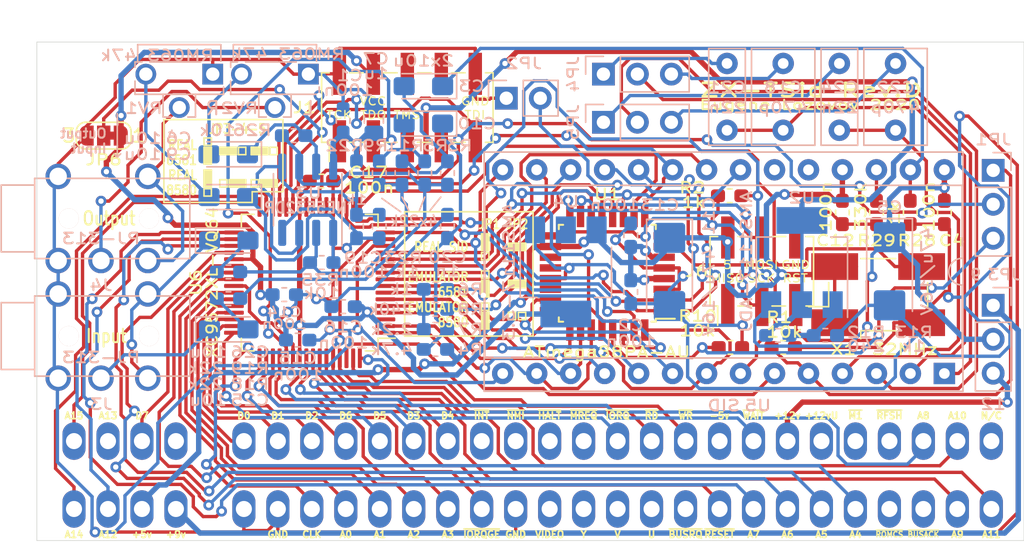
<source format=kicad_pcb>
(kicad_pcb (version 20171130) (host pcbnew "(5.1.12)-1")
  (title_block (date 2021-03-16) (rev D))
  (layers (0 F.Cu signal) (31 B.Cu signal) (34 B.Paste user hide) (35 F.Paste user hide) (36 B.SilkS user hide) (37 F.SilkS user hide) (38 B.Mask user hide) (39 F.Mask user hide) (44 Edge.Cuts user))
  (net 0 "")
  (net 1 +5V)
  (net 2 +9V)
  (net 3 GND)
  (net 4 +12V)
  (net 5 +3V3)
  (net 6 A15)
  (net 7 D7)
  (net 8 D0)
  (net 9 D1)
  (net 10 D2)
  (net 11 D6)
  (net 12 D5)
  (net 13 D3)
  (net 14 D4)
  (net 15 ~IORQ)
  (net 16 A14)
  (net 17 A12)
  (net 18 ~CLKCPU)
  (net 19 A0)
  (net 20 A1)
  (net 21 A2)
  (net 22 A3)
  (net 23 ~IORQGE)
  (net 24 ~WR)
  (net 25 A8)
  (net 26 A10)
  (net 27 ~RST)
  (net 28 A7)
  (net 29 A6)
  (net 30 A5)
  (net 31 A4)
  (net 32 A9)
  (net 33 A11)
  (net 34 TDI)
  (net 35 TMS)
  (net 36 TDO)
  (net 37 TCK)
  (net 38 "Net-(C10-Pad1)")
  (net 39 SID_CLK)
  (net 40 /R)
  (net 41 /L)
  (net 42 "Net-(C18-Pad1)")
  (net 43 "Net-(JP2-Pad2)")
  (net 44 "Net-(JP4-Pad2)")
  (net 45 "Net-(JP5-Pad2)")
  (net 46 "Net-(C18-Pad2)")
  (net 47 "Net-(C21-Pad1)")
  (net 48 "Net-(C22-Pad1)")
  (net 49 VDDA)
  (net 50 "Net-(C6-Pad1)")
  (net 51 "Net-(C9-Pad1)")
  (net 52 "Net-(C22-Pad2)")
  (net 53 "Net-(R29-Pad1)")
  (net 54 "Net-(C3-Pad2)")
  (net 55 "Net-(C3-Pad1)")
  (net 56 "Net-(C6-Pad2)")
  (net 57 "Net-(C9-Pad2)")
  (net 58 "Net-(C10-Pad2)")
  (net 59 "Net-(C19-Pad2)")
  (net 60 "Net-(C25-Pad2)")
  (net 61 "Net-(C25-Pad1)")
  (net 62 "Net-(C26-Pad2)")
  (net 63 "Net-(C26-Pad1)")
  (net 64 ~AVR_RST)
  (net 65 MOSI)
  (net 66 SCK)
  (net 67 MISO)
  (net 68 ~SID_RST)
  (net 69 ~REAL_RST)
  (net 70 "Net-(R6-Pad2)")
  (net 71 "Net-(R6-Pad1)")
  (net 72 "Net-(R8-Pad2)")
  (net 73 SID_D1)
  (net 74 SID_D0)
  (net 75 SID_D2)
  (net 76 SID_A4)
  (net 77 SID_A3)
  (net 78 SID_A2)
  (net 79 SID_A1)
  (net 80 SID_A0)
  (net 81 SID_D7)
  (net 82 SID_D6)
  (net 83 SID_D5)
  (net 84 CLK32)
  (net 85 SID_D4)
  (net 86 SID_D3)
  (net 87 "Net-(R18-Pad1)")
  (net 88 "Net-(JP6-Pad2)")
  (net 89 ~SID_WR)
  (net 90 "Net-(C24-Pad2)")
  (net 91 "Net-(R11-Pad1)")
  (net 92 ~SID_CS)
  (net 93 ~RD)
  (net 94 "Net-(R12-Pad1)")
  (net 95 +6V)
  (net 96 ~WAIT)
  (module Resistor_SMD:R_0603_1608Metric_Pad1.05x0.95mm_HandSolder (layer B.Cu) (at 170.45 105.95 180)
    (fp_text reference R13 (at -6.6 0.23 180) (layer B.SilkS) (effects (font (size 0.8 1)) (justify mirror)))
    (fp_text value 1k)
    (fp_text user %V (at -6.6 -0.8 180) (layer B.SilkS) (effects (font (size 0.8 1)) (justify mirror)))
    (pad 2 smd roundrect (at 0.875 0 180) (size 1.05 0.95) (layers B.Cu B.Paste B.Mask) (net 94 "Net-(R12-Pad1)"))
    (pad 1 smd roundrect (at -0.875 0 180) (size 1.05 0.95) (layers B.Cu B.Paste B.Mask) (net 3 GND))
  )
  (module Resistor_SMD:R_0603_1608Metric_Pad1.05x0.95mm_HandSolder (layer B.Cu) (at 166.9 105.95 180)
    (fp_text reference R12 (at -6.6 0.23 180) (layer B.SilkS) (effects (font (size 0.8 1)) (justify mirror)))
    (fp_text value 240)
    (fp_text user %V (at -6.6 -0.8 180) (layer B.SilkS) (effects (font (size 0.8 1)) (justify mirror)))
    (pad 2 smd roundrect (at 0.875 0 180) (size 1.05 0.95) (layers B.Cu B.Paste B.Mask) (net 95 +6V))
    (pad 1 smd roundrect (at -0.875 0 180) (size 1.05 0.95) (layers B.Cu B.Paste B.Mask) (net 94 "Net-(R12-Pad1)"))
  )
  (module Capacitor_SMD:C_0805_2012Metric_Pad1.15x1.40mm_HandSolder (layer B.Cu) (at 136.7 89.8 270)
    (fp_text reference C7 (at -4.55 -0.15) (layer B.SilkS) (effects (font (size 0.8 1)) (justify mirror)))
    (fp_text value 1u)
    (fp_text user %V (at -3.45 -0.15) (layer B.SilkS) (effects (font (size 0.8 1)) (justify mirror)))
    (pad 2 smd roundrect (at 1.025 0 270) (size 1.15 1.4) (layers B.Cu B.Paste B.Mask) (roundrect_rratio 0.217391) (net 95 +6V))
    (pad 1 smd roundrect (at -1.025 0 270) (size 1.15 1.4) (layers B.Cu B.Paste B.Mask) (roundrect_rratio 0.217391) (net 3 GND))
  )
  (module Package_TO_SOT_SMD:SOT-223-3_TabPin2 (layer B.Cu) (at 168.7 100.5 90)
    (fp_text reference U2 (at 4.85 0 180) (layer B.SilkS) (effects (font (size 0.8 1)) (justify mirror)))
    (fp_text value AMS1117-ADJ)
    (fp_text user %V (at 0.05 -4.15 90) (layer B.SilkS) (effects (font (size 0.8 1)) (justify mirror)))
    (pad 1 smd rect (at -3.15 2.3 90) (size 2 1.5) (layers B.Cu B.Paste B.Mask) (net 94 "Net-(R12-Pad1)"))
    (pad 3 smd rect (at -3.15 -2.3 90) (size 2 1.5) (layers B.Cu B.Paste B.Mask) (net 49 VDDA))
    (pad 2 smd rect (at -3.15 0 90) (size 2 1.5) (layers B.Cu B.Paste B.Mask) (net 95 +6V))
    (pad 2 smd rect (at 3.15 0 90) (size 2 3.8) (layers B.Cu B.Paste B.Mask) (net 95 +6V))
  )
  (module Oscillator:Oscillator_SMD_EuroQuartz_XO91-4Pin_7.0x5.0mm_HandSoldering (layer F.Cu) (at 174.4 102.9)
    (fp_text reference X1 (at -2.6 4.1) (layer F.SilkS) (effects (font (size 0.8 1))))
    (fp_text value 32MHz)
    (fp_text user %V (at 2 4.1) (layer F.SilkS) (effects (font (size 0.8 1))))
    (pad 4 smd rect (at -3.25 -2.1) (size 3.5 2) (layers F.Cu F.Paste F.Mask) (net 1 +5V))
    (pad 3 smd rect (at 3.25 -2.1) (size 3.5 2) (layers F.Cu F.Paste F.Mask) (net 84 CLK32))
    (pad 2 smd rect (at 3.25 2.1) (size 3.5 2) (layers F.Cu F.Paste F.Mask) (net 3 GND))
    (pad 1 smd rect (at -3.25 2.1) (size 3.5 2) (layers F.Cu F.Paste F.Mask) (net 1 +5V))
  )
  (module Package_TO_SOT_SMD:SOT-223-3_TabPin2 (layer B.Cu) (at 151.05 101.2 270)
    (fp_text reference U4 (at -5.25 0 180) (layer B.SilkS) (effects (font (size 0.8 1)) (justify mirror)))
    (fp_text value AMS1117-3.3)
    (fp_text user %V (at 0 4.25 270) (layer B.SilkS) (effects (font (size 0.8 1)) (justify mirror)))
    (pad 2 smd rect (at 3.15 0 270) (size 2 3.8) (layers B.Cu B.Paste B.Mask) (net 5 +3V3))
    (pad 2 smd rect (at -3.15 0 270) (size 2 1.5) (layers B.Cu B.Paste B.Mask))
    (pad 3 smd rect (at -3.15 -2.3 270) (size 2 1.5) (layers B.Cu B.Paste B.Mask) (net 1 +5V))
    (pad 1 smd rect (at -3.15 2.3 270) (size 2 1.5) (layers B.Cu B.Paste B.Mask) (net 3 GND))
  )
  (module Package_DIP:DIP-28_W15.24mm_Socket (layer B.Cu) (at 179.35 108.8 90)
    (fp_text reference U5 (at -2.4 -13.95 180) (layer B.SilkS) (effects (font (size 0.8 1)) (justify mirror)))
    (fp_text value 8580)
    (fp_text user SID (at -2.4 -16.5) (layer B.SilkS) (effects (font (size 0.8 1)) (justify mirror)))
    (pad 28 thru_hole oval (at 15.24 0 90) (size 1.6 1.6) (drill 0.8) (layers *.Cu *.Mask) (net 49 VDDA))
    (pad 14 thru_hole oval (at 0 -33.02 90) (size 1.6 1.6) (drill 0.8) (layers *.Cu *.Mask) (net 3 GND))
    (pad 27 thru_hole oval (at 15.24 -2.54 90) (size 1.6 1.6) (drill 0.8) (layers *.Cu *.Mask) (net 55 "Net-(C3-Pad1)"))
    (pad 13 thru_hole oval (at 0 -30.48 90) (size 1.6 1.6) (drill 0.8) (layers *.Cu *.Mask) (net 76 SID_A4))
    (pad 26 thru_hole oval (at 15.24 -5.08 90) (size 1.6 1.6) (drill 0.8) (layers *.Cu *.Mask) (net 53 "Net-(R29-Pad1)"))
    (pad 12 thru_hole oval (at 0 -27.94 90) (size 1.6 1.6) (drill 0.8) (layers *.Cu *.Mask) (net 77 SID_A3))
    (pad 25 thru_hole oval (at 15.24 -7.62 90) (size 1.6 1.6) (drill 0.8) (layers *.Cu *.Mask) (net 1 +5V))
    (pad 11 thru_hole oval (at 0 -25.4 90) (size 1.6 1.6) (drill 0.8) (layers *.Cu *.Mask) (net 78 SID_A2))
    (pad 24 thru_hole oval (at 15.24 -10.16 90) (size 1.6 1.6) (drill 0.8) (layers *.Cu *.Mask))
    (pad 10 thru_hole oval (at 0 -22.86 90) (size 1.6 1.6) (drill 0.8) (layers *.Cu *.Mask) (net 79 SID_A1))
    (pad 23 thru_hole oval (at 15.24 -12.7 90) (size 1.6 1.6) (drill 0.8) (layers *.Cu *.Mask))
    (pad 9 thru_hole oval (at 0 -20.32 90) (size 1.6 1.6) (drill 0.8) (layers *.Cu *.Mask) (net 80 SID_A0))
    (pad 22 thru_hole oval (at 15.24 -15.24 90) (size 1.6 1.6) (drill 0.8) (layers *.Cu *.Mask) (net 81 SID_D7))
    (pad 8 thru_hole oval (at 0 -17.78 90) (size 1.6 1.6) (drill 0.8) (layers *.Cu *.Mask) (net 92 ~SID_CS))
    (pad 21 thru_hole oval (at 15.24 -17.78 90) (size 1.6 1.6) (drill 0.8) (layers *.Cu *.Mask) (net 82 SID_D6))
    (pad 7 thru_hole oval (at 0 -15.24 90) (size 1.6 1.6) (drill 0.8) (layers *.Cu *.Mask) (net 89 ~SID_WR))
    (pad 20 thru_hole oval (at 15.24 -20.32 90) (size 1.6 1.6) (drill 0.8) (layers *.Cu *.Mask) (net 83 SID_D5))
    (pad 6 thru_hole oval (at 0 -12.7 90) (size 1.6 1.6) (drill 0.8) (layers *.Cu *.Mask) (net 39 SID_CLK))
    (pad 19 thru_hole oval (at 15.24 -22.86 90) (size 1.6 1.6) (drill 0.8) (layers *.Cu *.Mask) (net 85 SID_D4))
    (pad 5 thru_hole oval (at 0 -10.16 90) (size 1.6 1.6) (drill 0.8) (layers *.Cu *.Mask) (net 69 ~REAL_RST))
    (pad 18 thru_hole oval (at 15.24 -25.4 90) (size 1.6 1.6) (drill 0.8) (layers *.Cu *.Mask) (net 86 SID_D3))
    (pad 4 thru_hole oval (at 0 -7.62 90) (size 1.6 1.6) (drill 0.8) (layers *.Cu *.Mask) (net 48 "Net-(C22-Pad1)"))
    (pad 17 thru_hole oval (at 15.24 -27.94 90) (size 1.6 1.6) (drill 0.8) (layers *.Cu *.Mask) (net 75 SID_D2))
    (pad 3 thru_hole oval (at 0 -5.08 90) (size 1.6 1.6) (drill 0.8) (layers *.Cu *.Mask) (net 45 "Net-(JP5-Pad2)"))
    (pad 16 thru_hole oval (at 15.24 -30.48 90) (size 1.6 1.6) (drill 0.8) (layers *.Cu *.Mask) (net 73 SID_D1))
    (pad 2 thru_hole oval (at 0 -2.54 90) (size 1.6 1.6) (drill 0.8) (layers *.Cu *.Mask) (net 42 "Net-(C18-Pad1)"))
    (pad 15 thru_hole oval (at 15.24 -33.02 90) (size 1.6 1.6) (drill 0.8) (layers *.Cu *.Mask) (net 74 SID_D0))
    (pad 1 thru_hole rect (at 0 0 90) (size 1.6 1.6) (drill 0.8) (layers *.Cu *.Mask) (net 44 "Net-(JP4-Pad2)"))
  )
  (module Package_QFP:TQFP-64_10x10mm_P0.5mm (layer F.Cu) (at 131.9 102 180)
    (fp_text reference U6 (at 8.5 0 90) (layer F.SilkS) (effects (font (size 0.8 1))))
    (fp_text value XC9572XL-VQ64)
    (fp_text user %V (at 7.3 0 270) (layer F.SilkS) (effects (font (size 0.8 0.9) (thickness 0.14))))
    (pad 64 smd roundrect (at -3.75 -5.6625 180) (size 0.3 1.475) (layers F.Cu F.Paste F.Mask) (net 27 ~RST))
    (pad 63 smd roundrect (at -3.25 -5.6625 180) (size 0.3 1.475) (layers F.Cu F.Paste F.Mask) (net 93 ~RD))
    (pad 62 smd roundrect (at -2.75 -5.6625 180) (size 0.3 1.475) (layers F.Cu F.Paste F.Mask) (net 24 ~WR))
    (pad 61 smd roundrect (at -2.25 -5.6625 180) (size 0.3 1.475) (layers F.Cu F.Paste F.Mask) (net 26 A10))
    (pad 60 smd roundrect (at -1.75 -5.6625 180) (size 0.3 1.475) (layers F.Cu F.Paste F.Mask) (net 33 A11))
    (pad 59 smd roundrect (at -1.25 -5.6625 180) (size 0.3 1.475) (layers F.Cu F.Paste F.Mask) (net 32 A9))
    (pad 58 smd roundrect (at -0.75 -5.6625 180) (size 0.3 1.475) (layers F.Cu F.Paste F.Mask) (net 14 D4))
    (pad 57 smd roundrect (at -0.25 -5.6625 180) (size 0.3 1.475) (layers F.Cu F.Paste F.Mask) (net 25 A8))
    (pad 56 smd roundrect (at 0.25 -5.6625 180) (size 0.3 1.475) (layers F.Cu F.Paste F.Mask) (net 96 ~WAIT))
    (pad 55 smd roundrect (at 0.75 -5.6625 180) (size 0.3 1.475) (layers F.Cu F.Paste F.Mask) (net 5 +3V3))
    (pad 54 smd roundrect (at 1.25 -5.6625 180) (size 0.3 1.475) (layers F.Cu F.Paste F.Mask) (net 3 GND))
    (pad 53 smd roundrect (at 1.75 -5.6625 180) (size 0.3 1.475) (layers F.Cu F.Paste F.Mask) (net 36 TDO))
    (pad 52 smd roundrect (at 2.25 -5.6625 180) (size 0.3 1.475) (layers F.Cu F.Paste F.Mask) (net 23 ~IORQGE))
    (pad 51 smd roundrect (at 2.75 -5.6625 180) (size 0.3 1.475) (layers F.Cu F.Paste F.Mask) (net 22 A3))
    (pad 50 smd roundrect (at 3.25 -5.6625 180) (size 0.3 1.475) (layers F.Cu F.Paste F.Mask) (net 15 ~IORQ))
    (pad 49 smd roundrect (at 3.75 -5.6625 180) (size 0.3 1.475) (layers F.Cu F.Paste F.Mask) (net 13 D3))
    (pad 48 smd roundrect (at 5.6625 -3.75 180) (size 1.475 0.3) (layers F.Cu F.Paste F.Mask) (net 12 D5))
    (pad 47 smd roundrect (at 5.6625 -3.25 180) (size 1.475 0.3) (layers F.Cu F.Paste F.Mask) (net 11 D6))
    (pad 46 smd roundrect (at 5.6625 -2.75 180) (size 1.475 0.3) (layers F.Cu F.Paste F.Mask) (net 10 D2))
    (pad 45 smd roundrect (at 5.6625 -2.25 180) (size 1.475 0.3) (layers F.Cu F.Paste F.Mask) (net 9 D1))
    (pad 44 smd roundrect (at 5.6625 -1.75 180) (size 1.475 0.3) (layers F.Cu F.Paste F.Mask) (net 8 D0))
    (pad 43 smd roundrect (at 5.6625 -1.25 180) (size 1.475 0.3) (layers F.Cu F.Paste F.Mask) (net 21 A2))
    (pad 42 smd roundrect (at 5.6625 -0.75 180) (size 1.475 0.3) (layers F.Cu F.Paste F.Mask) (net 20 A1))
    (pad 41 smd roundrect (at 5.6625 -0.25 180) (size 1.475 0.3) (layers F.Cu F.Paste F.Mask) (net 3 GND))
    (pad 40 smd roundrect (at 5.6625 0.25 180) (size 1.475 0.3) (layers F.Cu F.Paste F.Mask) (net 19 A0))
    (pad 39 smd roundrect (at 5.6625 0.75 180) (size 1.475 0.3) (layers F.Cu F.Paste F.Mask) (net 31 A4))
    (pad 38 smd roundrect (at 5.6625 1.25 180) (size 1.475 0.3) (layers F.Cu F.Paste F.Mask) (net 7 D7))
    (pad 37 smd roundrect (at 5.6625 1.75 180) (size 1.475 0.3) (layers F.Cu F.Paste F.Mask) (net 5 +3V3))
    (pad 36 smd roundrect (at 5.6625 2.25 180) (size 1.475 0.3) (layers F.Cu F.Paste F.Mask) (net 29 A6))
    (pad 35 smd roundrect (at 5.6625 2.75 180) (size 1.475 0.3) (layers F.Cu F.Paste F.Mask) (net 30 A5))
    (pad 34 smd roundrect (at 5.6625 3.25 180) (size 1.475 0.3) (layers F.Cu F.Paste F.Mask) (net 28 A7))
    (pad 33 smd roundrect (at 5.6625 3.75 180) (size 1.475 0.3) (layers F.Cu F.Paste F.Mask) (net 17 A12))
    (pad 32 smd roundrect (at 3.75 5.6625 180) (size 0.3 1.475) (layers F.Cu F.Paste F.Mask) (net 6 A15))
    (pad 31 smd roundrect (at 3.25 5.6625 180) (size 0.3 1.475) (layers F.Cu F.Paste F.Mask) (net 16 A14))
    (pad 30 smd roundrect (at 2.75 5.6625 180) (size 0.3 1.475) (layers F.Cu F.Paste F.Mask) (net 37 TCK))
    (pad 29 smd roundrect (at 2.25 5.6625 180) (size 0.3 1.475) (layers F.Cu F.Paste F.Mask) (net 35 TMS))
    (pad 28 smd roundrect (at 1.75 5.6625 180) (size 0.3 1.475) (layers F.Cu F.Paste F.Mask) (net 34 TDI))
    (pad 27 smd roundrect (at 1.25 5.6625 180) (size 0.3 1.475) (layers F.Cu F.Paste F.Mask) (net 88 "Net-(JP6-Pad2)"))
    (pad 26 smd roundrect (at 0.75 5.6625 180) (size 0.3 1.475) (layers F.Cu F.Paste F.Mask) (net 5 +3V3))
    (pad 25 smd roundrect (at 0.25 5.6625 180) (size 0.3 1.475) (layers F.Cu F.Paste F.Mask))
    (pad 24 smd roundrect (at -0.25 5.6625 180) (size 0.3 1.475) (layers F.Cu F.Paste F.Mask))
    (pad 23 smd roundrect (at -0.75 5.6625 180) (size 0.3 1.475) (layers F.Cu F.Paste F.Mask) (net 68 ~SID_RST))
    (pad 22 smd roundrect (at -1.25 5.6625 180) (size 0.3 1.475) (layers F.Cu F.Paste F.Mask))
    (pad 21 smd roundrect (at -1.75 5.6625 180) (size 0.3 1.475) (layers F.Cu F.Paste F.Mask) (net 3 GND))
    (pad 20 smd roundrect (at -2.25 5.6625 180) (size 0.3 1.475) (layers F.Cu F.Paste F.Mask) (net 83 SID_D5))
    (pad 19 smd roundrect (at -2.75 5.6625 180) (size 0.3 1.475) (layers F.Cu F.Paste F.Mask) (net 86 SID_D3))
    (pad 18 smd roundrect (at -3.25 5.6625 180) (size 0.3 1.475) (layers F.Cu F.Paste F.Mask) (net 85 SID_D4))
    (pad 17 smd roundrect (at -3.75 5.6625 180) (size 0.3 1.475) (layers F.Cu F.Paste F.Mask) (net 84 CLK32))
    (pad 16 smd roundrect (at -5.6625 3.75 180) (size 1.475 0.3) (layers F.Cu F.Paste F.Mask) (net 74 SID_D0))
    (pad 15 smd roundrect (at -5.6625 3.25 180) (size 1.475 0.3) (layers F.Cu F.Paste F.Mask) (net 18 ~CLKCPU))
    (pad 14 smd roundrect (at -5.6625 2.75 180) (size 1.475 0.3) (layers F.Cu F.Paste F.Mask) (net 3 GND))
    (pad 13 smd roundrect (at -5.6625 2.25 180) (size 1.475 0.3) (layers F.Cu F.Paste F.Mask) (net 89 ~SID_WR))
    (pad 12 smd roundrect (at -5.6625 1.75 180) (size 1.475 0.3) (layers F.Cu F.Paste F.Mask) (net 75 SID_D2))
    (pad 11 smd roundrect (at -5.6625 1.25 180) (size 1.475 0.3) (layers F.Cu F.Paste F.Mask) (net 81 SID_D7))
    (pad 10 smd roundrect (at -5.6625 0.75 180) (size 1.475 0.3) (layers F.Cu F.Paste F.Mask) (net 82 SID_D6))
    (pad 9 smd roundrect (at -5.6625 0.25 180) (size 1.475 0.3) (layers F.Cu F.Paste F.Mask) (net 73 SID_D1))
    (pad 8 smd roundrect (at -5.6625 -0.25 180) (size 1.475 0.3) (layers F.Cu F.Paste F.Mask) (net 80 SID_A0))
    (pad 7 smd roundrect (at -5.6625 -0.75 180) (size 1.475 0.3) (layers F.Cu F.Paste F.Mask) (net 79 SID_A1))
    (pad 6 smd roundrect (at -5.6625 -1.25 180) (size 1.475 0.3) (layers F.Cu F.Paste F.Mask) (net 92 ~SID_CS))
    (pad 5 smd roundrect (at -5.6625 -1.75 180) (size 1.475 0.3) (layers F.Cu F.Paste F.Mask) (net 77 SID_A3))
    (pad 4 smd roundrect (at -5.6625 -2.25 180) (size 1.475 0.3) (layers F.Cu F.Paste F.Mask) (net 78 SID_A2))
    (pad 3 smd roundrect (at -5.6625 -2.75 180) (size 1.475 0.3) (layers F.Cu F.Paste F.Mask) (net 5 +3V3))
    (pad 2 smd roundrect (at -5.6625 -3.25 180) (size 1.475 0.3) (layers F.Cu F.Paste F.Mask) (net 76 SID_A4))
    (pad 1 smd roundrect (at -5.6625 -3.75 180) (size 1.475 0.3) (layers F.Cu F.Paste F.Mask) (net 39 SID_CLK))
  )
  (module my:Spectrum_Edge_Connector (layer F.Cu) (at 147.3 116.4)
    (fp_text reference J2 hide)
    (fp_text value zx_edge)
    (fp_text user N/C (at 35.56 -4.445) (layer F.SilkS) (effects (font (size 0.5 0.5) (thickness 0.125))))
    (fp_text user A10 (at 33.02 -4.445) (layer F.SilkS) (effects (font (size 0.5 0.5) (thickness 0.125))))
    (fp_text user A11 (at 35.56 4.445) (layer F.SilkS) (effects (font (size 0.5 0.5) (thickness 0.125))))
    (fp_text user A9 (at 33.02 4.445) (layer F.SilkS) (effects (font (size 0.5 0.5) (thickness 0.125))))
    (fp_text user A8 (at 30.48 -4.445) (layer F.SilkS) (effects (font (size 0.5 0.5) (thickness 0.125))))
    (fp_text user ~RFSH (at 27.94 -4.445) (layer F.SilkS) (effects (font (size 0.5 0.5) (thickness 0.125))))
    (fp_text user ~M1 (at 25.4 -4.445) (layer F.SilkS) (effects (font (size 0.5 0.5) (thickness 0.125))))
    (fp_text user +12vU (at 22.86 -4.445) (layer F.SilkS) (effects (font (size 0.5 0.5) (thickness 0.125))))
    (fp_text user ~BUSACK (at 30.48 4.445) (layer F.SilkS) (effects (font (size 0.4 0.4) (thickness 0.1))))
    (fp_text user ~ROMCS (at 27.94 4.445) (layer F.SilkS) (effects (font (size 0.4 0.4) (thickness 0.1))))
    (fp_text user A4 (at 25.4 4.445) (layer F.SilkS) (effects (font (size 0.5 0.5) (thickness 0.125))))
    (fp_text user A5 (at 22.86 4.445) (layer F.SilkS) (effects (font (size 0.5 0.5) (thickness 0.125))))
    (fp_text user +12v (at 20.32 -4.445) (layer F.SilkS) (effects (font (size 0.5 0.5) (thickness 0.125))))
    (fp_text user ~WAIT (at 17.78 -4.445) (layer F.SilkS) (effects (font (size 0.5 0.5) (thickness 0.125))))
    (fp_text user -5v (at 15.24 -4.445) (layer F.SilkS) (effects (font (size 0.5 0.5) (thickness 0.125))))
    (fp_text user ~WR (at 12.7 -4.445) (layer F.SilkS) (effects (font (size 0.5 0.5) (thickness 0.125))))
    (fp_text user A6 (at 20.32 4.445) (layer F.SilkS) (effects (font (size 0.5 0.5) (thickness 0.125))))
    (fp_text user A7 (at 17.78 4.445) (layer F.SilkS) (effects (font (size 0.5 0.5) (thickness 0.125))))
    (fp_text user ~RESET (at 15.24 4.445) (layer F.SilkS) (effects (font (size 0.5 0.5) (thickness 0.125))))
    (fp_text user ~BUSRQ (at 12.7 4.445) (layer F.SilkS) (effects (font (size 0.5 0.5) (thickness 0.125))))
    (fp_text user ~RD (at 10.16 -4.445) (layer F.SilkS) (effects (font (size 0.5 0.5) (thickness 0.125))))
    (fp_text user ~IORQ (at 7.62 -4.445) (layer F.SilkS) (effects (font (size 0.5 0.5) (thickness 0.125))))
    (fp_text user ~MREQ (at 5.08 -4.445) (layer F.SilkS) (effects (font (size 0.5 0.5) (thickness 0.125))))
    (fp_text user ~HALT (at 2.54 -4.445) (layer F.SilkS) (effects (font (size 0.5 0.5) (thickness 0.125))))
    (fp_text user U (at 10.16 4.445) (layer F.SilkS) (effects (font (size 0.5 0.5) (thickness 0.125))))
    (fp_text user V (at 7.62 4.445) (layer F.SilkS) (effects (font (size 0.5 0.5) (thickness 0.125))))
    (fp_text user Y (at 5.08 4.445) (layer F.SilkS) (effects (font (size 0.5 0.5) (thickness 0.125))))
    (fp_text user VIDEO (at 2.54 4.445) (layer F.SilkS) (effects (font (size 0.5 0.5) (thickness 0.125))))
    (fp_text user GND (at 0 4.445) (layer F.SilkS) (effects (font (size 0.5 0.5) (thickness 0.125))))
    (fp_text user ~IORQGE (at -2.54 4.445) (layer F.SilkS) (effects (font (size 0.5 0.5) (thickness 0.125))))
    (fp_text user A3 (at -5.08 4.445) (layer F.SilkS) (effects (font (size 0.5 0.5) (thickness 0.125))))
    (fp_text user ~NMI (at 0 -4.445) (layer F.SilkS) (effects (font (size 0.5 0.5) (thickness 0.125))))
    (fp_text user ~INT (at -2.54 -4.445) (layer F.SilkS) (effects (font (size 0.5 0.5) (thickness 0.125))))
    (fp_text user D4 (at -5.08 -4.445) (layer F.SilkS) (effects (font (size 0.5 0.5) (thickness 0.125))))
    (fp_text user D3 (at -7.62 -4.445) (layer F.SilkS) (effects (font (size 0.5 0.5) (thickness 0.125))))
    (fp_text user A2 (at -7.62 4.445) (layer F.SilkS) (effects (font (size 0.5 0.5) (thickness 0.125))))
    (fp_text user D5 (at -10.16 -4.445) (layer F.SilkS) (effects (font (size 0.5 0.5) (thickness 0.125))))
    (fp_text user D6 (at -12.7 -4.445) (layer F.SilkS) (effects (font (size 0.5 0.5) (thickness 0.125))))
    (fp_text user D2 (at -15.24 -4.445) (layer F.SilkS) (effects (font (size 0.5 0.5) (thickness 0.125))))
    (fp_text user A1 (at -10.16 4.445) (layer F.SilkS) (effects (font (size 0.5 0.5) (thickness 0.125))))
    (fp_text user A0 (at -12.7 4.445) (layer F.SilkS) (effects (font (size 0.5 0.5) (thickness 0.125))))
    (fp_text user CLK (at -15.24 4.445) (layer F.SilkS) (effects (font (size 0.5 0.5) (thickness 0.125))))
    (fp_text user GND (at -17.78 4.445) (layer F.SilkS) (effects (font (size 0.5 0.5) (thickness 0.125))))
    (fp_text user GND (at 0 4.445) (layer F.SilkS) (effects (font (size 0.5 0.5) (thickness 0.125))))
    (fp_text user +9v (at -25.4 4.445) (layer F.SilkS) (effects (font (size 0.5 0.5) (thickness 0.125))))
    (fp_text user +5v (at -27.94 4.445) (layer F.SilkS) (effects (font (size 0.5 0.5) (thickness 0.125))))
    (fp_text user A12 (at -30.48 4.445) (layer F.SilkS) (effects (font (size 0.5 0.5) (thickness 0.125))))
    (fp_text user A14 (at -33.02 4.445) (layer F.SilkS) (effects (font (size 0.5 0.5) (thickness 0.125))))
    (fp_text user D1 (at -17.78 -4.445) (layer F.SilkS) (effects (font (size 0.5 0.5) (thickness 0.125))))
    (fp_text user D0 (at -20.32 -4.445) (layer F.SilkS) (effects (font (size 0.5 0.5) (thickness 0.125))))
    (fp_text user N/C (at 35.56 -4.445) (layer F.SilkS) (effects (font (size 0.5 0.5) (thickness 0.125))))
    (fp_text user D7 (at -27.94 -4.445) (layer F.SilkS) (effects (font (size 0.5 0.5) (thickness 0.125))))
    (fp_text user A13 (at -30.48 -4.445) (layer F.SilkS) (effects (font (size 0.5 0.5) (thickness 0.125))))
    (fp_text user A15 (at -33.02 -4.445) (layer F.SilkS) (effects (font (size 0.5 0.5) (thickness 0.125))))
    (pad A28 thru_hole oval (at 35.56 2.54) (size 1.7272 2.8) (drill 1.2) (layers *.Cu *.Mask) (net 33 A11))
    (pad A27 thru_hole oval (at 33.02 2.54) (size 1.7272 2.8) (drill 1.2) (layers *.Cu *.Mask) (net 32 A9))
    (pad A26 thru_hole oval (at 30.48 2.54) (size 1.7272 2.8) (drill 1.2) (layers *.Cu *.Mask))
    (pad A25 thru_hole oval (at 27.94 2.54) (size 1.7272 2.8) (drill 1.2) (layers *.Cu *.Mask))
    (pad A24 thru_hole oval (at 25.4 2.54) (size 1.7272 2.8) (drill 1.2) (layers *.Cu *.Mask) (net 31 A4))
    (pad A23 thru_hole oval (at 22.86 2.54) (size 1.7272 2.8) (drill 1.2) (layers *.Cu *.Mask) (net 30 A5))
    (pad A22 thru_hole oval (at 20.32 2.54) (size 1.7272 2.8) (drill 1.2) (layers *.Cu *.Mask) (net 29 A6))
    (pad A21 thru_hole oval (at 17.78 2.54) (size 1.7272 2.8) (drill 1.2) (layers *.Cu *.Mask) (net 28 A7))
    (pad A1 thru_hole oval (at -33.02 2.54) (size 1.7272 2.8) (drill 1.2) (layers *.Cu *.Mask) (net 16 A14))
    (pad A2 thru_hole oval (at -30.48 2.54) (size 1.7272 2.8) (drill 1.2) (layers *.Cu *.Mask) (net 17 A12))
    (pad A3 thru_hole oval (at -27.94 2.54) (size 1.7272 2.8) (drill 1.2) (layers *.Cu *.Mask) (net 1 +5V))
    (pad A4 thru_hole oval (at -25.4 2.54) (size 1.7272 2.8) (drill 1.2) (layers *.Cu *.Mask) (net 2 +9V))
    (pad A6 thru_hole oval (at -20.32 2.54) (size 1.7272 2.8) (drill 1.2) (layers *.Cu *.Mask) (net 3 GND))
    (pad A7 thru_hole oval (at -17.78 2.54) (size 1.7272 2.8) (drill 1.2) (layers *.Cu *.Mask) (net 3 GND))
    (pad A8 thru_hole oval (at -15.24 2.54) (size 1.7272 2.8) (drill 1.2) (layers *.Cu *.Mask) (net 18 ~CLKCPU))
    (pad A9 thru_hole oval (at -12.7 2.54) (size 1.7272 2.8) (drill 1.2) (layers *.Cu *.Mask) (net 19 A0))
    (pad A10 thru_hole oval (at -10.16 2.54) (size 1.7272 2.8) (drill 1.2) (layers *.Cu *.Mask) (net 20 A1))
    (pad A11 thru_hole oval (at -7.62 2.54) (size 1.7272 2.8) (drill 1.2) (layers *.Cu *.Mask) (net 21 A2))
    (pad A12 thru_hole oval (at -5.08 2.54) (size 1.7272 2.8) (drill 1.2) (layers *.Cu *.Mask) (net 22 A3))
    (pad A13 thru_hole oval (at -2.54 2.54) (size 1.7272 2.8) (drill 1.2) (layers *.Cu *.Mask) (net 23 ~IORQGE))
    (pad A14 thru_hole oval (at 0 2.54) (size 1.7272 2.8) (drill 1.2) (layers *.Cu *.Mask) (net 3 GND))
    (pad A15 thru_hole oval (at 2.54 2.54) (size 1.7272 2.8) (drill 1.2) (layers *.Cu *.Mask))
    (pad A16 thru_hole oval (at 5.08 2.54) (size 1.7272 2.8) (drill 1.2) (layers *.Cu *.Mask))
    (pad A17 thru_hole oval (at 7.62 2.54) (size 1.7272 2.8) (drill 1.2) (layers *.Cu *.Mask))
    (pad A18 thru_hole oval (at 10.16 2.54) (size 1.7272 2.8) (drill 1.2) (layers *.Cu *.Mask))
    (pad A19 thru_hole oval (at 12.7 2.54) (size 1.7272 2.8) (drill 1.2) (layers *.Cu *.Mask))
    (pad A20 thru_hole oval (at 15.24 2.54) (size 1.7272 2.8) (drill 1.2) (layers *.Cu *.Mask) (net 27 ~RST))
    (pad B28 thru_hole oval (at 35.56 -2.54) (size 1.7272 2.8) (drill 1.2) (layers *.Cu *.Mask))
    (pad B27 thru_hole oval (at 33.02 -2.54) (size 1.7272 2.8) (drill 1.2) (layers *.Cu *.Mask) (net 26 A10))
    (pad B26 thru_hole oval (at 30.48 -2.54) (size 1.7272 2.8) (drill 1.2) (layers *.Cu *.Mask) (net 25 A8))
    (pad B25 thru_hole oval (at 27.94 -2.54) (size 1.7272 2.8) (drill 1.2) (layers *.Cu *.Mask))
    (pad B24 thru_hole oval (at 25.4 -2.54) (size 1.7272 2.8) (drill 1.2) (layers *.Cu *.Mask))
    (pad B23 thru_hole oval (at 22.86 -2.54) (size 1.7272 2.8) (drill 1.2) (layers *.Cu *.Mask))
    (pad B22 thru_hole oval (at 20.32 -2.54) (size 1.7272 2.8) (drill 1.2) (layers *.Cu *.Mask) (net 4 +12V))
    (pad B21 thru_hole oval (at 17.78 -2.54) (size 1.7272 2.8) (drill 1.2) (layers *.Cu *.Mask) (net 96 ~WAIT))
    (pad B1 thru_hole oval (at -33.02 -2.54) (size 1.7272 2.8) (drill 1.2) (layers *.Cu *.Mask) (net 6 A15))
    (pad B2 thru_hole oval (at -30.48 -2.54) (size 1.7272 2.8) (drill 1.2) (layers *.Cu *.Mask))
    (pad B3 thru_hole oval (at -27.94 -2.54) (size 1.7272 2.8) (drill 1.2) (layers *.Cu *.Mask) (net 7 D7))
    (pad B4 thru_hole oval (at -25.4 -2.54) (size 1.7272 2.8) (drill 1.2) (layers *.Cu *.Mask))
    (pad B6 thru_hole oval (at -20.32 -2.54) (size 1.7272 2.8) (drill 1.2) (layers *.Cu *.Mask) (net 8 D0))
    (pad B7 thru_hole oval (at -17.78 -2.54) (size 1.7272 2.8) (drill 1.2) (layers *.Cu *.Mask) (net 9 D1))
    (pad B8 thru_hole oval (at -15.24 -2.54) (size 1.7272 2.8) (drill 1.2) (layers *.Cu *.Mask) (net 10 D2))
    (pad B9 thru_hole oval (at -12.7 -2.54) (size 1.7272 2.8) (drill 1.2) (layers *.Cu *.Mask) (net 11 D6))
    (pad B10 thru_hole oval (at -10.16 -2.54) (size 1.7272 2.8) (drill 1.2) (layers *.Cu *.Mask) (net 12 D5))
    (pad B11 thru_hole oval (at -7.62 -2.54) (size 1.7272 2.8) (drill 1.2) (layers *.Cu *.Mask) (net 13 D3))
    (pad B12 thru_hole oval (at -5.08 -2.54) (size 1.7272 2.8) (drill 1.2) (layers *.Cu *.Mask) (net 14 D4))
    (pad B13 thru_hole oval (at -2.54 -2.54) (size 1.7272 2.8) (drill 1.2) (layers *.Cu *.Mask))
    (pad B14 thru_hole oval (at 0 -2.54) (size 1.7272 2.8) (drill 1.2) (layers *.Cu *.Mask))
    (pad B15 thru_hole oval (at 2.54 -2.54) (size 1.7272 2.8) (drill 1.2) (layers *.Cu *.Mask))
    (pad B16 thru_hole oval (at 5.08 -2.54) (size 1.7272 2.8) (drill 1.2) (layers *.Cu *.Mask))
    (pad B17 thru_hole oval (at 7.62 -2.54) (size 1.7272 2.8) (drill 1.2) (layers *.Cu *.Mask) (net 15 ~IORQ))
    (pad B18 thru_hole oval (at 10.16 -2.54) (size 1.7272 2.8) (drill 1.2) (layers *.Cu *.Mask) (net 93 ~RD))
    (pad B19 thru_hole oval (at 12.7 -2.54) (size 1.7272 2.8) (drill 1.2) (layers *.Cu *.Mask) (net 24 ~WR))
    (pad B20 thru_hole oval (at 15.24 -2.54) (size 1.7272 2.8) (drill 1.2) (layers *.Cu *.Mask))
  )
  (module my:PJ-313 (layer B.Cu) (at 116.25 97.2 270)
    (fp_text reference J4 (at 5 -0.05) (layer B.SilkS) (effects (font (size 0.8 1)) (justify mirror)))
    (fp_text value PJ-313)
    (fp_text user %V (at 1.5 -0.05) (layer B.SilkS) (effects (font (size 0.8 1)) (justify mirror)))
    (fp_text user Output (at 0 -0.65 180) (layer F.SilkS) (effects (font (size 1 0.8))))
    (pad S thru_hole circle (at 3.15 3.153) (size 1.9 1.9) (drill 1.3) (layers *.Cu *.Mask) (net 3 GND))
    (pad S thru_hole circle (at -3.15 3.153) (size 1.9 1.9) (drill 1.3) (layers *.Cu *.Mask) (net 3 GND))
    (pad R thru_hole circle (at 3.15 -0.047) (size 1.9 1.9) (drill 1.3) (layers *.Cu *.Mask) (net 40 /R))
    (pad T thru_hole circle (at 3.15 -3.547) (size 1.9 1.9) (drill 1.3) (layers *.Cu *.Mask) (net 41 /L))
    (pad T thru_hole circle (at -3.15 -3.547) (size 1.9 1.9) (drill 1.3) (layers *.Cu *.Mask) (net 41 /L))
    (pad "" np_thru_hole circle (at 0 -3.639 90) (size 1.5 1.5) (drill 1.5) (layers *.Cu *.Mask B.SilkS))
    (pad "" np_thru_hole circle (at 0 2.361 90) (size 1.5 1.5) (drill 1.5) (layers *.Cu *.Mask B.SilkS))
  )
  (module my:PJ-313 (layer B.Cu) (at 116.25 106 270)
    (fp_text reference J3 (at 5.1 -0.05) (layer B.SilkS) (effects (font (size 0.8 1)) (justify mirror)))
    (fp_text value PJ-313)
    (fp_text user %V (at 1.6 -0.05) (layer B.SilkS) (effects (font (size 0.8 1)) (justify mirror)))
    (fp_text user Input (at 0 -0.45 180) (layer F.SilkS) (effects (font (size 1 0.8))))
    (pad S thru_hole circle (at 3.15 3.153) (size 1.9 1.9) (drill 1.3) (layers *.Cu *.Mask) (net 3 GND))
    (pad S thru_hole circle (at -3.15 3.153) (size 1.9 1.9) (drill 1.3) (layers *.Cu *.Mask) (net 3 GND))
    (pad R thru_hole circle (at 3.15 -0.047) (size 1.9 1.9) (drill 1.3) (layers *.Cu *.Mask) (net 61 "Net-(C25-Pad1)"))
    (pad T thru_hole circle (at 3.15 -3.547) (size 1.9 1.9) (drill 1.3) (layers *.Cu *.Mask) (net 63 "Net-(C26-Pad1)"))
    (pad T thru_hole circle (at -3.15 -3.547) (size 1.9 1.9) (drill 1.3) (layers *.Cu *.Mask) (net 63 "Net-(C26-Pad1)"))
    (pad "" np_thru_hole circle (at 0 -3.639 90) (size 1.5 1.5) (drill 1.5) (layers *.Cu *.Mask B.SilkS))
    (pad "" np_thru_hole circle (at 0 2.361 90) (size 1.5 1.5) (drill 1.5) (layers *.Cu *.Mask B.SilkS))
  )
  (module Resistor_SMD:R_0603_1608Metric_Pad1.05x0.95mm_HandSolder (layer B.Cu) (at 141.3 104)
    (fp_text reference R8 (at 2.6 0 180) (layer B.SilkS) (effects (font (size 0.8 1)) (justify mirror)))
    (fp_text value 240k)
    (fp_text user %V (at -3.316666 0) (layer B.SilkS) (effects (font (size 0.8 0.9)) (justify mirror)))
    (pad 2 smd roundrect (at 0.875 0) (size 1.05 0.95) (layers B.Cu B.Paste B.Mask) (net 72 "Net-(R8-Pad2)"))
    (pad 1 smd roundrect (at -0.875 0) (size 1.05 0.95) (layers B.Cu B.Paste B.Mask) (net 70 "Net-(R6-Pad2)"))
  )
  (module Resistor_SMD:R_0603_1608Metric_Pad1.05x0.95mm_HandSolder (layer B.Cu) (at 141.3 105.5 180)
    (fp_text reference R7 (at -2.6 0) (layer B.SilkS) (effects (font (size 0.8 1)) (justify mirror)))
    (fp_text value 2.2k)
    (fp_text user %V (at 3.261904 0 180) (layer B.SilkS) (effects (font (size 0.8 1)) (justify mirror)))
    (pad 2 smd roundrect (at 0.875 0 180) (size 1.05 0.95) (layers B.Cu B.Paste B.Mask) (net 70 "Net-(R6-Pad2)"))
    (pad 1 smd roundrect (at -0.875 0 180) (size 1.05 0.95) (layers B.Cu B.Paste B.Mask) (net 38 "Net-(C10-Pad1)"))
  )
  (module Resistor_SMD:R_0603_1608Metric_Pad1.05x0.95mm_HandSolder (layer B.Cu) (at 141.3 102.5 180)
    (fp_text reference R6 (at -2.6 0) (layer B.SilkS) (effects (font (size 0.8 1)) (justify mirror)))
    (fp_text value 1k)
    (fp_text user %V (at 2.547619 0 180) (layer B.SilkS) (effects (font (size 0.8 1)) (justify mirror)))
    (pad 2 smd roundrect (at 0.875 0 180) (size 1.05 0.95) (layers B.Cu B.Paste B.Mask) (net 70 "Net-(R6-Pad2)"))
    (pad 1 smd roundrect (at -0.875 0 180) (size 1.05 0.95) (layers B.Cu B.Paste B.Mask) (net 71 "Net-(R6-Pad1)"))
  )
  (module Resistor_SMD:R_0603_1608Metric_Pad1.05x0.95mm_HandSolder (layer B.Cu) (at 141.3 107)
    (fp_text reference R4 (at 2.6 0) (layer B.SilkS) (effects (font (size 0.8 1)) (justify mirror)))
    (fp_text value 4.7k)
    (fp_text user %V (at -3.261904 0) (layer B.SilkS) (effects (font (size 0.8 1)) (justify mirror)))
    (pad 2 smd roundrect (at 0.875 0) (size 1.05 0.95) (layers B.Cu B.Paste B.Mask) (net 1 +5V))
    (pad 1 smd roundrect (at -0.875 0) (size 1.05 0.95) (layers B.Cu B.Paste B.Mask) (net 38 "Net-(C10-Pad1)"))
  )
  (module Capacitor_SMD:C_0603_1608Metric_Pad1.05x0.95mm_HandSolder (layer B.Cu) (at 142.2 97.8 90)
    (fp_text reference C20 (at -2.3 0 180) (layer B.SilkS) (effects (font (size 0.8 1)) (justify mirror)))
    (fp_text value 1n)
    (fp_text user %V (at -3.3 0 180) (layer B.SilkS) (effects (font (size 0.8 1)) (justify mirror)))
    (pad 2 smd roundrect (at 0.875 0 90) (size 1.05 0.95) (layers B.Cu B.Paste B.Mask) (net 3 GND))
    (pad 1 smd roundrect (at -0.875 0 90) (size 1.05 0.95) (layers B.Cu B.Paste B.Mask) (net 38 "Net-(C10-Pad1)"))
  )
  (module Capacitor_Tantalum_SMD:CP_EIA-6032-28_Kemet-C_Pad2.25x2.35mm_HandSolder (layer B.Cu) (at 158.8 101.2 270)
    (fp_text reference C11 (at -4.2 -2.95 90) (layer B.SilkS) (effects (font (size 0.8 1)) (justify mirror)))
    (fp_text value 47u/16V)
    (fp_text user %V (at 1.5 -2.95 270) (layer B.SilkS) (effects (font (size 0.8 1)) (justify mirror)))
    (pad 2 smd roundrect (at 2.55 0 270) (size 2.25 2.35) (layers B.Cu B.Paste B.Mask) (roundrect_rratio 0.111111) (net 3 GND))
    (pad 1 smd roundrect (at -2.55 0 270) (size 2.25 2.35) (layers B.Cu B.Paste B.Mask) (roundrect_rratio 0.111111) (net 1 +5V))
  )
  (module Resistor_SMD:R_0603_1608Metric_Pad1.05x0.95mm_HandSolder (layer B.Cu) (at 138.8 93.8 90)
    (fp_text reference R11 (at 2.05 0.2) (layer B.SilkS) (effects (font (size 0.8 1)) (justify mirror)))
    (fp_text value 22k)
    (pad 2 smd roundrect (at 0.875 0 90) (size 1.05 0.95) (layers B.Cu B.Paste B.Mask) (net 54 "Net-(C3-Pad2)"))
    (pad 1 smd roundrect (at -0.875 0 90) (size 1.05 0.95) (layers B.Cu B.Paste B.Mask) (net 91 "Net-(R11-Pad1)"))
  )
  (module Resistor_SMD:R_0603_1608Metric_Pad1.05x0.95mm_HandSolder (layer B.Cu) (at 142.2 93.8 90)
    (fp_text reference R3 (at 2.05 0.9) (layer B.SilkS) (effects (font (size 0.8 1)) (justify mirror)))
    (fp_text value 22k)
    (fp_text user 4x%V (at -3.6 -2.5 180) (layer B.SilkS) (effects (font (size 0.8 0.8) (thickness 0.13)) (justify mirror)))
    (pad 2 smd roundrect (at 0.875 0 90) (size 1.05 0.95) (layers B.Cu B.Paste B.Mask) (net 54 "Net-(C3-Pad2)"))
    (pad 1 smd roundrect (at -0.875 0 90) (size 1.05 0.95) (layers B.Cu B.Paste B.Mask) (net 87 "Net-(R18-Pad1)"))
  )
  (module Capacitor_Tantalum_SMD:CP_EIA-3216-18_Kemet-A_Pad1.58x1.35mm_HandSolder (layer B.Cu) (at 140.4 87.3 180)
    (fp_text reference C3 (at -3.6 0 180) (layer B.SilkS) (effects (font (size 0.8 1)) (justify mirror)))
    (fp_text value 10u)
    (fp_text user 2x%V (at 0 1.9 180) (layer B.SilkS) (effects (font (size 0.8 1)) (justify mirror)))
    (pad 2 smd roundrect (at 1.4375 0 180) (size 1.575 1.35) (layers B.Cu B.Paste B.Mask) (roundrect_rratio 0.185185) (net 54 "Net-(C3-Pad2)"))
    (pad 1 smd roundrect (at -1.4375 0 180) (size 1.575 1.35) (layers B.Cu B.Paste B.Mask) (roundrect_rratio 0.185185) (net 55 "Net-(C3-Pad1)"))
  )
  (module Capacitor_SMD:C_0603_1608Metric_Pad1.05x0.95mm_HandSolder (layer B.Cu) (at 155.9 102.7 270)
    (fp_text reference C2 (at 2.5 0) (layer B.SilkS) (effects (font (size 0.8 1)) (justify mirror)))
    (fp_text value 100n)
    (fp_text user %V (at 3.7 0) (layer B.SilkS) (effects (font (size 0.8 1)) (justify mirror)))
    (pad 2 smd roundrect (at 0.875 0 270) (size 1.05 0.95) (layers B.Cu B.Paste B.Mask) (net 3 GND))
    (pad 1 smd roundrect (at -0.875 0 270) (size 1.05 0.95) (layers B.Cu B.Paste B.Mask) (net 1 +5V))
  )
  (module Resistor_SMD:R_0603_1608Metric_Pad1.05x0.95mm_HandSolder (layer F.Cu) (at 163.3 95.5 180)
    (fp_text reference R2 (at 2.8 0.6) (layer F.SilkS) (effects (font (size 0.8 1))))
    (fp_text value 1k)
    (fp_text user %V (at 2.7 -0.5 180) (layer F.SilkS) (effects (font (size 0.8 1))))
    (pad 1 smd roundrect (at -0.875 0 180) (size 1.05 0.95) (layers F.Cu F.Paste F.Mask) (net 89 ~SID_WR))
    (pad 2 smd roundrect (at 0.875 0 180) (size 1.05 0.95) (layers F.Cu F.Paste F.Mask) (net 66 SCK))
  )
  (module Jumper:SolderJumper-3_P1.3mm_Bridged12_RoundedPad1.0x1.5mm_NumberLabels (layer F.Cu) (at 116.5 91 180)
    (fp_text reference JP6 (at 0 -1.8) (layer F.SilkS) (effects (font (size 0.8 1))))
    (fp_text value Jumper_3_Bridged12 hide)
    (fp_poly (pts (xy -0.9 -0.3) (xy -0.4 -0.3) (xy -0.4 0.3) (xy -0.9 0.3)) (layer F.Cu) (width 0))
    (fp_text user 3 (at 2.6 0) (layer F.SilkS))
    (fp_text user 1 (at -2.6 0) (layer F.SilkS))
    (pad 3 smd custom (at 1.3 0 180) (size 1 0.5) (layers F.Cu F.Mask) (net 3 GND) (options (clearance outline) (anchor rect)) (primitives (gr_circle (center 0 0.25) (end 0.5 0.25) (width 0)) (gr_circle (center 0 -0.25) (end 0.5 -0.25) (width 0)) (gr_poly (pts (xy -0.55 -0.75) (xy 0 -0.75) (xy 0 0.75) (xy -0.55 0.75)) (width 0))))
    (pad 2 smd rect (at 0 0 180) (size 1 1.5) (layers F.Cu F.Mask) (net 88 "Net-(JP6-Pad2)"))
    (pad 1 smd custom (at -1.3 0 180) (size 1 0.5) (layers F.Cu F.Mask) (net 5 +3V3) (options (clearance outline) (anchor rect)) (primitives (gr_poly (pts (xy 0.55 -0.75) (xy 0 -0.75) (xy 0 0.75) (xy 0.55 0.75)) (width 0)) (gr_circle (center 0 0.25) (end 0.5 0.25) (width 0)) (gr_circle (center 0 -0.25) (end 0.5 -0.25) (width 0))))
  )
  (module Connector_PinHeader_2.54mm:PinHeader_2x03_P2.54mm_Vertical_SMD (layer F.Cu) (at 165.7 101.15 90)
    (fp_text reference J6 (at 0 -4.87) (layer F.SilkS) (effects (font (size 0.8 1))))
    (fp_text value Conn_02x03_Odd_Even hide)
    (fp_text user MOSI (at 0.475 -0.025 180) (layer F.SilkS) (effects (font (size 0.6 0.7) (thickness 0.1))))
    (fp_text user MISO (at -0.525 -2.55 180) (layer F.SilkS) (effects (font (size 0.6 0.7) (thickness 0.1))))
    (fp_text user SCK (at -0.525 -0.025 180) (layer F.SilkS) (effects (font (size 0.6 0.7) (thickness 0.1))))
    (fp_text user RST (at -0.525 2.5 180) (layer F.SilkS) (effects (font (size 0.6 0.7) (thickness 0.1))))
    (fp_text user 5 (at 0.475 -2.575 180) (layer F.SilkS) (effects (font (size 0.6 0.7) (thickness 0.1))))
    (fp_text user GND (at 0.475 2.525 180) (layer F.SilkS) (effects (font (size 0.6 0.7) (thickness 0.1))))
    (pad 1 smd rect (at -2.525 -2.54 90) (size 3.15 1) (layers F.Cu F.Paste F.Mask) (net 67 MISO))
    (pad 2 smd rect (at 2.525 -2.54 90) (size 3.15 1) (layers F.Cu F.Paste F.Mask) (net 1 +5V))
    (pad 3 smd rect (at -2.525 0 90) (size 3.15 1) (layers F.Cu F.Paste F.Mask) (net 66 SCK))
    (pad 4 smd rect (at 2.525 0 90) (size 3.15 1) (layers F.Cu F.Paste F.Mask) (net 65 MOSI))
    (pad 5 smd rect (at -2.525 2.54 90) (size 3.15 1) (layers F.Cu F.Paste F.Mask) (net 64 ~AVR_RST))
    (pad 6 smd rect (at 2.525 2.54 90) (size 3.15 1) (layers F.Cu F.Paste F.Mask) (net 3 GND))
  )
  (module Package_QFP:TQFP-32_7x7mm_P0.8mm (layer F.Cu) (at 154.15 101.3 180)
    (fp_text reference U1 (at 0 5.9) (layer F.SilkS) (effects (font (size 0.8 1))))
    (fp_text value ATmega88PA-AU)
    (fp_text user %V (at 0.05 -5.9 180) (layer F.SilkS) (effects (font (size 0.8 1))))
    (pad 32 smd rect (at -2.8 -4.25 270) (size 1.6 0.55) (layers F.Cu F.Paste F.Mask) (net 92 ~SID_CS))
    (pad 31 smd rect (at -2 -4.25 270) (size 1.6 0.55) (layers F.Cu F.Paste F.Mask) (net 73 SID_D1))
    (pad 30 smd rect (at -1.2 -4.25 270) (size 1.6 0.55) (layers F.Cu F.Paste F.Mask) (net 74 SID_D0))
    (pad 29 smd rect (at -0.4 -4.25 270) (size 1.6 0.55) (layers F.Cu F.Paste F.Mask) (net 64 ~AVR_RST))
    (pad 28 smd rect (at 0.4 -4.25 270) (size 1.6 0.55) (layers F.Cu F.Paste F.Mask) (net 75 SID_D2))
    (pad 27 smd rect (at 1.2 -4.25 270) (size 1.6 0.55) (layers F.Cu F.Paste F.Mask) (net 76 SID_A4))
    (pad 26 smd rect (at 2 -4.25 270) (size 1.6 0.55) (layers F.Cu F.Paste F.Mask) (net 77 SID_A3))
    (pad 25 smd rect (at 2.8 -4.25 270) (size 1.6 0.55) (layers F.Cu F.Paste F.Mask) (net 78 SID_A2))
    (pad 24 smd rect (at 4.25 -2.8 180) (size 1.6 0.55) (layers F.Cu F.Paste F.Mask) (net 79 SID_A1))
    (pad 23 smd rect (at 4.25 -2 180) (size 1.6 0.55) (layers F.Cu F.Paste F.Mask) (net 80 SID_A0))
    (pad 22 smd rect (at 4.25 -1.2 180) (size 1.6 0.55) (layers F.Cu F.Paste F.Mask))
    (pad 21 smd rect (at 4.25 -0.4 180) (size 1.6 0.55) (layers F.Cu F.Paste F.Mask) (net 3 GND))
    (pad 20 smd rect (at 4.25 0.4 180) (size 1.6 0.55) (layers F.Cu F.Paste F.Mask))
    (pad 19 smd rect (at 4.25 1.2 180) (size 1.6 0.55) (layers F.Cu F.Paste F.Mask))
    (pad 18 smd rect (at 4.25 2 180) (size 1.6 0.55) (layers F.Cu F.Paste F.Mask) (net 1 +5V))
    (pad 17 smd rect (at 4.25 2.8 180) (size 1.6 0.55) (layers F.Cu F.Paste F.Mask) (net 66 SCK))
    (pad 16 smd rect (at 2.8 4.25 270) (size 1.6 0.55) (layers F.Cu F.Paste F.Mask) (net 67 MISO))
    (pad 15 smd rect (at 2 4.25 270) (size 1.6 0.55) (layers F.Cu F.Paste F.Mask) (net 65 MOSI))
    (pad 14 smd rect (at 1.2 4.25 270) (size 1.6 0.55) (layers F.Cu F.Paste F.Mask) (net 72 "Net-(R8-Pad2)"))
    (pad 13 smd rect (at 0.4 4.25 270) (size 1.6 0.55) (layers F.Cu F.Paste F.Mask) (net 71 "Net-(R6-Pad1)"))
    (pad 12 smd rect (at -0.4 4.25 270) (size 1.6 0.55) (layers F.Cu F.Paste F.Mask) (net 43 "Net-(JP2-Pad2)"))
    (pad 11 smd rect (at -1.2 4.25 270) (size 1.6 0.55) (layers F.Cu F.Paste F.Mask) (net 81 SID_D7))
    (pad 10 smd rect (at -2 4.25 270) (size 1.6 0.55) (layers F.Cu F.Paste F.Mask) (net 82 SID_D6))
    (pad 9 smd rect (at -2.8 4.25 270) (size 1.6 0.55) (layers F.Cu F.Paste F.Mask) (net 83 SID_D5))
    (pad 8 smd rect (at -4.25 2.8 180) (size 1.6 0.55) (layers F.Cu F.Paste F.Mask))
    (pad 7 smd rect (at -4.25 2 180) (size 1.6 0.55) (layers F.Cu F.Paste F.Mask) (net 84 CLK32))
    (pad 6 smd rect (at -4.25 1.2 180) (size 1.6 0.55) (layers F.Cu F.Paste F.Mask) (net 1 +5V))
    (pad 5 smd rect (at -4.25 0.4 180) (size 1.6 0.55) (layers F.Cu F.Paste F.Mask) (net 3 GND))
    (pad 4 smd rect (at -4.25 -0.4 180) (size 1.6 0.55) (layers F.Cu F.Paste F.Mask) (net 1 +5V))
    (pad 3 smd rect (at -4.25 -1.2 180) (size 1.6 0.55) (layers F.Cu F.Paste F.Mask) (net 3 GND))
    (pad 2 smd rect (at -4.25 -2 180) (size 1.6 0.55) (layers F.Cu F.Paste F.Mask) (net 85 SID_D4))
    (pad 1 smd rect (at -4.25 -2.8 180) (size 1.6 0.55) (layers F.Cu F.Paste F.Mask) (net 86 SID_D3))
  )
  (module Resistor_SMD:R_0603_1608Metric_Pad1.05x0.95mm_HandSolder (layer F.Cu) (at 163.35 106.85)
    (fp_text reference R10 (at -2.45 -2.35) (layer F.SilkS) (effects (font (size 0.8 1))))
    (fp_text value 10k)
    (fp_text user %V (at -2.45 -1.25) (layer F.SilkS) (effects (font (size 0.8 1))))
    (pad 1 smd roundrect (at -0.875 0) (size 1.05 0.95) (layers F.Cu F.Paste F.Mask) (net 64 ~AVR_RST))
    (pad 2 smd roundrect (at 0.875 0) (size 1.05 0.95) (layers F.Cu F.Paste F.Mask) (net 3 GND))
  )
  (module Resistor_SMD:R_0603_1608Metric_Pad1.05x0.95mm_HandSolder (layer B.Cu) (at 137.1 93.8 90)
    (fp_text reference R9 (at 2.05 -0.3) (layer B.SilkS) (effects (font (size 0.8 1)) (justify mirror)))
    (fp_text value 22k)
    (pad 2 smd roundrect (at 0.875 0 90) (size 1.05 0.95) (layers B.Cu B.Paste B.Mask) (net 58 "Net-(C10-Pad2)"))
    (pad 1 smd roundrect (at -0.875 0 90) (size 1.05 0.95) (layers B.Cu B.Paste B.Mask) (net 91 "Net-(R11-Pad1)"))
  )
  (module Resistor_SMD:R_0603_1608Metric_Pad1.05x0.95mm_HandSolder (layer B.Cu) (at 140.5 93.8 90)
    (fp_text reference R5 (at 2.05 0.8 180) (layer B.SilkS) (effects (font (size 0.8 1)) (justify mirror)))
    (fp_text value 22k)
    (pad 2 smd roundrect (at 0.875 0 90) (size 1.05 0.95) (layers B.Cu B.Paste B.Mask) (net 58 "Net-(C10-Pad2)"))
    (pad 1 smd roundrect (at -0.875 0 90) (size 1.05 0.95) (layers B.Cu B.Paste B.Mask) (net 87 "Net-(R18-Pad1)"))
  )
  (module Resistor_SMD:R_0603_1608Metric_Pad1.05x0.95mm_HandSolder (layer F.Cu) (at 167.3 106.85)
    (fp_text reference R1 (at -0.3 -2.25) (layer F.SilkS) (effects (font (size 0.8 1))))
    (fp_text value 10k)
    (fp_text user %V (at 0.1 -1.15) (layer F.SilkS) (effects (font (size 0.8 1))))
    (pad 1 smd roundrect (at -0.875 0) (size 1.05 0.95) (layers F.Cu F.Paste F.Mask) (net 69 ~REAL_RST))
    (pad 2 smd roundrect (at 0.875 0) (size 1.05 0.95) (layers F.Cu F.Paste F.Mask) (net 3 GND))
  )
  (module Connector_PinHeader_2.54mm:PinHeader_1x02_P2.54mm_Vertical (layer B.Cu) (at 146.6 88.2 270)
    (fp_text reference JP2 (at -2.6 -1.3) (layer B.SilkS) (effects (font (size 0.8 1)) (justify mirror)))
    (fp_text value Jumper hide)
    (pad 2 thru_hole oval (at 0 -2.54 270) (size 1.7 1.7) (drill 1) (layers *.Cu *.Mask) (net 43 "Net-(JP2-Pad2)"))
    (pad 1 thru_hole rect (at 0 0 270) (size 1.7 1.7) (drill 1) (layers *.Cu *.Mask) (net 3 GND))
  )
  (module Connector_PinHeader_2.54mm:PinHeader_1x03_P2.54mm_Vertical (layer B.Cu) (at 183 93.6 180)
    (fp_text reference JP1 (at 0 2.3) (layer B.SilkS) (effects (font (size 0.8 1)) (justify mirror)))
    (fp_text value Jumper_3_Open hide)
    (pad 3 thru_hole oval (at 0 -5.08 180) (size 1.7 1.7) (drill 1) (layers *.Cu *.Mask) (net 64 ~AVR_RST))
    (pad 2 thru_hole oval (at 0 -2.54 180) (size 1.7 1.7) (drill 1) (layers *.Cu *.Mask) (net 68 ~SID_RST))
    (pad 1 thru_hole rect (at 0 0 180) (size 1.7 1.7) (drill 1) (layers *.Cu *.Mask) (net 69 ~REAL_RST))
  )
  (module Capacitor_Tantalum_SMD:CP_EIA-3216-18_Kemet-A_Pad1.58x1.35mm_HandSolder (layer B.Cu) (at 125.85 98.85)
    (fp_text reference C26 (at 1.58 8.35) (layer B.SilkS) (effects (font (size 0.8 1)) (justify mirror)))
    (fp_text value 10u)
    (fp_text user %V (at -1.55 8.35) (layer B.SilkS) (effects (font (size 0.8 1)) (justify mirror)))
    (pad 2 smd roundrect (at 1.4375 0) (size 1.575 1.35) (layers B.Cu B.Paste B.Mask) (roundrect_rratio 0.185185) (net 62 "Net-(C26-Pad2)"))
    (pad 1 smd roundrect (at -1.4375 0) (size 1.575 1.35) (layers B.Cu B.Paste B.Mask) (roundrect_rratio 0.185185) (net 63 "Net-(C26-Pad1)"))
  )
  (module Capacitor_Tantalum_SMD:CP_EIA-3216-18_Kemet-A_Pad1.58x1.35mm_HandSolder (layer B.Cu) (at 125.85 105.5)
    (fp_text reference C25 (at 1.58 5.3) (layer B.SilkS) (effects (font (size 0.8 1)) (justify mirror)))
    (fp_text value 10u)
    (fp_text user %V (at -1.55 5.3) (layer B.SilkS) (effects (font (size 0.8 1)) (justify mirror)))
    (pad 1 smd roundrect (at -1.4375 0) (size 1.575 1.35) (layers B.Cu B.Paste B.Mask) (roundrect_rratio 0.185185) (net 61 "Net-(C25-Pad1)"))
    (pad 2 smd roundrect (at 1.4375 0) (size 1.575 1.35) (layers B.Cu B.Paste B.Mask) (roundrect_rratio 0.185185) (net 60 "Net-(C25-Pad2)"))
  )
  (module Capacitor_SMD:C_0603_1608Metric_Pad1.05x0.95mm_HandSolder (layer B.Cu) (at 135.4 97.8 90)
    (fp_text reference C19 (at -2.35 0.5 180) (layer B.SilkS) (effects (font (size 0.8 1)) (justify mirror)))
    (fp_text value 100n)
    (fp_text user %V (at -3.4 0.5 180) (layer B.SilkS) (effects (font (size 0.8 1)) (justify mirror)))
    (pad 2 smd roundrect (at 0.875 0 90) (size 1.05 0.95) (layers B.Cu B.Paste B.Mask) (net 59 "Net-(C19-Pad2)"))
    (pad 1 smd roundrect (at -0.875 0 90) (size 1.05 0.95) (layers B.Cu B.Paste B.Mask) (net 3 GND))
  )
  (module Capacitor_Tantalum_SMD:CP_EIA-3216-18_Kemet-A_Pad1.58x1.35mm_HandSolder (layer B.Cu) (at 140.4 90.1 180)
    (fp_text reference C10 (at -4 0 180) (layer B.SilkS) (effects (font (size 0.8 1)) (justify mirror)))
    (fp_text value 10u)
    (pad 2 smd roundrect (at 1.4375 0 180) (size 1.575 1.35) (layers B.Cu B.Paste B.Mask) (roundrect_rratio 0.185185) (net 58 "Net-(C10-Pad2)"))
    (pad 1 smd roundrect (at -1.4375 0 180) (size 1.575 1.35) (layers B.Cu B.Paste B.Mask) (roundrect_rratio 0.185185) (net 38 "Net-(C10-Pad1)"))
  )
  (module Capacitor_Tantalum_SMD:CP_EIA-3216-18_Kemet-A_Pad1.58x1.35mm_HandSolder (layer B.Cu) (at 125.81 92.4 180)
    (fp_text reference C6 (at 3.71 1.2) (layer B.SilkS) (effects (font (size 0.8 1)) (justify mirror)))
    (fp_text value 10u)
    (fp_text user %V (at 6.41 1.2 180) (layer B.SilkS) (effects (font (size 0.8 1)) (justify mirror)))
    (pad 2 smd roundrect (at 1.4375 0 180) (size 1.575 1.35) (layers B.Cu B.Paste B.Mask) (roundrect_rratio 0.185185) (net 56 "Net-(C6-Pad2)"))
    (pad 1 smd roundrect (at -1.4375 0 180) (size 1.575 1.35) (layers B.Cu B.Paste B.Mask) (roundrect_rratio 0.185185) (net 50 "Net-(C6-Pad1)"))
  )
  (module Capacitor_Tantalum_SMD:CP_EIA-3216-18_Kemet-A_Pad1.58x1.35mm_HandSolder (layer B.Cu) (at 125.81 95.6 180)
    (fp_text reference C9 (at 3.71 3.2 180) (layer B.SilkS) (effects (font (size 0.8 1)) (justify mirror)))
    (fp_text value 10u)
    (fp_text user %V (at 6.41 3.2 180) (layer B.SilkS) (effects (font (size 0.8 1)) (justify mirror)))
    (pad 2 smd roundrect (at 1.4375 0 180) (size 1.575 1.35) (layers B.Cu B.Paste B.Mask) (roundrect_rratio 0.185185) (net 57 "Net-(C9-Pad2)"))
    (pad 1 smd roundrect (at -1.4375 0 180) (size 1.575 1.35) (layers B.Cu B.Paste B.Mask) (roundrect_rratio 0.185185) (net 51 "Net-(C9-Pad1)"))
  )
  (module Capacitor_Tantalum_SMD:CP_EIA-6032-28_Kemet-C_Pad2.25x2.35mm_HandSolder (layer B.Cu) (at 175.25 101.15 270)
    (fp_text reference C5 (at -4.8 0 180) (layer B.SilkS) (effects (font (size 0.8 1)) (justify mirror)))
    (fp_text value 47u/16V)
    (fp_text user %V (at 0 -2.8 270) (layer B.SilkS) (effects (font (size 0.8 1)) (justify mirror)))
    (pad 2 smd roundrect (at 2.55 0 270) (size 2.25 2.35) (layers B.Cu B.Paste B.Mask) (roundrect_rratio 0.111111) (net 3 GND))
    (pad 1 smd roundrect (at -2.55 0 270) (size 2.25 2.35) (layers B.Cu B.Paste B.Mask) (roundrect_rratio 0.111111) (net 49 VDDA))
  )
  (module Resistor_SMD:R_0603_1608Metric_Pad1.05x0.95mm_HandSolder (layer B.Cu) (at 125.83 101.2 180)
    (fp_text reference R19 (at -1.6 -7.2) (layer B.SilkS) (effects (font (size 0.8 1)) (justify mirror)))
    (fp_text value 22k)
    (fp_text user %V (at 1.682381 -7.2 180) (layer B.SilkS) (effects (font (size 0.8 1)) (justify mirror)))
    (pad 2 smd roundrect (at 0.875 0 180) (size 1.05 0.95) (layers B.Cu B.Paste B.Mask) (net 62 "Net-(C26-Pad2)"))
    (pad 1 smd roundrect (at -0.875 0 180) (size 1.05 0.95) (layers B.Cu B.Paste B.Mask) (net 91 "Net-(R11-Pad1)"))
  )
  (module Resistor_SMD:R_0603_1608Metric_Pad1.05x0.95mm_HandSolder (layer B.Cu) (at 125.83 103.2 180)
    (fp_text reference R18 (at -1.6 -6.4 180) (layer B.SilkS) (effects (font (size 0.8 1)) (justify mirror)))
    (fp_text value 22k)
    (fp_text user %V (at 1.682381 -6.4 180) (layer B.SilkS) (effects (font (size 0.8 1)) (justify mirror)))
    (pad 2 smd roundrect (at 0.875 0 180) (size 1.05 0.95) (layers B.Cu B.Paste B.Mask) (net 60 "Net-(C25-Pad2)"))
    (pad 1 smd roundrect (at -0.875 0 180) (size 1.05 0.95) (layers B.Cu B.Paste B.Mask) (net 87 "Net-(R18-Pad1)"))
  )
  (module Package_SO:SOIC-8_3.9x4.9mm_P1.27mm (layer B.Cu) (at 131.75 95.8 90)
    (fp_text reference U3 (at 0.5 0.05) (layer B.SilkS) (effects (font (size 0.8 1)) (justify mirror)))
    (fp_text value NE5532DR)
    (fp_text user %V (at -0.6 -0.15) (layer B.SilkS) (effects (font (size 0.8 0.8)) (justify mirror)))
    (pad 8 smd roundrect (at 2.475 1.905 90) (size 1.95 0.6) (layers B.Cu B.Paste B.Mask) (net 95 +6V))
    (pad 7 smd roundrect (at 2.475 0.635 90) (size 1.95 0.6) (layers B.Cu B.Paste B.Mask) (net 50 "Net-(C6-Pad1)"))
    (pad 6 smd roundrect (at 2.475 -0.635 90) (size 1.95 0.6) (layers B.Cu B.Paste B.Mask) (net 87 "Net-(R18-Pad1)"))
    (pad 5 smd roundrect (at 2.475 -1.905 90) (size 1.95 0.6) (layers B.Cu B.Paste B.Mask) (net 59 "Net-(C19-Pad2)"))
    (pad 4 smd roundrect (at -2.475 -1.905 90) (size 1.95 0.6) (layers B.Cu B.Paste B.Mask) (net 3 GND))
    (pad 3 smd roundrect (at -2.475 -0.635 90) (size 1.95 0.6) (layers B.Cu B.Paste B.Mask) (net 59 "Net-(C19-Pad2)"))
    (pad 2 smd roundrect (at -2.475 0.635 90) (size 1.95 0.6) (layers B.Cu B.Paste B.Mask) (net 91 "Net-(R11-Pad1)"))
    (pad 1 smd roundrect (at -2.475 1.905 90) (size 1.95 0.6) (layers B.Cu B.Paste B.Mask) (net 51 "Net-(C9-Pad1)"))
  )
  (module Potentiometer_THT:Potentiometer_Runtron_RM-063_Horizontal (layer B.Cu) (at 131.8 86.4 180)
    (fp_text reference RV2 (at 5.15 -2.55) (layer B.SilkS) (effects (font (size 0.8 1)) (justify mirror)))
    (fp_text value "RM063 47k")
    (fp_text user %V (at 1.5 1.5 180) (layer B.SilkS) (effects (font (size 0.8 1)) (justify mirror)))
    (fp_text user L (at 0 -2.55) (layer B.SilkS) (effects (justify mirror)))
    (pad 3 thru_hole circle (at 5 0 180) (size 1.55 1.55) (drill 1) (layers *.Cu *.Mask) (net 56 "Net-(C6-Pad2)"))
    (pad 1 thru_hole rect (at 0 0 180) (size 1.55 1.55) (drill 1) (layers *.Cu *.Mask) (net 3 GND))
    (pad 2 thru_hole circle (at 2.5 -2.5 180) (size 1.55 1.55) (drill 1) (layers *.Cu *.Mask) (net 40 /R))
  )
  (module Potentiometer_THT:Potentiometer_Runtron_RM-063_Horizontal (layer B.Cu) (at 124.65 86.4 180)
    (fp_text reference RV1 (at 5.15 -2.55) (layer B.SilkS) (effects (font (size 0.8 1)) (justify mirror)))
    (fp_text value "RM063 47k")
    (fp_text user %V (at 4.15 1.4 180) (layer B.SilkS) (effects (font (size 0.8 1)) (justify mirror)))
    (fp_text user R (at 0 -2.55) (layer B.SilkS) (effects (justify mirror)))
    (pad 3 thru_hole circle (at 5 0 180) (size 1.55 1.55) (drill 1) (layers *.Cu *.Mask) (net 57 "Net-(C9-Pad2)"))
    (pad 1 thru_hole rect (at 0 0 180) (size 1.55 1.55) (drill 1) (layers *.Cu *.Mask) (net 3 GND))
    (pad 2 thru_hole circle (at 2.5 -2.5 180) (size 1.55 1.55) (drill 1) (layers *.Cu *.Mask) (net 41 /L))
  )
  (module Resistor_SMD:R_0603_1608Metric_Pad1.05x0.95mm_HandSolder (layer B.Cu) (at 132.8 100.5 180)
    (fp_text reference R35 (at 0.1 -1.3 180) (layer B.SilkS) (effects (font (size 0.8 1)) (justify mirror)))
    (fp_text value 10k)
    (fp_text user %V (at 0 -2.3 180) (layer B.SilkS) (effects (font (size 0.8 1)) (justify mirror)))
    (pad 2 smd roundrect (at 0.875 0 180) (size 1.05 0.95) (layers B.Cu B.Paste B.Mask) (net 91 "Net-(R11-Pad1)"))
    (pad 1 smd roundrect (at -0.875 0 180) (size 1.05 0.95) (layers B.Cu B.Paste B.Mask) (net 51 "Net-(C9-Pad1)"))
  )
  (module Resistor_SMD:R_0603_1608Metric_Pad1.05x0.95mm_HandSolder (layer B.Cu) (at 130.7 91 180)
    (fp_text reference R26 (at 3.1 0.4 180) (layer B.SilkS) (effects (font (size 0.8 1)) (justify mirror)))
    (fp_text value 10k)
    (fp_text user %V (at 5.7 0.4 180) (layer B.SilkS) (effects (font (size 0.8 1)) (justify mirror)))
    (pad 2 smd roundrect (at 0.875 0 180) (size 1.05 0.95) (layers B.Cu B.Paste B.Mask) (net 87 "Net-(R18-Pad1)"))
    (pad 1 smd roundrect (at -0.875 0 180) (size 1.05 0.95) (layers B.Cu B.Paste B.Mask) (net 50 "Net-(C6-Pad1)"))
  )
  (module Resistor_SMD:R_0603_1608Metric_Pad1.05x0.95mm_HandSolder (layer B.Cu) (at 137.1 97.8 90)
    (fp_text reference R23 (at -2.35 1.8 180) (layer B.SilkS) (effects (font (size 0.8 1)) (justify mirror)))
    (fp_text value 1k)
    (fp_text user %V (at -3.4 2.1 180) (layer B.SilkS) (effects (font (size 0.8 1)) (justify mirror)))
    (pad 2 smd roundrect (at 0.875 0 90) (size 1.05 0.95) (layers B.Cu B.Paste B.Mask) (net 59 "Net-(C19-Pad2)"))
    (pad 1 smd roundrect (at -0.875 0 90) (size 1.05 0.95) (layers B.Cu B.Paste B.Mask) (net 3 GND))
  )
  (module Resistor_SMD:R_0603_1608Metric_Pad1.05x0.95mm_HandSolder (layer B.Cu) (at 135.4 93.8 90)
    (fp_text reference R22 (at 2.05 -0.9 180) (layer B.SilkS) (effects (font (size 0.8 1)) (justify mirror)))
    (fp_text value 1k)
    (fp_text user %V (at -2 0 180) (layer B.SilkS) (effects (font (size 0.7 0.9) (thickness 0.13)) (justify mirror)))
    (pad 2 smd roundrect (at 0.875 0 90) (size 1.05 0.95) (layers B.Cu B.Paste B.Mask) (net 95 +6V))
    (pad 1 smd roundrect (at -0.875 0 90) (size 1.05 0.95) (layers B.Cu B.Paste B.Mask) (net 59 "Net-(C19-Pad2)"))
  )
  (module Capacitor_SMD:C_0603_1608Metric_Pad1.05x0.95mm_HandSolder (layer B.Cu) (at 134.4 89.9 270)
    (fp_text reference C1 (at -3.4 -0.5 180) (layer B.SilkS) (effects (font (size 0.8 1)) (justify mirror)))
    (fp_text value 100n)
    (fp_text user %V (at -2.3 -0.4) (layer B.SilkS) (effects (font (size 0.8 1)) (justify mirror)))
    (pad 2 smd roundrect (at 0.875 0 270) (size 1.05 0.95) (layers B.Cu B.Paste B.Mask) (net 95 +6V))
    (pad 1 smd roundrect (at -0.875 0 270) (size 1.05 0.95) (layers B.Cu B.Paste B.Mask) (net 3 GND))
  )
  (module Capacitor_THT:C_Rect_L7.0mm_W4.5mm_P5.00mm (layer B.Cu) (at 175.7 90.6 90)
    (fp_text reference C22 (at 3.2 0) (layer B.SilkS) (effects (font (size 0.8 1)) (justify mirror)))
    (fp_text value 470p)
    (fp_text user %V (at 1.7 0 180) (layer B.SilkS) (effects (font (size 0.8 1)) (justify mirror)))
    (pad 2 thru_hole circle (at 5 0 90) (size 1.6 1.6) (drill 0.8) (layers *.Cu *.Mask) (net 52 "Net-(C22-Pad2)"))
    (pad 1 thru_hole circle (at 0 0 90) (size 1.6 1.6) (drill 0.8) (layers *.Cu *.Mask) (net 48 "Net-(C22-Pad1)"))
  )
  (module Capacitor_THT:C_Rect_L7.0mm_W4.5mm_P5.00mm (layer B.Cu) (at 167.3 90.6 90)
    (fp_text reference C18 (at 3.2 0) (layer B.SilkS) (effects (font (size 0.8 1)) (justify mirror)))
    (fp_text value 470p)
    (fp_text user %V (at 1.7 0 180) (layer B.SilkS) (effects (font (size 0.8 1)) (justify mirror)))
    (pad 2 thru_hole circle (at 5 0 90) (size 1.6 1.6) (drill 0.8) (layers *.Cu *.Mask) (net 46 "Net-(C18-Pad2)"))
    (pad 1 thru_hole circle (at 0 0 90) (size 1.6 1.6) (drill 0.8) (layers *.Cu *.Mask) (net 42 "Net-(C18-Pad1)"))
  )
  (module Connector_PinHeader_2.54mm:PinHeader_2x05_P2.54mm_Vertical_SMD (layer F.Cu) (at 139.2 88.9 90)
    (fp_text reference J1 (at 0 -7.7) (layer F.SilkS) (effects (font (size 0.8 1))))
    (fp_text value Conn_02x05_Odd_Even hide)
    (fp_text user TCK (at -0.55 -5.1 180) (layer F.SilkS) (effects (font (size 0.6 0.7) (thickness 0.1))))
    (fp_text user TDO (at -0.55 -2.55 180) (layer F.SilkS) (effects (font (size 0.6 0.7) (thickness 0.1))))
    (fp_text user TDI (at -0.55 5.05 180) (layer F.SilkS) (effects (font (size 0.6 0.7) (thickness 0.1))))
    (fp_text user TMS (at -0.55 -0.025 180) (layer F.SilkS) (effects (font (size 0.6 0.7) (thickness 0.1))))
    (fp_text user GND (at 0.475 5.075 180) (layer F.SilkS) (effects (font (size 0.6 0.7) (thickness 0.1))))
    (fp_text user VCC (at 0.475 -2.575 180) (layer F.SilkS) (effects (font (size 0.6 0.7) (thickness 0.1))))
    (pad 1 smd rect (at -2.525 -5.08 90) (size 3.15 1) (layers F.Cu F.Paste F.Mask) (net 37 TCK))
    (pad 2 smd rect (at 2.525 -5.08 90) (size 3.15 1) (layers F.Cu F.Paste F.Mask) (net 3 GND))
    (pad 3 smd rect (at -2.525 -2.54 90) (size 3.15 1) (layers F.Cu F.Paste F.Mask) (net 36 TDO))
    (pad 4 smd rect (at 2.525 -2.54 90) (size 3.15 1) (layers F.Cu F.Paste F.Mask) (net 5 +3V3))
    (pad 5 smd rect (at -2.525 0 90) (size 3.15 1) (layers F.Cu F.Paste F.Mask) (net 35 TMS))
    (pad 6 smd rect (at 2.525 0 90) (size 3.15 1) (layers F.Cu F.Paste F.Mask))
    (pad 7 smd rect (at -2.525 2.54 90) (size 3.15 1) (layers F.Cu F.Paste F.Mask))
    (pad 8 smd rect (at 2.525 2.54 90) (size 3.15 1) (layers F.Cu F.Paste F.Mask))
    (pad 9 smd rect (at -2.525 5.08 90) (size 3.15 1) (layers F.Cu F.Paste F.Mask) (net 34 TDI))
    (pad 10 smd rect (at 2.525 5.08 90) (size 3.15 1) (layers F.Cu F.Paste F.Mask) (net 3 GND))
  )
  (module Resistor_SMD:R_0603_1608Metric_Pad1.05x0.95mm_HandSolder (layer F.Cu) (at 174.275 96.75 270)
    (fp_text reference R29 (at 2.1 0) (layer F.SilkS) (effects (font (size 0.8 1))))
    (fp_text value 330k)
    (fp_text user %V (at -0.45 1.175 270) (layer F.SilkS) (effects (font (size 0.8 1))))
    (pad 2 smd roundrect (at 0.875 0 270) (size 1.05 0.95) (layers F.Cu F.Paste F.Mask) (net 3 GND))
    (pad 1 smd roundrect (at -0.875 0 270) (size 1.05 0.95) (layers F.Cu F.Paste F.Mask) (net 53 "Net-(R29-Pad1)"))
  )
  (module Connector_PinHeader_2.54mm:PinHeader_1x03_P2.54mm_Vertical (layer B.Cu) (at 153.86 90 270)
    (fp_text reference JP5 (at 0 2.26 90) (layer B.SilkS) (effects (font (size 0.8 1)) (justify mirror)))
    (fp_text value Jumper_3_Open hide)
    (pad 3 thru_hole oval (at 0 -5.08 270) (size 1.7 1.7) (drill 1) (layers *.Cu *.Mask) (net 52 "Net-(C22-Pad2)"))
    (pad 2 thru_hole oval (at 0 -2.54 270) (size 1.7 1.7) (drill 1) (layers *.Cu *.Mask) (net 45 "Net-(JP5-Pad2)"))
    (pad 1 thru_hole rect (at 0 0 270) (size 1.7 1.7) (drill 1) (layers *.Cu *.Mask) (net 90 "Net-(C24-Pad2)"))
  )
  (module Connector_PinHeader_2.54mm:PinHeader_1x03_P2.54mm_Vertical (layer B.Cu) (at 153.86 86.4 270)
    (fp_text reference JP4 (at 0 2.26 270) (layer B.SilkS) (effects (font (size 0.8 1)) (justify mirror)))
    (fp_text value Jumper_3_Open hide)
    (pad 1 thru_hole rect (at 0 0 270) (size 1.7 1.7) (drill 1) (layers *.Cu *.Mask) (net 47 "Net-(C21-Pad1)"))
    (pad 2 thru_hole oval (at 0 -2.54 270) (size 1.7 1.7) (drill 1) (layers *.Cu *.Mask) (net 44 "Net-(JP4-Pad2)"))
    (pad 3 thru_hole oval (at 0 -5.08 270) (size 1.7 1.7) (drill 1) (layers *.Cu *.Mask) (net 46 "Net-(C18-Pad2)"))
  )
  (module Connector_PinHeader_2.54mm:PinHeader_1x03_P2.54mm_Vertical (layer B.Cu) (at 183 103.7 180)
    (fp_text reference JP3 (at -0.8 2.3 180) (layer B.SilkS) (effects (font (size 0.8 0.9)) (justify mirror)))
    (fp_text value Jumper_3_Open hide)
    (fp_text user 12 (at 0 -7.4 180) (layer B.SilkS) (effects (font (size 0.8 1)) (justify mirror)))
    (fp_text user 9 (at 1.3 2.3 180) (layer B.SilkS) (effects (font (size 0.8 0.8)) (justify mirror)))
    (pad 3 thru_hole oval (at 0 -5.08 180) (size 1.7 1.7) (drill 1) (layers *.Cu *.Mask) (net 4 +12V))
    (pad 2 thru_hole oval (at 0 -2.54 180) (size 1.7 1.7) (drill 1) (layers *.Cu *.Mask) (net 49 VDDA))
    (pad 1 thru_hole rect (at 0 0 180) (size 1.7 1.7) (drill 1) (layers *.Cu *.Mask) (net 2 +9V))
  )
  (module Capacitor_THT:C_Rect_L7.0mm_W2.5mm_P5.00mm (layer B.Cu) (at 171.5 90.6 90)
    (fp_text reference C24 (at 3.2 0) (layer B.SilkS) (effects (font (size 0.8 1)) (justify mirror)))
    (fp_text value 22n)
    (fp_text user %V (at 1.7 0 180) (layer B.SilkS) (effects (font (size 0.8 1)) (justify mirror)))
    (pad 2 thru_hole circle (at 5 0 90) (size 1.6 1.6) (drill 0.8) (layers *.Cu *.Mask) (net 90 "Net-(C24-Pad2)"))
    (pad 1 thru_hole circle (at 0 0 90) (size 1.6 1.6) (drill 0.8) (layers *.Cu *.Mask) (net 48 "Net-(C22-Pad1)"))
  )
  (module Capacitor_THT:C_Rect_L7.0mm_W2.5mm_P5.00mm (layer B.Cu) (at 163.1 85.6 270)
    (fp_text reference C21 (at 1.8 0 180) (layer B.SilkS) (effects (font (size 0.8 1)) (justify mirror)))
    (fp_text value 22n)
    (fp_text user %V (at 3.3 0) (layer B.SilkS) (effects (font (size 0.8 1)) (justify mirror)))
    (pad 1 thru_hole circle (at 0 0 270) (size 1.6 1.6) (drill 0.8) (layers *.Cu *.Mask) (net 47 "Net-(C21-Pad1)"))
    (pad 2 thru_hole circle (at 5 0 270) (size 1.6 1.6) (drill 0.8) (layers *.Cu *.Mask) (net 42 "Net-(C18-Pad1)"))
  )
  (module Resistor_SMD:R_0603_1608Metric_Pad1.05x0.95mm_HandSolder (layer F.Cu) (at 176.8 96.75 270)
    (fp_text reference R28 (at 2.1 -0.5 180) (layer F.SilkS) (effects (font (size 0.8 1))))
    (fp_text value 1k)
    (fp_text user %V (at 0.05 1.2 270) (layer F.SilkS) (effects (font (size 0.8 1))))
    (pad 2 smd roundrect (at 0.875 0 270) (size 1.05 0.95) (layers F.Cu F.Paste F.Mask) (net 3 GND))
    (pad 1 smd roundrect (at -0.875 0 270) (size 1.05 0.95) (layers F.Cu F.Paste F.Mask) (net 55 "Net-(C3-Pad1)"))
  )
  (module Capacitor_SMD:C_0603_1608Metric_Pad1.05x0.95mm_HandSolder (layer F.Cu) (at 179.35 96.75 90)
    (fp_text reference C4 (at -2.1 0.55) (layer F.SilkS) (effects (font (size 0.8 1))))
    (fp_text value 100n)
    (fp_text user %V (at 0.45 -1.15 90) (layer F.SilkS) (effects (font (size 0.8 1))))
    (pad 1 smd roundrect (at -0.875 0 90) (size 1.05 0.95) (layers F.Cu F.Paste F.Mask) (net 3 GND))
    (pad 2 smd roundrect (at 0.875 0 90) (size 1.05 0.95) (layers F.Cu F.Paste F.Mask) (net 49 VDDA))
  )
  (module Capacitor_SMD:C_0603_1608Metric_Pad1.05x0.95mm_HandSolder (layer F.Cu) (at 171.725 96.75 270)
    (fp_text reference C12 (at 2.1 0.525) (layer F.SilkS) (effects (font (size 0.8 1))))
    (fp_text value 100n)
    (fp_text user %V (at -0.45 1.225 270) (layer F.SilkS) (effects (font (size 0.8 1))))
    (pad 1 smd roundrect (at -0.875 0 270) (size 1.05 0.95) (layers F.Cu F.Paste F.Mask) (net 1 +5V))
    (pad 2 smd roundrect (at 0.875 0 270) (size 1.05 0.95) (layers F.Cu F.Paste F.Mask) (net 3 GND))
  )
  (module Capacitor_SMD:C_0603_1608Metric_Pad1.05x0.95mm_HandSolder (layer F.Cu) (at 132.78 94.4)
    (fp_text reference C17 (at 3.52 -0.65) (layer F.SilkS) (effects (font (size 0.8 1))))
    (fp_text value 100n)
    (fp_text user %V (at 3.57 0.5) (layer F.SilkS) (effects (font (size 0.8 1))))
    (pad 1 smd roundrect (at -0.875 0) (size 1.05 0.95) (layers F.Cu F.Paste F.Mask) (net 5 +3V3))
    (pad 2 smd roundrect (at 0.875 0) (size 1.05 0.95) (layers F.Cu F.Paste F.Mask) (net 3 GND))
  )
  (module Capacitor_SMD:C_0603_1608Metric_Pad1.05x0.95mm_HandSolder (layer B.Cu) (at 134.4 103.8 180)
    (fp_text reference C16 (at 0 -1.5) (layer B.SilkS) (effects (font (size 0.8 1)) (justify mirror)))
    (fp_text value 100n)
    (fp_text user %V (at 0 -2.7 180) (layer B.SilkS) (effects (font (size 0.8 1)) (justify mirror)))
    (pad 2 smd roundrect (at 0.875 0 180) (size 1.05 0.95) (layers B.Cu B.Paste B.Mask) (net 3 GND))
    (pad 1 smd roundrect (at -0.875 0 180) (size 1.05 0.95) (layers B.Cu B.Paste B.Mask) (net 5 +3V3))
  )
  (module Capacitor_SMD:C_0603_1608Metric_Pad1.05x0.95mm_HandSolder (layer B.Cu) (at 131 106.3)
    (fp_text reference C15 (at 0 1.35) (layer B.SilkS) (effects (font (size 0.8 1)) (justify mirror)))
    (fp_text value 100n)
    (fp_text user %V (at 0 2.6) (layer B.SilkS) (effects (font (size 0.8 1)) (justify mirror)))
    (pad 1 smd roundrect (at -0.875 0) (size 1.05 0.95) (layers B.Cu B.Paste B.Mask) (net 5 +3V3))
    (pad 2 smd roundrect (at 0.875 0) (size 1.05 0.95) (layers B.Cu B.Paste B.Mask) (net 3 GND))
  )
  (module Capacitor_SMD:C_0603_1608Metric_Pad1.05x0.95mm_HandSolder (layer B.Cu) (at 130 102.9)
    (fp_text reference C14 (at 0 1.3) (layer B.SilkS) (effects (font (size 0.7 0.9) (thickness 0.13)) (justify mirror)))
    (fp_text value 100n)
    (fp_text user %V (at 0 2.2) (layer B.SilkS) (effects (font (size 0.7 0.9) (thickness 0.13)) (justify mirror)))
    (pad 1 smd roundrect (at -0.875 0) (size 1.05 0.95) (layers B.Cu B.Paste B.Mask) (net 5 +3V3))
    (pad 2 smd roundrect (at 0.875 0) (size 1.05 0.95) (layers B.Cu B.Paste B.Mask) (net 3 GND))
  )
  (module Capacitor_SMD:C_0603_1608Metric_Pad1.05x0.95mm_HandSolder (layer B.Cu) (at 155.9 98.45 90)
    (fp_text reference C13 (at 2.25 2.2 180) (layer B.SilkS) (effects (font (size 0.8 1)) (justify mirror)))
    (fp_text value 100n)
    (fp_text user %V (at 2.25 -1.2 180) (layer B.SilkS) (effects (font (size 0.8 1)) (justify mirror)))
    (pad 1 smd roundrect (at -0.875 0 90) (size 1.05 0.95) (layers B.Cu B.Paste B.Mask) (net 1 +5V))
    (pad 2 smd roundrect (at 0.875 0 90) (size 1.05 0.95) (layers B.Cu B.Paste B.Mask) (net 3 GND))
  )
  (module MountingHole:MountingHole_3.2mm_M3 (layer B.Cu) (at 181.7 87.6 180)
    (fp_text reference H2 hide)
    (fp_text value MountingHole hide)
    (pad 1 np_thru_hole circle (at 0 0 180) (size 3.2 3.2) (drill 3.2) (layers *.Cu *.Mask))
  )
  (module MountingHole:MountingHole_3.2mm_M3 (layer B.Cu) (at 115.1 87.6 180)
    (fp_text reference H1 hide)
    (fp_text value MountingHole hide)
    (pad 1 np_thru_hole circle (at 0 0 180) (size 3.2 3.2) (drill 3.2) (layers *.Cu *.Mask))
  )
  (gr_text "Eugene Lozovoy 2020" (at 169.3 88.7) (layer F.SilkS) (effects (font (size 0.7 1))))
  (gr_text "JP1 JP2" (at 146.375 97.625) (layer F.SilkS) (effects (font (size 0.7 0.6) (thickness 0.13))))
  (gr_text "ZX-TSid Rev.D" (at 169.4 87.6) (layer F.SilkS) (effects (font (size 1 1.5) (thickness 0.2))))
  (gr_text "Output\nInput" (at 116.8 91.4) (layer B.SilkS) (effects (font (size 0.7 0.7)) (justify left mirror)))
  (gr_text JP3-4-5 (at 126.5 90.5) (layer F.SilkS) (effects (font (size 0.7 0.6) (thickness 0.13))))
  (gr_text "REAL\n6581\nREAL\n8580" (at 123.55 93.4) (layer F.SilkS) (effects (font (size 0.7 0.6) (thickness 0.13)) (justify right)))
  (gr_text "REAL SID\n\nEMULATOR\n6581\nEMULATOR\n8580" (at 143.85 102.15) (layer F.SilkS) (effects (font (size 0.7 0.6) (thickness 0.13)) (justify right)))
  (gr_poly (pts (xy 146.775 99.05) (xy 148.025 99.05) (xy 148.025 99.6) (xy 146.775 99.6)) (layer F.SilkS) (width 0.1))
  (gr_poly (pts (xy 146.775 101.825) (xy 148.025 101.825) (xy 148.025 102.375) (xy 146.775 102.375)) (layer F.SilkS) (width 0.1))
  (gr_poly (pts (xy 145.3 104.225) (xy 145.3 105.475) (xy 144.75 105.475) (xy 144.75 104.225)) (layer F.SilkS) (width 0.1))
  (gr_poly (pts (xy 144.75 99.6) (xy 144.75 98.35) (xy 145.3 98.35) (xy 145.3 99.6)) (layer F.SilkS) (width 0.1))
  (gr_poly (pts (xy 144.75 103.075) (xy 144.75 101.825) (xy 145.3 101.825) (xy 145.3 103.075)) (layer F.SilkS) (width 0.1))
  (gr_poly (pts (xy 125.875 94.3) (xy 127.125 94.3) (xy 127.125 94.85) (xy 125.875 94.85)) (layer F.SilkS) (width 0.1))
  (gr_poly (pts (xy 129.475 94.85) (xy 128.225 94.85) (xy 128.225 94.3) (xy 129.475 94.3)) (layer F.SilkS) (width 0.1))
  (gr_poly (pts (xy 128.775 92.425) (xy 127.525 92.425) (xy 127.525 91.875) (xy 128.775 91.875)) (layer F.SilkS) (width 0.1))
  (gr_poly (pts (xy 124.55 91.875) (xy 124.55 93.125) (xy 124 93.125) (xy 124 91.875)) (layer F.SilkS) (width 0.1))
  (gr_poly (pts (xy 125.175 91.875) (xy 126.425 91.875) (xy 126.425 92.425) (xy 125.175 92.425)) (layer F.SilkS) (width 0.1))
  (gr_poly (pts (xy 124.55 93.575) (xy 124.55 94.825) (xy 124 94.825) (xy 124 93.575)) (layer F.SilkS) (width 0.1))
  (gr_line (start 148.6 96.7) (end 139 96.7) (layer F.SilkS) (width 0.12))
  (gr_line (start 148.6 106) (end 148.6 96.7) (layer F.SilkS) (width 0.12))
  (gr_line (start 139 106) (end 148.6 106) (layer F.SilkS) (width 0.12))
  (gr_line (start 139 96.7) (end 139 106) (layer F.SilkS) (width 0.12))
  (gr_line (start 121 89.8) (end 121 91.2) (layer F.SilkS) (width 0.12))
  (gr_line (start 129.9 89.8) (end 121 89.8) (layer F.SilkS) (width 0.12))
  (gr_line (start 129.9 95.2) (end 129.9 89.8) (layer F.SilkS) (width 0.12))
  (gr_line (start 127.6 95.2) (end 129.9 95.2) (layer F.SilkS) (width 0.12))
  (gr_line (start 127.6 96) (end 127.6 95.2) (layer F.SilkS) (width 0.12))
  (gr_line (start 121 96) (end 127.6 96) (layer F.SilkS) (width 0.12))
  (gr_line (start 121 91.2) (end 121 96) (layer F.SilkS) (width 0.12))
  (gr_line (start 121.6 90.6) (end 121.4 91) (layer B.SilkS) (width 0.12))
  (gr_line (start 148.025 102.375) (end 148.025 101.825) (layer F.SilkS) (width 0.12))
  (gr_line (start 148.025 101.825) (end 146.775 101.825) (layer F.SilkS) (width 0.12))
  (gr_line (start 146.775 101.825) (end 146.775 102.375) (layer F.SilkS) (width 0.12))
  (gr_line (start 146.775 102.375) (end 148.025 102.375) (layer F.SilkS) (width 0.12))
  (gr_line (start 148.05 104.775) (end 148.05 104.225) (layer F.SilkS) (width 0.12))
  (gr_line (start 147.5 104.775) (end 148.05 104.775) (layer F.SilkS) (width 0.12))
  (gr_line (start 148.05 104.225) (end 147.5 104.225) (layer F.SilkS) (width 0.12))
  (gr_line (start 147.5 104.225) (end 147.5 104.775) (layer F.SilkS) (width 0.12))
  (gr_line (start 147.3 104.775) (end 147.3 104.225) (layer F.SilkS) (width 0.12))
  (gr_line (start 146.75 104.775) (end 147.3 104.775) (layer F.SilkS) (width 0.12))
  (gr_line (start 147.3 104.225) (end 146.75 104.225) (layer F.SilkS) (width 0.12))
  (gr_line (start 146.75 104.225) (end 146.75 104.775) (layer F.SilkS) (width 0.12))
  (gr_line (start 148.05 102.375) (end 148.05 101.825) (layer F.SilkS) (width 0.12))
  (gr_line (start 146.75 101.825) (end 146.75 102.375) (layer F.SilkS) (width 0.12))
  (gr_line (start 148.05 99.6) (end 148.05 99.05) (layer F.SilkS) (width 0.12))
  (gr_line (start 146.75 99.6) (end 148.05 99.6) (layer F.SilkS) (width 0.12))
  (gr_line (start 148.05 99.05) (end 146.75 99.05) (layer F.SilkS) (width 0.12))
  (gr_line (start 146.75 99.05) (end 146.75 99.6) (layer F.SilkS) (width 0.12))
  (gr_line (start 144.75 105.475) (end 145.3 105.475) (layer F.SilkS) (width 0.12))
  (gr_line (start 144.75 104.225) (end 144.75 105.475) (layer F.SilkS) (width 0.12))
  (gr_line (start 145.3 104.225) (end 144.75 104.225) (layer F.SilkS) (width 0.12))
  (gr_line (start 145.3 105.475) (end 145.3 104.225) (layer F.SilkS) (width 0.12))
  (gr_line (start 145.3 104.075) (end 145.3 103.525) (layer F.SilkS) (width 0.12))
  (gr_line (start 144.75 104.075) (end 145.3 104.075) (layer F.SilkS) (width 0.12))
  (gr_line (start 144.75 103.525) (end 144.75 104.075) (layer F.SilkS) (width 0.12))
  (gr_line (start 145.3 103.525) (end 144.75 103.525) (layer F.SilkS) (width 0.12))
  (gr_line (start 145.3 98.35) (end 144.75 98.35) (layer F.SilkS) (width 0.12))
  (gr_line (start 145.3 99.6) (end 145.3 98.35) (layer F.SilkS) (width 0.12))
  (gr_line (start 144.75 99.6) (end 145.3 99.6) (layer F.SilkS) (width 0.12))
  (gr_line (start 144.75 98.35) (end 144.75 99.6) (layer F.SilkS) (width 0.12))
  (gr_line (start 145.3 101.825) (end 144.75 101.825) (layer F.SilkS) (width 0.12))
  (gr_line (start 144.75 101.825) (end 144.75 103.075) (layer F.SilkS) (width 0.12))
  (gr_line (start 144.75 103.075) (end 145.3 103.075) (layer F.SilkS) (width 0.12))
  (gr_line (start 144.75 99.75) (end 144.75 100.3) (layer F.SilkS) (width 0.12))
  (gr_line (start 145.3 99.75) (end 144.75 99.75) (layer F.SilkS) (width 0.12))
  (gr_line (start 145.3 100.3) (end 145.3 99.75) (layer F.SilkS) (width 0.12))
  (gr_line (start 144.75 100.3) (end 145.3 100.3) (layer F.SilkS) (width 0.12))
  (gr_line (start 145.3 103.075) (end 145.3 101.825) (layer F.SilkS) (width 0.12))
  (gr_line (start 144.75 101.125) (end 144.75 101.675) (layer F.SilkS) (width 0.12))
  (gr_line (start 145.3 101.125) (end 144.75 101.125) (layer F.SilkS) (width 0.12))
  (gr_line (start 145.3 101.675) (end 145.3 101.125) (layer F.SilkS) (width 0.12))
  (gr_line (start 144.75 101.675) (end 145.3 101.675) (layer F.SilkS) (width 0.12))
  (gr_line (start 127.125 94.85) (end 127.125 94.3) (layer F.SilkS) (width 0.12))
  (gr_line (start 127.125 94.3) (end 125.875 94.3) (layer F.SilkS) (width 0.12))
  (gr_line (start 125.875 94.3) (end 125.875 94.85) (layer F.SilkS) (width 0.12))
  (gr_line (start 125.875 94.85) (end 127.125 94.85) (layer F.SilkS) (width 0.12))
  (gr_line (start 128.225 94.3) (end 128.225 94.85) (layer F.SilkS) (width 0.12))
  (gr_line (start 128.225 94.85) (end 129.475 94.85) (layer F.SilkS) (width 0.12))
  (gr_line (start 129.475 94.85) (end 129.475 94.3) (layer F.SilkS) (width 0.12))
  (gr_line (start 129.475 94.3) (end 128.225 94.3) (layer F.SilkS) (width 0.12))
  (gr_line (start 125.725 94.85) (end 125.725 94.3) (layer F.SilkS) (width 0.12))
  (gr_line (start 125.725 94.3) (end 125.175 94.3) (layer F.SilkS) (width 0.12))
  (gr_line (start 125.175 94.3) (end 125.175 94.85) (layer F.SilkS) (width 0.12))
  (gr_line (start 125.175 94.85) (end 125.725 94.85) (layer F.SilkS) (width 0.12))
  (gr_line (start 128.075 94.3) (end 127.525 94.3) (layer F.SilkS) (width 0.12))
  (gr_line (start 128.075 94.85) (end 128.075 94.3) (layer F.SilkS) (width 0.12))
  (gr_line (start 127.525 94.85) (end 128.075 94.85) (layer F.SilkS) (width 0.12))
  (gr_line (start 127.525 94.3) (end 127.525 94.85) (layer F.SilkS) (width 0.12))
  (gr_line (start 127.525 91.875) (end 127.525 92.425) (layer F.SilkS) (width 0.12))
  (gr_line (start 127.525 92.425) (end 128.775 92.425) (layer F.SilkS) (width 0.12))
  (gr_line (start 128.775 92.425) (end 128.775 91.875) (layer F.SilkS) (width 0.12))
  (gr_line (start 128.775 91.875) (end 127.525 91.875) (layer F.SilkS) (width 0.12))
  (gr_line (start 124 93.125) (end 124.55 93.125) (layer F.SilkS) (width 0.12))
  (gr_line (start 124.55 93.125) (end 124.55 91.875) (layer F.SilkS) (width 0.12))
  (gr_line (start 124.55 91.875) (end 124 91.875) (layer F.SilkS) (width 0.12))
  (gr_line (start 124 91.875) (end 124 93.125) (layer F.SilkS) (width 0.12))
  (gr_line (start 126.425 92.425) (end 126.425 91.875) (layer F.SilkS) (width 0.12))
  (gr_line (start 126.425 91.875) (end 125.175 91.875) (layer F.SilkS) (width 0.12))
  (gr_line (start 125.175 91.875) (end 125.175 92.425) (layer F.SilkS) (width 0.12))
  (gr_line (start 125.175 92.425) (end 126.425 92.425) (layer F.SilkS) (width 0.12))
  (gr_line (start 137.3 95.7) (end 138.7 96.7) (layer B.SilkS) (width 0.12))
  (gr_line (start 138.8 95.6) (end 139.3 96.6) (layer B.SilkS) (width 0.12))
  (gr_line (start 140.5 95.6) (end 140.1 96.6) (layer B.SilkS) (width 0.12))
  (gr_line (start 141.7 95.6) (end 140.9 96.6) (layer B.SilkS) (width 0.12))
  (gr_line (start 117.515 92.61) (end 117.265 92.36) (layer B.SilkS) (width 0.12))
  (gr_line (start 117.765 92.36) (end 117.515 92.61) (layer B.SilkS) (width 0.12))
  (gr_line (start 60.525 145.5) (end 60.275 145.75) (layer F.SilkS) (width 0.12))
  (gr_line (start 117.515 92.61) (end 117.515 89.36) (layer B.SilkS) (width 0.12))
  (gr_line (start 127.125 92.425) (end 127.125 91.875) (layer F.SilkS) (width 0.12))
  (gr_line (start 127.125 91.875) (end 126.575 91.875) (layer F.SilkS) (width 0.12))
  (gr_line (start 126.575 91.875) (end 126.575 92.425) (layer F.SilkS) (width 0.12))
  (gr_line (start 126.575 92.425) (end 127.125 92.425) (layer F.SilkS) (width 0.12))
  (gr_line (start 129.475 91.875) (end 128.925 91.875) (layer F.SilkS) (width 0.12))
  (gr_line (start 129.475 92.425) (end 129.475 91.875) (layer F.SilkS) (width 0.12))
  (gr_line (start 128.925 92.425) (end 129.475 92.425) (layer F.SilkS) (width 0.12))
  (gr_line (start 128.925 91.875) (end 128.925 92.425) (layer F.SilkS) (width 0.12))
  (gr_line (start 124.55 91.175) (end 124 91.175) (layer F.SilkS) (width 0.12))
  (gr_line (start 124 91.175) (end 124 91.725) (layer F.SilkS) (width 0.12))
  (gr_line (start 124 91.725) (end 124.55 91.725) (layer F.SilkS) (width 0.12))
  (gr_line (start 124.55 91.725) (end 124.55 91.175) (layer F.SilkS) (width 0.12))
  (gr_line (start 124.55 93.575) (end 124 93.575) (layer F.SilkS) (width 0.12))
  (gr_line (start 124.55 94.825) (end 124.55 93.575) (layer F.SilkS) (width 0.12))
  (gr_line (start 124 94.825) (end 124.55 94.825) (layer F.SilkS) (width 0.12))
  (gr_line (start 124.55 94.975) (end 124 94.975) (layer F.SilkS) (width 0.12))
  (gr_line (start 124 94.975) (end 124 95.525) (layer F.SilkS) (width 0.12))
  (gr_line (start 124 95.525) (end 124.55 95.525) (layer F.SilkS) (width 0.12))
  (gr_line (start 124.55 95.525) (end 124.55 94.975) (layer F.SilkS) (width 0.12))
  (gr_line (start 124 93.575) (end 124 94.825) (layer F.SilkS) (width 0.12))
  (gr_line (start 185.3 84) (end 185.3 121.3) (layer Edge.Cuts) (width 0.05))
  (gr_line (start 111.5 84) (end 185.3 84) (layer Edge.Cuts) (width 0.05))
  (gr_line (start 111.5 121.3) (end 111.5 84) (layer Edge.Cuts) (width 0.05))
  (gr_line (start 185.3 121.3) (end 111.5 121.3) (layer Edge.Cuts) (width 0.05))
  (via (at 173.9392 101.5492) (size 0.8) (drill 0.4) (layers F.Cu B.Cu) (net 49))
  (via (at 173.59376 105.30078) (size 0.8) (drill 0.4) (layers F.Cu B.Cu) (net 49))
  (via (at 134.66572 99.43084) (size 0.8) (drill 0.4) (layers F.Cu B.Cu) (net 3))
  (via (at 130.26644 104.2035) (size 0.8) (drill 0.4) (layers F.Cu B.Cu) (net 3))
  (via (at 154.75966 98.7933) (size 0.8) (drill 0.4) (layers F.Cu B.Cu) (net 3))
  (segment (start 163.15 98.95) (end 163.16 98.94) (width 0.25) (layer F.Cu) (net 1))
  (segment (start 163.16 98.94) (end 163.16 98.625) (width 0.25) (layer F.Cu) (net 1))
  (segment (start 172.65 100.85) (end 172.6 100.8) (width 0.25) (layer F.Cu) (net 1))
  (segment (start 172.6 100.8) (end 171.15 100.8) (width 0.25) (layer F.Cu) (net 1))
  (segment (start 172.65 100.85) (end 172.6 100.9) (width 0.4) (layer F.Cu) (net 1))
  (segment (start 172.7 100.8) (end 172.65 100.85) (width 0.4) (layer F.Cu) (net 1))
  (segment (start 171.225 104.975) (end 171.425 104.975) (width 0.25) (layer F.Cu) (net 1))
  (segment (start 171.425 104.975) (end 171.45 105) (width 0.25) (layer F.Cu) (net 1))
  (segment (start 171.225 104.975) (end 171.2 104.95) (width 0.25) (layer F.Cu) (net 1))
  (segment (start 171.2 104.95) (end 171.15 105) (width 0.25) (layer F.Cu) (net 1))
  (segment (start 171.25 105) (end 171.225 104.975) (width 0.25) (layer F.Cu) (net 1))
  (segment (start 142.935 107.735) (end 142.59 108.079) (width 0.4) (layer B.Cu) (net 1))
  (segment (start 142.59 108.079) (end 140.491 108.079) (width 0.4) (layer B.Cu) (net 1))
  (segment (start 137.011 108.51) (end 140.06 108.51) (width 0.4) (layer F.Cu) (net 1))
  (segment (start 140.06 108.51) (end 140.491 108.079) (width 0.4) (layer F.Cu) (net 1))
  (segment (start 119.36 118.94) (end 119.36 118.404) (width 0.4) (layer B.Cu) (net 1))
  (segment (start 119.36 118.404) (end 120.624 117.14) (width 0.4) (layer B.Cu) (net 1))
  (segment (start 120.624 117.14) (end 121.16 117.14) (width 0.4) (layer B.Cu) (net 1))
  (segment (start 121.16 117.14) (end 123.6 114.7) (width 0.4) (layer B.Cu) (net 1))
  (segment (start 123.6 114.7) (end 123.6 110.2) (width 0.4) (layer B.Cu) (net 1))
  (segment (start 123.6 110.2) (end 125.063 108.737) (width 0.4) (layer B.Cu) (net 1))
  (segment (start 125.063 108.737) (end 136.784 108.737) (width 0.4) (layer B.Cu) (net 1))
  (segment (start 136.784 108.737) (end 137.011 108.51) (width 0.4) (layer B.Cu) (net 1))
  (segment (start 171.15 100.8) (end 171.15 105) (width 0.25) (layer F.Cu) (net 1))
  (segment (start 167.4 95.4) (end 166.834 95.4) (width 0.4) (layer B.Cu) (net 1))
  (segment (start 166.834 95.4) (end 166.05 96.1843) (width 0.4) (layer B.Cu) (net 1))
  (segment (start 166.05 96.1843) (end 166.05 100.25) (width 0.4) (layer B.Cu) (net 1))
  (segment (start 166.05 100.25) (end 167.2 101.4) (width 0.4) (layer B.Cu) (net 1))
  (segment (start 167.2 101.4) (end 166.4 102.2) (width 0.4) (layer B.Cu) (net 1))
  (segment (start 166.4 102.2) (end 165.5 102.2) (width 0.4) (layer B.Cu) (net 1))
  (segment (start 165.5 102.2) (end 164.75 102.95) (width 0.4) (layer B.Cu) (net 1))
  (segment (start 164.75 102.95) (end 163.876 102.95) (width 0.4) (layer B.Cu) (net 1))
  (segment (start 163.876 102.95) (end 163.15 102.224) (width 0.4) (layer B.Cu) (net 1))
  (segment (start 163.15 102.224) (end 163.15 98.95) (width 0.4) (layer B.Cu) (net 1))
  (segment (start 171.15 100.8) (end 170.55 101.4) (width 0.4) (layer F.Cu) (net 1))
  (segment (start 170.55 101.4) (end 167.2 101.4) (width 0.4) (layer F.Cu) (net 1))
  (segment (start 171.725 95.875) (end 171.15 95.875) (width 0.4) (layer F.Cu) (net 1))
  (segment (start 171.15 95.875) (end 170.675 95.4) (width 0.4) (layer F.Cu) (net 1))
  (segment (start 170.675 95.4) (end 167.4 95.4) (width 0.4) (layer F.Cu) (net 1))
  (segment (start 153.35 98.05) (end 153.313 98.05) (width 0.4) (layer B.Cu) (net 1))
  (segment (start 153.313 98.05) (end 152.8 98.5632) (width 0.4) (layer B.Cu) (net 1))
  (segment (start 152.8 98.5632) (end 152.4 98.9632) (width 0.4) (layer B.Cu) (net 1))
  (segment (start 149.9 99.3) (end 152.063 99.3) (width 0.4) (layer F.Cu) (net 1))
  (segment (start 152.063 99.3) (end 152.4 98.9632) (width 0.4) (layer F.Cu) (net 1))
  (segment (start 155.9 100.5) (end 155.2 100.5) (width 0.4) (layer B.Cu) (net 1))
  (segment (start 155.2 100.5) (end 153.35 98.65) (width 0.4) (layer B.Cu) (net 1))
  (segment (start 153.35 98.65) (end 153.35 98.05) (width 0.4) (layer B.Cu) (net 1))
  (segment (start 147.666 103.493) (end 148.325 102.834) (width 0.4) (layer F.Cu) (net 1))
  (segment (start 148.325 102.834) (end 148.325 99.675) (width 0.4) (layer F.Cu) (net 1))
  (segment (start 148.325 99.675) (end 148.7 99.3) (width 0.4) (layer F.Cu) (net 1))
  (segment (start 148.7 99.3) (end 149.9 99.3) (width 0.4) (layer F.Cu) (net 1))
  (segment (start 142.935 107.735) (end 147.176 103.493) (width 0.4) (layer B.Cu) (net 1))
  (segment (start 147.176 103.493) (end 147.666 103.493) (width 0.4) (layer B.Cu) (net 1))
  (segment (start 142.175 107) (end 142.91 107.735) (width 0.4) (layer B.Cu) (net 1))
  (segment (start 142.91 107.735) (end 142.935 107.735) (width 0.4) (layer B.Cu) (net 1))
  (segment (start 155.9 99.325) (end 155.925 99.3) (width 0.4) (layer B.Cu) (net 1))
  (segment (start 155.925 99.3) (end 156.696 99.3) (width 0.4) (layer B.Cu) (net 1))
  (segment (start 156.696 99.3) (end 157.001 99.605) (width 0.4) (layer B.Cu) (net 1))
  (segment (start 155.9 100.5) (end 157.6 100.5) (width 0.4) (layer B.Cu) (net 1))
  (segment (start 157.6 100.5) (end 158.8 99.3) (width 0.4) (layer B.Cu) (net 1))
  (segment (start 158.8 99.3) (end 158.8 98.65) (width 0.4) (layer B.Cu) (net 1))
  (segment (start 156.9 101.8) (end 155.925 101.8) (width 0.4) (layer B.Cu) (net 1))
  (segment (start 155.925 101.8) (end 155.9 101.825) (width 0.4) (layer B.Cu) (net 1))
  (segment (start 158.4 101.7) (end 157 101.7) (width 0.4) (layer F.Cu) (net 1))
  (segment (start 157 101.7) (end 156.9 101.8) (width 0.4) (layer F.Cu) (net 1))
  (segment (start 158.4 100.1) (end 157.496 100.1) (width 0.4) (layer F.Cu) (net 1))
  (segment (start 157.496 100.1) (end 157.001 99.605) (width 0.4) (layer F.Cu) (net 1))
  (segment (start 158.8 98.65) (end 162.85 98.65) (width 0.4) (layer B.Cu) (net 1))
  (segment (start 162.85 98.65) (end 163.15 98.95) (width 0.4) (layer B.Cu) (net 1))
  (segment (start 155.9 100.5) (end 155.9 101.825) (width 0.4) (layer B.Cu) (net 1))
  (segment (start 155.9 100.5) (end 155.9 99.325) (width 0.4) (layer B.Cu) (net 1))
  (segment (start 172.7 105) (end 171.45 105) (width 0.25) (layer F.Cu) (net 1))
  (segment (start 171.725 95.875) (end 171.725 93.565) (width 0.4) (layer F.Cu) (net 1))
  (segment (start 171.725 93.565) (end 171.73 93.56) (width 0.4) (layer F.Cu) (net 1))
  (via (at 140.491 108.079) (size 0.8) (layers F.Cu B.Cu) (net 1))
  (via (at 137.011 108.51) (size 0.8) (layers F.Cu B.Cu) (net 1))
  (via (at 167.2 101.4) (size 0.8) (layers F.Cu B.Cu) (net 1))
  (via (at 167.4 95.4) (size 0.8) (layers F.Cu B.Cu) (net 1))
  (via (at 152.4 98.9632) (size 0.8) (layers F.Cu B.Cu) (net 1))
  (via (at 147.666 103.493) (size 0.8) (layers F.Cu B.Cu) (net 1))
  (via (at 156.9 101.8) (size 0.8) (layers F.Cu B.Cu) (net 1))
  (via (at 157.001 99.605) (size 0.8) (layers F.Cu B.Cu) (net 1))
  (via (at 163.15 98.95) (size 0.8) (layers F.Cu B.Cu) (net 1))
  (segment (start 121.9 118.94) (end 123.7 120.74) (width 0.4) (layer B.Cu) (net 2))
  (segment (start 123.7 120.74) (end 183.86 120.74) (width 0.4) (layer B.Cu) (net 2))
  (segment (start 183.86 120.74) (end 184.875 119.725) (width 0.4) (layer B.Cu) (net 2))
  (segment (start 184.875 119.725) (end 184.875 105.575) (width 0.4) (layer B.Cu) (net 2))
  (segment (start 184.875 105.575) (end 183 103.7) (width 0.4) (layer B.Cu) (net 2))
  (segment (start 158.8 103.75) (end 160.2441 105.1941) (width 0.25) (layer B.Cu) (net 3))
  (segment (start 160.2441 105.1941) (end 164.2625 105.1941) (width 0.25) (layer B.Cu) (net 3))
  (segment (start 164.2625 105.1941) (end 164.2625 105.1942) (width 0.25) (layer B.Cu) (net 3))
  (segment (start 180.8319 103.0903) (end 184.1902 99.732) (width 0.25) (layer B.Cu) (net 3))
  (segment (start 184.1902 99.732) (end 184.1902 95.6565) (width 0.25) (layer B.Cu) (net 3))
  (segment (start 184.1902 95.6565) (end 183.3089 94.7752) (width 0.25) (layer B.Cu) (net 3))
  (segment (start 183.3089 94.7752) (end 182.0155 94.7752) (width 0.25) (layer B.Cu) (net 3))
  (segment (start 182.0155 94.7752) (end 180.4871 93.2468) (width 0.25) (layer B.Cu) (net 3))
  (segment (start 180.4871 93.2468) (end 180.4871 89.5381) (width 0.25) (layer B.Cu) (net 3))
  (segment (start 179.6425 103.0903) (end 180.8319 103.0903) (width 0.25) (layer B.Cu) (net 3))
  (segment (start 180.8319 103.0903) (end 180.8319 103.757) (width 0.25) (layer B.Cu) (net 3))
  (segment (start 180.8319 103.757) (end 181.9501 104.8752) (width 0.25) (layer B.Cu) (net 3))
  (segment (start 181.9501 104.8752) (end 183.3554 104.8752) (width 0.25) (layer B.Cu) (net 3))
  (segment (start 183.3554 104.8752) (end 184.255 105.7748) (width 0.25) (layer B.Cu) (net 3))
  (segment (start 184.255 105.7748) (end 184.255 106.7258) (width 0.25) (layer B.Cu) (net 3))
  (segment (start 184.255 106.7258) (end 183.4708 107.51) (width 0.25) (layer B.Cu) (net 3))
  (segment (start 183.4708 107.51) (end 179.06 107.51) (width 0.25) (layer B.Cu) (net 3))
  (segment (start 164.225 106.85) (end 164.225 105.2317) (width 0.25) (layer F.Cu) (net 3))
  (segment (start 164.225 105.2317) (end 164.2625 105.1942) (width 0.25) (layer F.Cu) (net 3))
  (segment (start 168.175 106.85) (end 174.5531 106.85) (width 0.25) (layer F.Cu) (net 3))
  (segment (start 174.5531 106.85) (end 175.5749 105.8282) (width 0.25) (layer F.Cu) (net 3))
  (segment (start 175.5749 105.8282) (end 175.5749 105) (width 0.25) (layer F.Cu) (net 3))
  (segment (start 158.8 103.575) (end 158.8 103.75) (width 0.25) (layer B.Cu) (net 3))
  (segment (start 158.8 103.575) (end 155.9 103.575) (width 0.25) (layer B.Cu) (net 3))
  (segment (start 135.5042 105.587) (end 135.852 105.587) (width 0.25) (layer B.Cu) (net 3))
  (segment (start 135.852 105.587) (end 139.7416 109.4766) (width 0.25) (layer B.Cu) (net 3))
  (segment (start 139.7416 109.4766) (end 145.6534 109.4766) (width 0.25) (layer B.Cu) (net 3))
  (segment (start 145.6534 109.4766) (end 146.33 108.8) (width 0.25) (layer B.Cu) (net 3))
  (segment (start 147.3 120.5525) (end 147.4453 120.6978) (width 0.25) (layer F.Cu) (net 3))
  (segment (start 147.4453 120.6978) (end 183.333 120.6978) (width 0.25) (layer F.Cu) (net 3))
  (segment (start 183.333 120.6978) (end 184.7999 119.2309) (width 0.25) (layer F.Cu) (net 3))
  (segment (start 184.7999 119.2309) (end 184.7999 93.2108) (width 0.25) (layer F.Cu) (net 3))
  (segment (start 184.7999 93.2108) (end 181.1272 89.5381) (width 0.25) (layer F.Cu) (net 3))
  (segment (start 181.1272 89.5381) (end 180.4871 89.5381) (width 0.25) (layer F.Cu) (net 3))
  (segment (start 179.7252 102.6617) (end 179.6425 102.7444) (width 0.25) (layer F.Cu) (net 3))
  (segment (start 179.6425 102.7444) (end 179.6425 103.0903) (width 0.25) (layer F.Cu) (net 3))
  (segment (start 179.7252 102.6617) (end 179.7252 98.0002) (width 0.25) (layer F.Cu) (net 3))
  (segment (start 179.7252 98.0002) (end 179.35 97.625) (width 0.25) (layer F.Cu) (net 3))
  (segment (start 177.0786 105) (end 179.4169 102.6617) (width 0.25) (layer F.Cu) (net 3))
  (segment (start 179.4169 102.6617) (end 179.7252 102.6617) (width 0.25) (layer F.Cu) (net 3))
  (segment (start 147.3 120.5525) (end 147.1874 120.6651) (width 0.25) (layer F.Cu) (net 3))
  (segment (start 147.1874 120.6651) (end 129.52 120.6651) (width 0.25) (layer F.Cu) (net 3))
  (segment (start 158.8 103.575) (end 158.8 102.531) (width 0.25) (layer B.Cu) (net 3))
  (segment (start 158.8 102.531) (end 159.8099 101.5211) (width 0.25) (layer B.Cu) (net 3))
  (segment (start 147.3 118.94) (end 147.3 120.5525) (width 0.25) (layer F.Cu) (net 3))
  (segment (start 171.725 97.625) (end 174.275 97.625) (width 0.25) (layer F.Cu) (net 3))
  (segment (start 168.24 96.7249) (end 170.8249 96.7249) (width 0.25) (layer F.Cu) (net 3))
  (segment (start 170.8249 96.7249) (end 171.725 97.625) (width 0.25) (layer F.Cu) (net 3))
  (segment (start 132.3955 103.2233) (end 132.9483 103.2233) (width 0.25) (layer B.Cu) (net 3))
  (segment (start 132.9483 103.2233) (end 133.525 103.8) (width 0.25) (layer B.Cu) (net 3))
  (segment (start 130.875 102.9) (end 132.0722 102.9) (width 0.25) (layer B.Cu) (net 3))
  (segment (start 132.0722 102.9) (end 132.3955 103.2233) (width 0.25) (layer B.Cu) (net 3))
  (segment (start 133.4028 103.2233) (end 132.3955 103.2233) (width 0.25) (layer F.Cu) (net 3))
  (segment (start 133.65 102.9761) (end 133.4028 103.2233) (width 0.25) (layer F.Cu) (net 3))
  (segment (start 133.4028 105.5161) (end 133.4028 103.2233) (width 0.25) (layer F.Cu) (net 3))
  (segment (start 133.4028 105.587) (end 133.4028 105.5161) (width 0.25) (layer B.Cu) (net 3))
  (segment (start 131.875 106.3) (end 132.6898 106.3) (width 0.25) (layer B.Cu) (net 3))
  (segment (start 132.6898 106.3) (end 133.4028 105.587) (width 0.25) (layer B.Cu) (net 3))
  (segment (start 133.4028 105.587) (end 134.9133 105.587) (width 0.25) (layer B.Cu) (net 3))
  (segment (start 142.2 96.925) (end 136.6848 102.4402) (width 0.25) (layer B.Cu) (net 3))
  (segment (start 136.6848 102.4402) (end 134.8848 102.4402) (width 0.25) (layer B.Cu) (net 3))
  (segment (start 134.8848 102.4402) (end 133.525 103.8) (width 0.25) (layer B.Cu) (net 3))
  (segment (start 137.1 98.675) (end 135.4 98.675) (width 0.25) (layer B.Cu) (net 3))
  (segment (start 129.845 98.275) (end 129.845 97.8971) (width 0.25) (layer B.Cu) (net 3))
  (segment (start 129.845 97.8971) (end 131.2491 96.493) (width 0.25) (layer B.Cu) (net 3))
  (segment (start 131.2491 96.493) (end 133.6473 96.493) (width 0.25) (layer B.Cu) (net 3))
  (segment (start 133.6473 96.493) (end 135.4 98.2457) (width 0.25) (layer B.Cu) (net 3))
  (segment (start 135.4 98.2457) (end 135.4 98.675) (width 0.25) (layer B.Cu) (net 3))
  (segment (start 134.9133 105.587) (end 135.5042 105.587) (width 0.25) (layer B.Cu) (net 3))
  (segment (start 115.8551 120.6651) (end 117.3282 120.6651) (width 0.25) (layer B.Cu) (net 3))
  (segment (start 117.3282 120.6651) (end 118.09 119.9033) (width 0.25) (layer B.Cu) (net 3))
  (segment (start 118.09 119.9033) (end 118.09 117.9416) (width 0.25) (layer B.Cu) (net 3))
  (segment (start 118.09 117.9416) (end 120.5488 115.4828) (width 0.25) (layer B.Cu) (net 3))
  (segment (start 120.5488 115.4828) (end 120.5488 112.5084) (width 0.25) (layer B.Cu) (net 3))
  (segment (start 120.5488 112.5084) (end 124.8454 108.2118) (width 0.25) (layer B.Cu) (net 3))
  (segment (start 124.8454 108.2118) (end 133.3013 108.2118) (width 0.25) (layer B.Cu) (net 3))
  (segment (start 133.3013 108.2118) (end 134.9133 106.5998) (width 0.25) (layer B.Cu) (net 3))
  (segment (start 134.9133 106.5998) (end 134.9133 105.587) (width 0.25) (layer B.Cu) (net 3))
  (segment (start 113.097 109.15) (end 113.039 109.208) (width 0.25) (layer B.Cu) (net 3))
  (segment (start 113.039 109.208) (end 113.039 115.4242) (width 0.25) (layer B.Cu) (net 3))
  (segment (start 113.039 115.4242) (end 115.6312 118.0164) (width 0.25) (layer B.Cu) (net 3))
  (segment (start 115.6312 118.0164) (end 115.6312 120.4412) (width 0.25) (layer B.Cu) (net 3))
  (segment (start 115.6312 120.4412) (end 115.8551 120.6651) (width 0.25) (layer B.Cu) (net 3))
  (segment (start 176.8 97.625) (end 174.275 97.625) (width 0.25) (layer F.Cu) (net 3))
  (segment (start 179.35 97.625) (end 176.8 97.625) (width 0.25) (layer F.Cu) (net 3))
  (segment (start 134.4 87.8999) (end 134.4 89.025) (width 0.25) (layer B.Cu) (net 3))
  (segment (start 132.9001 86.4) (end 134.4 87.8999) (width 0.25) (layer B.Cu) (net 3))
  (segment (start 136.7 88.775) (end 136.7 88.5367) (width 0.25) (layer B.Cu) (net 3))
  (segment (start 136.7 88.5367) (end 135.7196 87.5563) (width 0.25) (layer B.Cu) (net 3))
  (segment (start 135.7196 87.5563) (end 134.7436 87.5563) (width 0.25) (layer B.Cu) (net 3))
  (segment (start 134.7436 87.5563) (end 134.4 87.8999) (width 0.25) (layer B.Cu) (net 3))
  (segment (start 177.0786 105) (end 175.5749 105) (width 0.25) (layer F.Cu) (net 3))
  (segment (start 177.65 105) (end 177.0786 105) (width 0.25) (layer F.Cu) (net 3))
  (segment (start 151.304 100.9125) (end 151.5594 100.6571) (width 0.25) (layer B.Cu) (net 3))
  (segment (start 151.5594 100.6571) (end 154.1581 100.6571) (width 0.25) (layer B.Cu) (net 3))
  (segment (start 154.1581 100.6571) (end 154.6833 101.1823) (width 0.25) (layer B.Cu) (net 3))
  (segment (start 154.6833 101.1823) (end 154.6833 101.952) (width 0.25) (layer B.Cu) (net 3))
  (segment (start 154.6833 101.952) (end 155.9 103.1687) (width 0.25) (layer B.Cu) (net 3))
  (segment (start 155.9 103.1687) (end 155.9 103.575) (width 0.25) (layer B.Cu) (net 3))
  (segment (start 148.75 99.3751) (end 150.2874 100.9125) (width 0.25) (layer B.Cu) (net 3))
  (segment (start 150.2874 100.9125) (end 151.304 100.9125) (width 0.25) (layer B.Cu) (net 3))
  (segment (start 130.65 107.6625) (end 130.65 106.6114) (width 0.25) (layer F.Cu) (net 3))
  (segment (start 129.0544 105.0158) (end 128.2496 105.0158) (width 0.25) (layer F.Cu) (net 3))
  (segment (start 128.2496 105.0158) (end 127.4002 104.1664) (width 0.25) (layer F.Cu) (net 3))
  (segment (start 127.4002 104.1664) (end 127.4002 102.559) (width 0.25) (layer F.Cu) (net 3))
  (segment (start 127.4002 102.559) (end 127.0912 102.25) (width 0.25) (layer F.Cu) (net 3))
  (segment (start 127.0912 102.25) (end 126.2375 102.25) (width 0.25) (layer F.Cu) (net 3))
  (segment (start 135.5042 105.587) (end 135.5042 105.5216) (width 0.25) (layer B.Cu) (net 3))
  (segment (start 137.5625 99.25) (end 136.6614 99.25) (width 0.25) (layer F.Cu) (net 3))
  (segment (start 136.6614 99.25) (end 135.4614 100.45) (width 0.25) (layer F.Cu) (net 3))
  (segment (start 135.4614 100.45) (end 135.4614 105.4788) (width 0.25) (layer F.Cu) (net 3))
  (segment (start 135.4614 105.4788) (end 135.5042 105.5216) (width 0.25) (layer F.Cu) (net 3))
  (segment (start 129.52 119.8025) (end 128.77 120.5525) (width 0.25) (layer F.Cu) (net 3))
  (segment (start 128.77 120.5525) (end 126.98 120.5525) (width 0.25) (layer F.Cu) (net 3))
  (segment (start 126.98 120.5525) (end 126.8674 120.6651) (width 0.25) (layer F.Cu) (net 3))
  (segment (start 126.8674 120.6651) (end 115.8551 120.6651) (width 0.25) (layer F.Cu) (net 3))
  (segment (start 126.98 118.94) (end 126.98 120.5525) (width 0.25) (layer F.Cu) (net 3))
  (segment (start 129.52 119.8025) (end 129.52 120.6651) (width 0.25) (layer F.Cu) (net 3))
  (segment (start 129.52 118.94) (end 129.52 119.8025) (width 0.25) (layer F.Cu) (net 3))
  (segment (start 124.65 85.2999) (end 129.5998 85.2999) (width 0.25) (layer F.Cu) (net 3))
  (segment (start 129.5998 85.2999) (end 130.6999 86.4) (width 0.25) (layer F.Cu) (net 3))
  (segment (start 114.1485 92.0515) (end 114.849 91.351) (width 0.25) (layer F.Cu) (net 3))
  (segment (start 114.849 91.351) (end 114.849 90.6575) (width 0.25) (layer F.Cu) (net 3))
  (segment (start 114.849 90.6575) (end 117.3584 88.1481) (width 0.25) (layer F.Cu) (net 3))
  (segment (start 117.3584 88.1481) (end 117.3584 87.1235) (width 0.25) (layer F.Cu) (net 3))
  (segment (start 117.3584 87.1235) (end 119.182 85.2999) (width 0.25) (layer F.Cu) (net 3))
  (segment (start 119.182 85.2999) (end 124.65 85.2999) (width 0.25) (layer F.Cu) (net 3))
  (segment (start 124.65 86.4) (end 124.65 85.2999) (width 0.25) (layer F.Cu) (net 3))
  (segment (start 114.1485 92.0515) (end 113.097 93.103) (width 0.25) (layer F.Cu) (net 3))
  (segment (start 113.097 93.103) (end 113.097 94.05) (width 0.25) (layer F.Cu) (net 3))
  (segment (start 115.2 91) (end 114.1485 92.0515) (width 0.25) (layer F.Cu) (net 3))
  (segment (start 113.097 94.05) (end 112.8058 94.3412) (width 0.25) (layer B.Cu) (net 3))
  (segment (start 112.8058 94.3412) (end 112.8058 100.0588) (width 0.25) (layer B.Cu) (net 3))
  (segment (start 112.8058 100.0588) (end 113.097 100.35) (width 0.25) (layer B.Cu) (net 3))
  (segment (start 113.097 109.15) (end 112.8058 108.8588) (width 0.25) (layer B.Cu) (net 3))
  (segment (start 112.8058 108.8588) (end 112.8058 103.1412) (width 0.25) (layer B.Cu) (net 3))
  (segment (start 112.8058 103.1412) (end 113.097 102.85) (width 0.25) (layer B.Cu) (net 3))
  (segment (start 113.097 102.85) (end 113.097 100.35) (width 0.25) (layer B.Cu) (net 3))
  (segment (start 175.25 103.7) (end 173.575 103.7) (width 0.25) (layer B.Cu) (net 3))
  (segment (start 173.575 103.7) (end 171.325 105.95) (width 0.25) (layer B.Cu) (net 3))
  (segment (start 133.655 94.4) (end 133.65 94.405) (width 0.25) (layer F.Cu) (net 3))
  (segment (start 133.65 94.405) (end 133.65 96.3375) (width 0.25) (layer F.Cu) (net 3))
  (segment (start 168.24 98.625) (end 168.24 96.7249) (width 0.25) (layer F.Cu) (net 3))
  (segment (start 149.9 101.7) (end 151.0251 101.7) (width 0.25) (layer F.Cu) (net 3))
  (segment (start 148.75 98.05) (end 148.75 99.3751) (width 0.25) (layer B.Cu) (net 3))
  (segment (start 151.0251 101.7) (end 151.0251 101.1914) (width 0.25) (layer F.Cu) (net 3))
  (segment (start 151.0251 101.1914) (end 151.304 100.9125) (width 0.25) (layer F.Cu) (net 3))
  (segment (start 159.5251 101.5211) (end 159.8099 101.5211) (width 0.25) (layer F.Cu) (net 3))
  (segment (start 159.5251 101.5211) (end 159.5251 100.9) (width 0.25) (layer F.Cu) (net 3))
  (segment (start 159.5251 102.5) (end 159.5251 101.5211) (width 0.25) (layer F.Cu) (net 3))
  (segment (start 158.4 100.9) (end 159.5251 100.9) (width 0.25) (layer F.Cu) (net 3))
  (segment (start 158.4 102.5) (end 159.5251 102.5) (width 0.25) (layer F.Cu) (net 3))
  (segment (start 134.12 86.375) (end 134.12 84.4749) (width 0.25) (layer F.Cu) (net 3))
  (segment (start 144.28 86.375) (end 144.28 84.4749) (width 0.25) (layer F.Cu) (net 3))
  (segment (start 144.28 84.4749) (end 134.12 84.4749) (width 0.25) (layer F.Cu) (net 3))
  (segment (start 144.28 86.744) (end 144.28 86.375) (width 0.25) (layer F.Cu) (net 3))
  (segment (start 144.28 86.744) (end 144.28 88.2751) (width 0.25) (layer F.Cu) (net 3))
  (segment (start 131.8 86.4) (end 132.9001 86.4) (width 0.25) (layer B.Cu) (net 3))
  (segment (start 131.8 86.4) (end 130.6999 86.4) (width 0.25) (layer F.Cu) (net 3))
  (segment (start 131.8 86.4) (end 132.9001 86.4) (width 0.25) (layer F.Cu) (net 3))
  (segment (start 134.12 86.375) (end 132.9251 86.375) (width 0.25) (layer F.Cu) (net 3))
  (segment (start 132.9251 86.375) (end 132.9001 86.4) (width 0.25) (layer F.Cu) (net 3))
  (segment (start 146.6 88.2) (end 145.4249 88.2) (width 0.25) (layer F.Cu) (net 3))
  (segment (start 144.28 88.2751) (end 145.3498 88.2751) (width 0.25) (layer F.Cu) (net 3))
  (segment (start 145.3498 88.2751) (end 145.4249 88.2) (width 0.25) (layer F.Cu) (net 3))
  (via (at 164.2625 105.1942) (size 0.8) (layers F.Cu B.Cu) (net 3))
  (via (at 179.6425 103.0903) (size 0.8) (layers F.Cu B.Cu) (net 3))
  (via (at 180.4871 89.5381) (size 0.8) (layers F.Cu B.Cu) (net 3))
  (via (at 132.3955 103.2233) (size 0.8) (layers F.Cu B.Cu) (net 3))
  (via (at 133.4028 105.5161) (size 0.8) (layers F.Cu B.Cu) (net 3))
  (via (at 135.5042 105.5216) (size 0.8) (layers F.Cu B.Cu) (net 3))
  (via (at 115.8551 120.6651) (size 0.8) (layers F.Cu B.Cu) (net 3))
  (via (at 151.304 100.9125) (size 0.8) (layers F.Cu B.Cu) (net 3))
  (via (at 159.8099 101.5211) (size 0.8) (layers F.Cu B.Cu) (net 3))
  (segment (start 155.9 97.65296) (end 154.75966 98.7933) (width 0.25) (layer B.Cu) (net 3))
  (segment (start 155.9 97.575) (end 155.9 97.65296) (width 0.25) (layer B.Cu) (net 3))
  (segment (start 156.86636 100.9) (end 158.4 100.9) (width 0.25) (layer F.Cu) (net 3))
  (segment (start 154.75966 98.7933) (end 156.86636 100.9) (width 0.25) (layer F.Cu) (net 3))
  (segment (start 175.684999 107.540241) (end 177.38762 105.83762) (width 0.25) (layer B.Cu) (net 3))
  (segment (start 175.684999 109.050003) (end 175.684999 107.540241) (width 0.25) (layer B.Cu) (net 3))
  (segment (start 161.029999 109.925001) (end 174.810001 109.925001) (width 0.25) (layer B.Cu) (net 3))
  (segment (start 160.155001 109.050003) (end 161.029999 109.925001) (width 0.25) (layer B.Cu) (net 3))
  (segment (start 160.155001 105.105001) (end 160.155001 109.050003) (width 0.25) (layer B.Cu) (net 3))
  (segment (start 158.8 103.75) (end 160.155001 105.105001) (width 0.25) (layer B.Cu) (net 3))
  (segment (start 177.38762 105.83762) (end 175.25 103.7) (width 0.25) (layer B.Cu) (net 3))
  (segment (start 174.810001 109.925001) (end 175.684999 109.050003) (width 0.25) (layer B.Cu) (net 3))
  (segment (start 179.06 107.51) (end 177.38762 105.83762) (width 0.25) (layer B.Cu) (net 3))
  (segment (start 130.875 103.59494) (end 130.26644 104.2035) (width 0.25) (layer B.Cu) (net 3))
  (segment (start 130.875 102.9) (end 130.875 103.59494) (width 0.25) (layer B.Cu) (net 3))
  (segment (start 130.26644 104.2035) (end 129.26824 105.2017) (width 0.25) (layer F.Cu) (net 3))
  (segment (start 129.26824 105.2017) (end 129.2403 105.2017) (width 0.25) (layer F.Cu) (net 3))
  (segment (start 129.2403 105.2017) (end 129.0544 105.0158) (width 0.25) (layer F.Cu) (net 3))
  (segment (start 130.65 106.6114) (end 129.2403 105.2017) (width 0.25) (layer F.Cu) (net 3))
  (segment (start 135.4 98.69656) (end 134.66572 99.43084) (width 0.25) (layer B.Cu) (net 3))
  (segment (start 135.4 98.675) (end 135.4 98.69656) (width 0.25) (layer B.Cu) (net 3))
  (segment (start 133.6802 99.43084) (end 133.65 99.40064) (width 0.25) (layer F.Cu) (net 3))
  (segment (start 134.66572 99.43084) (end 133.6802 99.43084) (width 0.25) (layer F.Cu) (net 3))
  (segment (start 133.65 99.40064) (end 133.65 102.9761) (width 0.25) (layer F.Cu) (net 3))
  (segment (start 133.65 96.3375) (end 133.65 99.40064) (width 0.25) (layer F.Cu) (net 3))
  (segment (start 184.061 110.943) (end 184.061 109.841) (width 0.4) (layer B.Cu) (net 4))
  (segment (start 184.061 109.841) (end 183 108.78) (width 0.4) (layer B.Cu) (net 4))
  (segment (start 167.62 113.86) (end 167.62 112.06) (width 0.4) (layer F.Cu) (net 4))
  (segment (start 167.62 112.06) (end 168.737 110.943) (width 0.4) (layer F.Cu) (net 4))
  (segment (start 168.737 110.943) (end 184.061 110.943) (width 0.4) (layer F.Cu) (net 4))
  (via (at 184.061 110.943) (size 0.8) (layers F.Cu B.Cu) (net 4))
  (segment (start 131.15 107.662) (end 131.15 107.6625) (width 0.25) (layer F.Cu) (net 5))
  (segment (start 131.15 107.662) (end 131.15 105.2) (width 0.25) (layer F.Cu) (net 5))
  (segment (start 126.238 100.25) (end 126.2375 100.25) (width 0.25) (layer F.Cu) (net 5))
  (segment (start 126.238 100.25) (end 127.65 100.25) (width 0.25) (layer F.Cu) (net 5))
  (segment (start 137.562 104.75) (end 137.5625 104.75) (width 0.25) (layer F.Cu) (net 5))
  (segment (start 137.562 104.75) (end 136.725 104.75) (width 0.25) (layer F.Cu) (net 5))
  (segment (start 136.725 104.75) (end 136.2 104.225) (width 0.25) (layer F.Cu) (net 5))
  (segment (start 136.2 104.225) (end 136.2 104.2) (width 0.25) (layer F.Cu) (net 5))
  (segment (start 130.125 105.325) (end 130.25 105.2) (width 0.4) (layer B.Cu) (net 5))
  (segment (start 130.25 105.2) (end 131.15 105.2) (width 0.4) (layer B.Cu) (net 5))
  (segment (start 151.05 104.35) (end 147.466 104.35) (width 0.4) (layer B.Cu) (net 5))
  (segment (start 147.466 104.35) (end 142.906 108.91) (width 0.4) (layer B.Cu) (net 5))
  (segment (start 142.906 108.91) (end 140.19 108.91) (width 0.4) (layer B.Cu) (net 5))
  (segment (start 140.19 108.91) (end 139.66 108.38) (width 0.4) (layer B.Cu) (net 5))
  (segment (start 139.66 108.38) (end 139.66 107.66) (width 0.4) (layer B.Cu) (net 5))
  (segment (start 139.66 107.66) (end 136.2 104.2) (width 0.4) (layer B.Cu) (net 5))
  (segment (start 131.15 105.2) (end 132.4 105.2) (width 0.4) (layer B.Cu) (net 5))
  (segment (start 132.4 105.2) (end 132.9 104.7) (width 0.4) (layer B.Cu) (net 5))
  (segment (start 132.9 104.7) (end 135.7 104.7) (width 0.4) (layer B.Cu) (net 5))
  (segment (start 135.7 104.7) (end 136.2 104.2) (width 0.4) (layer B.Cu) (net 5))
  (segment (start 135.275 103.8) (end 135.8 103.8) (width 0.4) (layer B.Cu) (net 5))
  (segment (start 135.8 103.8) (end 136.2 104.2) (width 0.4) (layer B.Cu) (net 5))
  (segment (start 116.7 93.7) (end 118.8 95.8) (width 0.4) (layer B.Cu) (net 5))
  (segment (start 118.8 95.8) (end 120.25 95.8) (width 0.4) (layer B.Cu) (net 5))
  (segment (start 120.25 95.8) (end 121.3 96.85) (width 0.4) (layer B.Cu) (net 5))
  (segment (start 121.3 96.85) (end 121.3 97.15) (width 0.4) (layer B.Cu) (net 5))
  (segment (start 127.65 100.25) (end 127.65 98.25) (width 0.4) (layer F.Cu) (net 5))
  (segment (start 127.65 98.25) (end 127.1 97.7) (width 0.4) (layer F.Cu) (net 5))
  (segment (start 127.1 97.7) (end 121.85 97.7) (width 0.4) (layer F.Cu) (net 5))
  (segment (start 121.85 97.7) (end 121.3 97.15) (width 0.4) (layer F.Cu) (net 5))
  (segment (start 116.7 93.7) (end 116.7 92.9476) (width 0.4) (layer F.Cu) (net 5))
  (segment (start 116.7 92.9476) (end 117.8 91.8476) (width 0.4) (layer F.Cu) (net 5))
  (segment (start 117.8 91.8476) (end 117.8 91) (width 0.4) (layer F.Cu) (net 5))
  (segment (start 131.905 94.4) (end 131.905 94.495) (width 0.25) (layer F.Cu) (net 5))
  (segment (start 131.905 94.495) (end 131.9 94.5) (width 0.25) (layer F.Cu) (net 5))
  (segment (start 131.9 94.5) (end 131.9 94.75) (width 0.25) (layer F.Cu) (net 5))
  (segment (start 131.9 94.75) (end 131.15 95.5) (width 0.25) (layer F.Cu) (net 5))
  (segment (start 131.15 95.5) (end 131.15 96.3375) (width 0.25) (layer F.Cu) (net 5))
  (segment (start 135.4 85.4) (end 134.775 84.775) (width 0.4) (layer B.Cu) (net 5))
  (segment (start 134.775 84.775) (end 119.536 84.775) (width 0.4) (layer B.Cu) (net 5))
  (segment (start 119.536 84.775) (end 117.8 86.511) (width 0.4) (layer B.Cu) (net 5))
  (segment (start 117.8 86.511) (end 117.8 89.5) (width 0.4) (layer B.Cu) (net 5))
  (segment (start 127.65 100.25) (end 128.225 100.825) (width 0.4) (layer F.Cu) (net 5))
  (segment (start 128.225 100.825) (end 128.225 102.911) (width 0.4) (layer F.Cu) (net 5))
  (segment (start 129.125 102.9) (end 128.236 102.9) (width 0.4) (layer B.Cu) (net 5))
  (segment (start 128.236 102.9) (end 128.225 102.911) (width 0.4) (layer B.Cu) (net 5))
  (segment (start 130.125 105.325) (end 130.125 106.3) (width 0.4) (layer B.Cu) (net 5))
  (segment (start 129.125 102.9) (end 129.125 103.7) (width 0.4) (layer B.Cu) (net 5))
  (segment (start 129.125 103.7) (end 129.4 103.975) (width 0.4) (layer B.Cu) (net 5))
  (segment (start 129.4 103.975) (end 129.4 104.6) (width 0.4) (layer B.Cu) (net 5))
  (segment (start 129.4 104.6) (end 130.125 105.325) (width 0.4) (layer B.Cu) (net 5))
  (segment (start 129.4 103.175) (end 129.125 102.9) (width 0.4) (layer B.Cu) (net 5))
  (segment (start 131.15 97.5) (end 131.15 105.2) (width 0.4) (layer F.Cu) (net 5))
  (segment (start 117.8 89.5) (end 117.8 91) (width 0.4) (layer F.Cu) (net 5))
  (segment (start 136.66 86.375) (end 136.375 86.375) (width 0.25) (layer F.Cu) (net 5))
  (segment (start 136.375 86.375) (end 135.4 85.4) (width 0.25) (layer F.Cu) (net 5))
  (segment (start 131.15 96.3375) (end 131.15 97.5) (width 0.25) (layer F.Cu) (net 5))
  (via (at 136.2 104.2) (size 0.8) (layers F.Cu B.Cu) (net 5))
  (via (at 121.3 97.15) (size 0.8) (layers F.Cu B.Cu) (net 5))
  (via (at 116.7 93.7) (size 0.8) (layers F.Cu B.Cu) (net 5))
  (via (at 128.225 102.911) (size 0.8) (layers F.Cu B.Cu) (net 5))
  (via (at 131.15 105.2) (size 0.8) (layers F.Cu B.Cu) (net 5))
  (via (at 117.8 89.5) (size 0.8) (layers F.Cu B.Cu) (net 5))
  (via (at 135.4 85.4) (size 0.8) (layers F.Cu B.Cu) (net 5))
  (segment (start 128.15 96.3375) (end 127.812 96) (width 0.25) (layer F.Cu) (net 6))
  (segment (start 127.812 96) (end 118.736 96) (width 0.25) (layer F.Cu) (net 6))
  (segment (start 118.736 96) (end 114.917 99.8199) (width 0.25) (layer F.Cu) (net 6))
  (segment (start 114.917 99.8199) (end 114.917 104.498) (width 0.25) (layer F.Cu) (net 6))
  (segment (start 114.917 104.498) (end 115.45 105.032) (width 0.25) (layer F.Cu) (net 6))
  (segment (start 115.45 105.032) (end 115.45 107.018) (width 0.25) (layer F.Cu) (net 6))
  (segment (start 115.45 107.018) (end 114.927 107.541) (width 0.25) (layer F.Cu) (net 6))
  (segment (start 114.927 107.541) (end 114.927 110.519) (width 0.25) (layer F.Cu) (net 6))
  (segment (start 114.927 110.519) (end 114.28 111.166) (width 0.25) (layer F.Cu) (net 6))
  (segment (start 114.28 111.166) (end 114.28 113.86) (width 0.25) (layer F.Cu) (net 6))
  (segment (start 126.2375 100.75) (end 126.238 100.75) (width 0.25) (layer F.Cu) (net 7))
  (segment (start 119.36 113.86) (end 119.36 112.113) (width 0.25) (layer F.Cu) (net 7))
  (segment (start 119.36 112.113) (end 121.3 110.173) (width 0.25) (layer F.Cu) (net 7))
  (segment (start 121.3 110.173) (end 121.3 103.982) (width 0.25) (layer F.Cu) (net 7))
  (segment (start 121.3 103.982) (end 124.532 100.75) (width 0.25) (layer F.Cu) (net 7))
  (segment (start 124.532 100.75) (end 126.2375 100.75) (width 0.25) (layer F.Cu) (net 7))
  (segment (start 126.2375 103.75) (end 126.238 103.75) (width 0.25) (layer F.Cu) (net 8))
  (segment (start 126.98 113.86) (end 126.047 113.86) (width 0.25) (layer F.Cu) (net 8))
  (segment (start 126.047 113.86) (end 123.55 111.363) (width 0.25) (layer F.Cu) (net 8))
  (segment (start 123.55 111.363) (end 123.55 105.077) (width 0.25) (layer F.Cu) (net 8))
  (segment (start 123.55 105.077) (end 124.877 103.75) (width 0.25) (layer F.Cu) (net 8))
  (segment (start 124.877 103.75) (end 126.2375 103.75) (width 0.25) (layer F.Cu) (net 8))
  (segment (start 126.2375 104.25) (end 125.014 104.25) (width 0.25) (layer F.Cu) (net 9))
  (segment (start 125.014 104.25) (end 124 105.264) (width 0.25) (layer F.Cu) (net 9))
  (segment (start 124 105.264) (end 124 111.177) (width 0.25) (layer F.Cu) (net 9))
  (segment (start 124 111.177) (end 124.958 112.135) (width 0.25) (layer F.Cu) (net 9))
  (segment (start 124.958 112.135) (end 128.331 112.135) (width 0.25) (layer F.Cu) (net 9))
  (segment (start 128.331 112.135) (end 129.52 113.324) (width 0.25) (layer F.Cu) (net 9))
  (segment (start 129.52 113.324) (end 129.52 113.86) (width 0.25) (layer F.Cu) (net 9))
  (segment (start 126.238 104.25) (end 126.2375 104.25) (width 0.25) (layer F.Cu) (net 9))
  (segment (start 126.2375 104.75) (end 125.15 104.75) (width 0.25) (layer F.Cu) (net 10))
  (segment (start 125.15 104.75) (end 124.45 105.45) (width 0.25) (layer F.Cu) (net 10))
  (segment (start 124.45 105.45) (end 124.45 110.991) (width 0.25) (layer F.Cu) (net 10))
  (segment (start 124.45 110.991) (end 125.145 111.685) (width 0.25) (layer F.Cu) (net 10))
  (segment (start 125.145 111.685) (end 128.583 111.685) (width 0.25) (layer F.Cu) (net 10))
  (segment (start 128.583 111.685) (end 129.013 112.115) (width 0.25) (layer F.Cu) (net 10))
  (segment (start 129.013 112.115) (end 130.851 112.115) (width 0.25) (layer F.Cu) (net 10))
  (segment (start 130.851 112.115) (end 132.06 113.324) (width 0.25) (layer F.Cu) (net 10))
  (segment (start 132.06 113.324) (end 132.06 113.86) (width 0.25) (layer F.Cu) (net 10))
  (segment (start 126.238 104.75) (end 126.2375 104.75) (width 0.25) (layer F.Cu) (net 10))
  (segment (start 126.2375 105.25) (end 126.238 105.25) (width 0.25) (layer F.Cu) (net 11))
  (segment (start 134.6 113.86) (end 134.277 113.86) (width 0.25) (layer F.Cu) (net 11))
  (segment (start 134.277 113.86) (end 132.082 111.665) (width 0.25) (layer F.Cu) (net 11))
  (segment (start 132.082 111.665) (end 129.199 111.665) (width 0.25) (layer F.Cu) (net 11))
  (segment (start 129.199 111.665) (end 128.752 111.218) (width 0.25) (layer F.Cu) (net 11))
  (segment (start 128.752 111.218) (end 125.314 111.218) (width 0.25) (layer F.Cu) (net 11))
  (segment (start 125.314 111.218) (end 124.9 110.804) (width 0.25) (layer F.Cu) (net 11))
  (segment (start 124.9 110.804) (end 124.9 105.75) (width 0.25) (layer F.Cu) (net 11))
  (segment (start 124.9 105.75) (end 125.4 105.25) (width 0.25) (layer F.Cu) (net 11))
  (segment (start 125.4 105.25) (end 126.2375 105.25) (width 0.25) (layer F.Cu) (net 11))
  (segment (start 126.2375 105.7505) (end 126.2375 105.75) (width 0.25) (layer F.Cu) (net 12))
  (segment (start 126.2375 105.7505) (end 125.485 106.503) (width 0.25) (layer F.Cu) (net 12))
  (segment (start 125.485 106.503) (end 125.485 110.316) (width 0.25) (layer F.Cu) (net 12))
  (segment (start 125.485 110.316) (end 125.662 110.493) (width 0.25) (layer F.Cu) (net 12))
  (segment (start 126.238 105.75) (end 126.2375 105.7505) (width 0.25) (layer F.Cu) (net 12))
  (segment (start 137.14 113.86) (end 137.14 113.324) (width 0.25) (layer B.Cu) (net 12))
  (segment (start 137.14 113.324) (end 135.916 112.1) (width 0.25) (layer B.Cu) (net 12))
  (segment (start 135.916 112.1) (end 127.269 112.1) (width 0.25) (layer B.Cu) (net 12))
  (segment (start 127.269 112.1) (end 125.662 110.493) (width 0.25) (layer B.Cu) (net 12))
  (via (at 125.662 110.493) (size 0.8) (layers F.Cu B.Cu) (net 12))
  (segment (start 128.15 107.662) (end 128.15 107.6625) (width 0.25) (layer F.Cu) (net 13))
  (segment (start 128.15 107.6625) (end 128.15 108.478) (width 0.25) (layer F.Cu) (net 13))
  (segment (start 128.15 108.478) (end 127.22 109.408) (width 0.25) (layer F.Cu) (net 13))
  (segment (start 127.22 109.408) (end 127.22 110.483) (width 0.25) (layer F.Cu) (net 13))
  (segment (start 139.68 113.86) (end 139.68 113.324) (width 0.25) (layer B.Cu) (net 13))
  (segment (start 139.68 113.324) (end 138.006 111.65) (width 0.25) (layer B.Cu) (net 13))
  (segment (start 138.006 111.65) (end 128.387 111.65) (width 0.25) (layer B.Cu) (net 13))
  (segment (start 128.387 111.65) (end 127.22 110.483) (width 0.25) (layer B.Cu) (net 13))
  (via (at 127.22 110.483) (size 0.8) (layers F.Cu B.Cu) (net 13))
  (segment (start 132.65 107.662) (end 132.65 107.6625) (width 0.25) (layer F.Cu) (net 14))
  (segment (start 132.65 107.6625) (end 132.65 108.903) (width 0.25) (layer F.Cu) (net 14))
  (segment (start 132.65 108.903) (end 134.507 110.76) (width 0.25) (layer F.Cu) (net 14))
  (segment (start 134.507 110.76) (end 135.633 110.76) (width 0.25) (layer F.Cu) (net 14))
  (segment (start 135.633 110.76) (end 136.073 111.2) (width 0.25) (layer F.Cu) (net 14))
  (segment (start 136.073 111.2) (end 140.096 111.2) (width 0.25) (layer F.Cu) (net 14))
  (segment (start 140.096 111.2) (end 142.22 113.324) (width 0.25) (layer F.Cu) (net 14))
  (segment (start 142.22 113.324) (end 142.22 113.86) (width 0.25) (layer F.Cu) (net 14))
  (segment (start 142.22 113.86) (end 142.22 114.396) (width 0.25) (layer F.Cu) (net 14))
  (segment (start 128.65 107.662) (end 128.65 107.6625) (width 0.25) (layer F.Cu) (net 15))
  (segment (start 154.92 113.86) (end 154.92 113.324) (width 0.25) (layer B.Cu) (net 15))
  (segment (start 154.92 113.324) (end 153.731 112.135) (width 0.25) (layer B.Cu) (net 15))
  (segment (start 153.731 112.135) (end 139.235 112.135) (width 0.25) (layer B.Cu) (net 15))
  (segment (start 139.235 112.135) (end 138.3 111.2) (width 0.25) (layer B.Cu) (net 15))
  (segment (start 138.3 111.2) (end 129.562 111.2) (width 0.25) (layer B.Cu) (net 15))
  (segment (start 129.562 111.2) (end 128.107 109.745) (width 0.25) (layer B.Cu) (net 15))
  (segment (start 128.65 107.6625) (end 128.65 108.82) (width 0.25) (layer F.Cu) (net 15))
  (segment (start 128.65 108.82) (end 128.107 109.363) (width 0.25) (layer F.Cu) (net 15))
  (segment (start 128.107 109.363) (end 128.107 109.745) (width 0.25) (layer F.Cu) (net 15))
  (via (at 128.107 109.745) (size 0.8) (layers F.Cu B.Cu) (net 15))
  (segment (start 128.65 96.3375) (end 128.65 95.5) (width 0.25) (layer F.Cu) (net 16))
  (segment (start 128.65 95.5) (end 128.425 95.275) (width 0.25) (layer F.Cu) (net 16))
  (segment (start 128.425 95.275) (end 127.825 95.275) (width 0.25) (layer F.Cu) (net 16))
  (segment (start 127.825 95.275) (end 127.55 95.55) (width 0.25) (layer F.Cu) (net 16))
  (segment (start 127.55 95.55) (end 118.55 95.55) (width 0.25) (layer F.Cu) (net 16))
  (segment (start 118.55 95.55) (end 114.467 99.6335) (width 0.25) (layer F.Cu) (net 16))
  (segment (start 114.467 99.6335) (end 114.467 104.685) (width 0.25) (layer F.Cu) (net 16))
  (segment (start 114.467 104.685) (end 115 105.218) (width 0.25) (layer F.Cu) (net 16))
  (segment (start 115 105.218) (end 115 106.832) (width 0.25) (layer F.Cu) (net 16))
  (segment (start 115 106.832) (end 114.4 107.432) (width 0.25) (layer F.Cu) (net 16))
  (segment (start 114.4 107.432) (end 114.4 110.1) (width 0.25) (layer F.Cu) (net 16))
  (segment (start 114.4 110.1) (end 112.9 111.6) (width 0.25) (layer F.Cu) (net 16))
  (segment (start 112.9 111.6) (end 112.9 115.91) (width 0.25) (layer F.Cu) (net 16))
  (segment (start 112.9 115.91) (end 114.28 117.29) (width 0.25) (layer F.Cu) (net 16))
  (segment (start 114.28 117.29) (end 114.28 118.94) (width 0.25) (layer F.Cu) (net 16))
  (segment (start 126.2375 98.25) (end 120.791 98.25) (width 0.25) (layer F.Cu) (net 17))
  (segment (start 120.791 98.25) (end 120.641 98.4) (width 0.25) (layer F.Cu) (net 17))
  (segment (start 120.641 98.4) (end 119.05 98.4) (width 0.25) (layer F.Cu) (net 17))
  (segment (start 119.05 98.4) (end 117.8 99.65) (width 0.25) (layer F.Cu) (net 17))
  (segment (start 117.8 99.65) (end 117.8 101.05) (width 0.25) (layer F.Cu) (net 17))
  (segment (start 117.8 101.05) (end 116.042 102.809) (width 0.25) (layer F.Cu) (net 17))
  (segment (start 116.042 102.809) (end 115.642 103.209) (width 0.25) (layer F.Cu) (net 17))
  (segment (start 126.238 98.25) (end 126.2375 98.25) (width 0.25) (layer F.Cu) (net 17))
  (segment (start 115.642 103.209) (end 115.242 103.609) (width 0.25) (layer B.Cu) (net 17))
  (segment (start 115.242 103.609) (end 115.242 107.158) (width 0.25) (layer B.Cu) (net 17))
  (segment (start 115.242 107.158) (end 114.506 107.894) (width 0.25) (layer B.Cu) (net 17))
  (segment (start 114.506 107.894) (end 114.506 111.179) (width 0.25) (layer B.Cu) (net 17))
  (segment (start 114.506 111.179) (end 115.55 112.223) (width 0.25) (layer B.Cu) (net 17))
  (segment (start 115.55 112.223) (end 115.55 116.02) (width 0.25) (layer B.Cu) (net 17))
  (segment (start 115.55 116.02) (end 116.82 117.29) (width 0.25) (layer B.Cu) (net 17))
  (segment (start 116.82 117.29) (end 116.82 118.94) (width 0.25) (layer B.Cu) (net 17))
  (via (at 115.642 103.209) (size 0.8) (layers F.Cu B.Cu) (net 17))
  (segment (start 137.562 98.75) (end 137.5625 98.75) (width 0.25) (layer F.Cu) (net 18))
  (segment (start 137.562 98.75) (end 136.396 98.75) (width 0.25) (layer F.Cu) (net 18))
  (segment (start 136.396 98.75) (end 134.165 100.981) (width 0.25) (layer F.Cu) (net 18))
  (segment (start 134.165 100.981) (end 134.165 106.315) (width 0.25) (layer F.Cu) (net 18))
  (segment (start 132.06 118.94) (end 132.06 118.404) (width 0.25) (layer F.Cu) (net 18))
  (segment (start 132.06 118.404) (end 130.871 117.215) (width 0.25) (layer F.Cu) (net 18))
  (segment (start 130.871 117.215) (end 125.888 117.215) (width 0.25) (layer F.Cu) (net 18))
  (segment (start 125.888 117.215) (end 124.273 115.6) (width 0.25) (layer F.Cu) (net 18))
  (segment (start 124.273 115.6) (end 124.173 115.6) (width 0.25) (layer F.Cu) (net 18))
  (segment (start 124.173 115.6) (end 124.85 114.924) (width 0.25) (layer B.Cu) (net 18))
  (segment (start 124.85 114.924) (end 124.85 110.227) (width 0.25) (layer B.Cu) (net 18))
  (segment (start 124.85 110.227) (end 125.337 109.74) (width 0.25) (layer B.Cu) (net 18))
  (segment (start 125.337 109.74) (end 126.32 109.74) (width 0.25) (layer B.Cu) (net 18))
  (segment (start 134.165 106.315) (end 133.253 107.227) (width 0.25) (layer B.Cu) (net 18))
  (segment (start 133.253 107.227) (end 127.707 107.227) (width 0.25) (layer B.Cu) (net 18))
  (segment (start 127.707 107.227) (end 127.307 106.827) (width 0.25) (layer B.Cu) (net 18))
  (segment (start 126.32 109.74) (end 126.32 107.814) (width 0.25) (layer F.Cu) (net 18))
  (segment (start 126.32 107.814) (end 127.307 106.827) (width 0.25) (layer F.Cu) (net 18))
  (via (at 124.173 115.6) (size 0.8) (layers F.Cu B.Cu) (net 18))
  (via (at 127.307 106.827) (size 0.8) (layers F.Cu B.Cu) (net 18))
  (via (at 134.165 106.315) (size 0.8) (layers F.Cu B.Cu) (net 18))
  (via (at 126.32 109.74) (size 0.8) (layers F.Cu B.Cu) (net 18))
  (segment (start 126.238 101.75) (end 126.2375 101.75) (width 0.25) (layer F.Cu) (net 19))
  (segment (start 126.2375 101.75) (end 124.968 101.75) (width 0.25) (layer F.Cu) (net 19))
  (segment (start 124.968 101.75) (end 122.2 104.518) (width 0.25) (layer F.Cu) (net 19))
  (segment (start 122.2 104.518) (end 122.2 111.923) (width 0.25) (layer F.Cu) (net 19))
  (segment (start 122.2 111.923) (end 124.85 114.573) (width 0.25) (layer F.Cu) (net 19))
  (segment (start 124.85 114.573) (end 124.85 115.341) (width 0.25) (layer F.Cu) (net 19))
  (segment (start 124.85 115.341) (end 126.274 116.765) (width 0.25) (layer F.Cu) (net 19))
  (segment (start 126.274 116.765) (end 132.961 116.765) (width 0.25) (layer F.Cu) (net 19))
  (segment (start 132.961 116.765) (end 134.6 118.404) (width 0.25) (layer F.Cu) (net 19))
  (segment (start 134.6 118.404) (end 134.6 118.94) (width 0.25) (layer F.Cu) (net 19))
  (segment (start 126.2375 102.75) (end 124.604 102.75) (width 0.25) (layer F.Cu) (net 20))
  (segment (start 124.604 102.75) (end 122.65 104.704) (width 0.25) (layer F.Cu) (net 20))
  (segment (start 122.65 104.704) (end 122.65 111.736) (width 0.25) (layer F.Cu) (net 20))
  (segment (start 122.65 111.736) (end 125.3 114.386) (width 0.25) (layer F.Cu) (net 20))
  (segment (start 125.3 114.386) (end 125.3 115.154) (width 0.25) (layer F.Cu) (net 20))
  (segment (start 125.3 115.154) (end 126.461 116.315) (width 0.25) (layer F.Cu) (net 20))
  (segment (start 126.461 116.315) (end 135.051 116.315) (width 0.25) (layer F.Cu) (net 20))
  (segment (start 135.051 116.315) (end 137.14 118.404) (width 0.25) (layer F.Cu) (net 20))
  (segment (start 137.14 118.404) (end 137.14 118.94) (width 0.25) (layer F.Cu) (net 20))
  (segment (start 126.238 102.75) (end 126.2375 102.75) (width 0.25) (layer F.Cu) (net 20))
  (segment (start 126.2375 103.25) (end 126.238 103.25) (width 0.25) (layer F.Cu) (net 21))
  (segment (start 139.68 118.94) (end 139.68 118.404) (width 0.25) (layer F.Cu) (net 21))
  (segment (start 139.68 118.404) (end 138.376 117.1) (width 0.25) (layer F.Cu) (net 21))
  (segment (start 138.376 117.1) (end 136.9 117.1) (width 0.25) (layer F.Cu) (net 21))
  (segment (start 136.9 117.1) (end 135.665 115.865) (width 0.25) (layer F.Cu) (net 21))
  (segment (start 135.665 115.865) (end 126.647 115.865) (width 0.25) (layer F.Cu) (net 21))
  (segment (start 126.647 115.865) (end 125.75 114.968) (width 0.25) (layer F.Cu) (net 21))
  (segment (start 125.75 114.968) (end 125.75 114.2) (width 0.25) (layer F.Cu) (net 21))
  (segment (start 125.75 114.2) (end 123.1 111.55) (width 0.25) (layer F.Cu) (net 21))
  (segment (start 123.1 111.55) (end 123.1 104.891) (width 0.25) (layer F.Cu) (net 21))
  (segment (start 123.1 104.891) (end 124.741 103.25) (width 0.25) (layer F.Cu) (net 21))
  (segment (start 124.741 103.25) (end 126.2375 103.25) (width 0.25) (layer F.Cu) (net 21))
  (segment (start 129.15 107.662) (end 129.15 107.6625) (width 0.25) (layer F.Cu) (net 22))
  (segment (start 129.15 107.6625) (end 129.15 108.956) (width 0.25) (layer F.Cu) (net 22))
  (segment (start 129.15 108.956) (end 128.926 109.18) (width 0.25) (layer F.Cu) (net 22))
  (segment (start 128.926 109.18) (end 128.926 110.54) (width 0.25) (layer F.Cu) (net 22))
  (segment (start 128.926 110.54) (end 129.601 111.215) (width 0.25) (layer F.Cu) (net 22))
  (segment (start 129.601 111.215) (end 132.269 111.215) (width 0.25) (layer F.Cu) (net 22))
  (segment (start 132.269 111.215) (end 133.164 112.11) (width 0.25) (layer F.Cu) (net 22))
  (segment (start 133.164 112.11) (end 135.067 112.11) (width 0.25) (layer F.Cu) (net 22))
  (segment (start 135.067 112.11) (end 135.9 112.943) (width 0.25) (layer F.Cu) (net 22))
  (segment (start 135.9 112.943) (end 135.9 115) (width 0.25) (layer F.Cu) (net 22))
  (segment (start 135.9 115) (end 137.5 116.6) (width 0.25) (layer F.Cu) (net 22))
  (segment (start 137.5 116.6) (end 140.416 116.6) (width 0.25) (layer F.Cu) (net 22))
  (segment (start 140.416 116.6) (end 142.22 118.404) (width 0.25) (layer F.Cu) (net 22))
  (segment (start 142.22 118.404) (end 142.22 118.94) (width 0.25) (layer F.Cu) (net 22))
  (segment (start 129.65 107.6625) (end 129.65 107.662) (width 0.25) (layer F.Cu) (net 23))
  (segment (start 144.76 118.94) (end 144.76 118.404) (width 0.25) (layer F.Cu) (net 23))
  (segment (start 144.76 118.404) (end 142.506 116.15) (width 0.25) (layer F.Cu) (net 23))
  (segment (start 142.506 116.15) (end 139.753 116.15) (width 0.25) (layer F.Cu) (net 23))
  (segment (start 139.753 116.15) (end 138.4 114.797) (width 0.25) (layer F.Cu) (net 23))
  (segment (start 138.4 114.797) (end 138.4 112.8) (width 0.25) (layer F.Cu) (net 23))
  (segment (start 138.4 112.8) (end 137.7 112.1) (width 0.25) (layer F.Cu) (net 23))
  (segment (start 137.7 112.1) (end 135.7 112.1) (width 0.25) (layer F.Cu) (net 23))
  (segment (start 135.7 112.1) (end 135.26 111.66) (width 0.25) (layer F.Cu) (net 23))
  (segment (start 135.26 111.66) (end 133.46 111.66) (width 0.25) (layer F.Cu) (net 23))
  (segment (start 133.46 111.66) (end 132.555 110.755) (width 0.25) (layer F.Cu) (net 23))
  (segment (start 132.555 110.755) (end 129.777 110.755) (width 0.25) (layer F.Cu) (net 23))
  (segment (start 129.777 110.755) (end 129.391 110.369) (width 0.25) (layer F.Cu) (net 23))
  (segment (start 129.391 110.369) (end 129.391 109.352) (width 0.25) (layer F.Cu) (net 23))
  (segment (start 129.391 109.352) (end 129.65 109.093) (width 0.25) (layer F.Cu) (net 23))
  (segment (start 129.65 109.093) (end 129.65 107.6625) (width 0.25) (layer F.Cu) (net 23))
  (segment (start 134.65 107.662) (end 134.65 107.6625) (width 0.25) (layer F.Cu) (net 24))
  (segment (start 134.65 107.662) (end 134.65 106.859) (width 0.25) (layer F.Cu) (net 24))
  (segment (start 134.65 106.859) (end 134.909 106.6) (width 0.25) (layer F.Cu) (net 24))
  (segment (start 134.909 106.6) (end 140.049 106.6) (width 0.25) (layer F.Cu) (net 24))
  (segment (start 140.049 106.6) (end 144.219 110.77) (width 0.25) (layer F.Cu) (net 24))
  (segment (start 144.219 110.77) (end 147.7 110.77) (width 0.25) (layer F.Cu) (net 24))
  (segment (start 147.7 110.77) (end 148.18 111.25) (width 0.25) (layer F.Cu) (net 24))
  (segment (start 148.18 111.25) (end 157.926 111.25) (width 0.25) (layer F.Cu) (net 24))
  (segment (start 157.926 111.25) (end 160 113.324) (width 0.25) (layer F.Cu) (net 24))
  (segment (start 160 113.324) (end 160 113.86) (width 0.25) (layer F.Cu) (net 24))
  (segment (start 132.15 107.6625) (end 132.15 108.602) (width 0.25) (layer F.Cu) (net 25))
  (segment (start 132.15 108.602) (end 131.2 109.552) (width 0.25) (layer F.Cu) (net 25))
  (segment (start 131.2 109.552) (end 131.2 110) (width 0.25) (layer F.Cu) (net 25))
  (segment (start 132.15 107.662) (end 132.15 107.6625) (width 0.25) (layer F.Cu) (net 25))
  (segment (start 177.78 113.86) (end 177.78 114.396) (width 0.25) (layer B.Cu) (net 25))
  (segment (start 177.78 114.396) (end 176.591 115.585) (width 0.25) (layer B.Cu) (net 25))
  (segment (start 176.591 115.585) (end 172.045 115.585) (width 0.25) (layer B.Cu) (net 25))
  (segment (start 172.045 115.585) (end 171.4 114.94) (width 0.25) (layer B.Cu) (net 25))
  (segment (start 171.4 114.94) (end 171.4 112.883) (width 0.25) (layer B.Cu) (net 25))
  (segment (start 171.4 112.883) (end 170.652 112.135) (width 0.25) (layer B.Cu) (net 25))
  (segment (start 170.652 112.135) (end 164.528 112.135) (width 0.25) (layer B.Cu) (net 25))
  (segment (start 164.528 112.135) (end 164.078 111.685) (width 0.25) (layer B.Cu) (net 25))
  (segment (start 164.078 111.685) (end 154.585 111.685) (width 0.25) (layer B.Cu) (net 25))
  (segment (start 154.585 111.685) (end 154.09 111.19) (width 0.25) (layer B.Cu) (net 25))
  (segment (start 154.09 111.19) (end 139.565 111.19) (width 0.25) (layer B.Cu) (net 25))
  (segment (start 139.565 111.19) (end 138.645 110.27) (width 0.25) (layer B.Cu) (net 25))
  (segment (start 138.645 110.27) (end 131.47 110.27) (width 0.25) (layer B.Cu) (net 25))
  (segment (start 131.47 110.27) (end 131.2 110) (width 0.25) (layer B.Cu) (net 25))
  (via (at 131.2 110) (size 0.8) (layers F.Cu B.Cu) (net 25))
  (segment (start 134.15 107.6625) (end 134.15 108.47) (width 0.25) (layer F.Cu) (net 26))
  (segment (start 134.15 108.47) (end 135.09 109.41) (width 0.25) (layer F.Cu) (net 26))
  (segment (start 135.09 109.41) (end 136.246 109.41) (width 0.25) (layer F.Cu) (net 26))
  (segment (start 136.246 109.41) (end 136.686 109.85) (width 0.25) (layer F.Cu) (net 26))
  (segment (start 136.686 109.85) (end 141.943 109.85) (width 0.25) (layer F.Cu) (net 26))
  (segment (start 141.943 109.85) (end 143.778 111.685) (width 0.25) (layer F.Cu) (net 26))
  (segment (start 143.778 111.685) (end 147.342 111.685) (width 0.25) (layer F.Cu) (net 26))
  (segment (start 147.342 111.685) (end 148.6 112.943) (width 0.25) (layer F.Cu) (net 26))
  (segment (start 148.6 112.943) (end 148.6 114.837) (width 0.25) (layer F.Cu) (net 26))
  (segment (start 148.6 114.837) (end 149.463 115.7) (width 0.25) (layer F.Cu) (net 26))
  (segment (start 149.463 115.7) (end 179.016 115.7) (width 0.25) (layer F.Cu) (net 26))
  (segment (start 179.016 115.7) (end 180.32 114.396) (width 0.25) (layer F.Cu) (net 26))
  (segment (start 180.32 114.396) (end 180.32 113.86) (width 0.25) (layer F.Cu) (net 26))
  (segment (start 134.15 107.662) (end 134.15 107.6625) (width 0.25) (layer F.Cu) (net 26))
  (segment (start 132.239 109.6) (end 136.994 109.6) (width 0.25) (layer B.Cu) (net 27))
  (segment (start 136.994 109.6) (end 137.736 108.858) (width 0.25) (layer B.Cu) (net 27))
  (segment (start 137.736 108.858) (end 137.736 108.2) (width 0.25) (layer B.Cu) (net 27))
  (segment (start 137.736 108.2) (end 137.306 107.77) (width 0.25) (layer B.Cu) (net 27))
  (segment (start 137.306 107.77) (end 136.27 107.77) (width 0.25) (layer B.Cu) (net 27))
  (segment (start 132.23 109.6) (end 132.239 109.6) (width 0.25) (layer B.Cu) (net 27))
  (segment (start 132.239 109.539) (end 132.239 109.6) (width 0.25) (layer B.Cu) (net 27))
  (segment (start 132.239 109.539) (end 132.23 109.548) (width 0.25) (layer F.Cu) (net 27))
  (segment (start 132.23 109.548) (end 132.23 109.6) (width 0.25) (layer F.Cu) (net 27))
  (segment (start 135.6505 107.662) (end 135.65 107.6625) (width 0.25) (layer F.Cu) (net 27))
  (segment (start 135.6505 107.662) (end 136.162 107.662) (width 0.25) (layer F.Cu) (net 27))
  (segment (start 136.162 107.662) (end 136.27 107.77) (width 0.25) (layer F.Cu) (net 27))
  (segment (start 135.65 107.662) (end 135.6505 107.662) (width 0.25) (layer F.Cu) (net 27))
  (segment (start 132.23 109.6) (end 133.84 111.21) (width 0.25) (layer F.Cu) (net 27))
  (segment (start 133.84 111.21) (end 135.446 111.21) (width 0.25) (layer F.Cu) (net 27))
  (segment (start 135.446 111.21) (end 135.886 111.65) (width 0.25) (layer F.Cu) (net 27))
  (segment (start 135.886 111.65) (end 139.85 111.65) (width 0.25) (layer F.Cu) (net 27))
  (segment (start 139.85 111.65) (end 140.9 112.7) (width 0.25) (layer F.Cu) (net 27))
  (segment (start 140.9 112.7) (end 140.9 114.757) (width 0.25) (layer F.Cu) (net 27))
  (segment (start 140.9 114.757) (end 141.843 115.7) (width 0.25) (layer F.Cu) (net 27))
  (segment (start 141.843 115.7) (end 143.2 115.7) (width 0.25) (layer F.Cu) (net 27))
  (segment (start 143.2 115.7) (end 144.65 117.15) (width 0.25) (layer F.Cu) (net 27))
  (segment (start 144.65 117.15) (end 161.286 117.15) (width 0.25) (layer F.Cu) (net 27))
  (segment (start 161.286 117.15) (end 162.54 118.404) (width 0.25) (layer F.Cu) (net 27))
  (segment (start 162.54 118.404) (end 162.54 118.94) (width 0.25) (layer F.Cu) (net 27))
  (via (at 136.27 107.77) (size 0.8) (layers F.Cu B.Cu) (net 27))
  (via (at 132.239 109.539) (size 0.8) (layers F.Cu B.Cu) (net 27))
  (segment (start 126.2375 98.75) (end 120.927 98.75) (width 0.25) (layer F.Cu) (net 28))
  (segment (start 120.927 98.75) (end 120.777 98.9) (width 0.25) (layer F.Cu) (net 28))
  (segment (start 120.777 98.9) (end 119.36 98.9) (width 0.25) (layer F.Cu) (net 28))
  (segment (start 119.36 98.9) (end 118.4 99.86) (width 0.25) (layer F.Cu) (net 28))
  (segment (start 118.4 99.86) (end 118.4 101.8) (width 0.25) (layer F.Cu) (net 28))
  (segment (start 118.4 101.8) (end 116 104.2) (width 0.25) (layer F.Cu) (net 28))
  (segment (start 126.238 98.75) (end 126.2375 98.75) (width 0.25) (layer F.Cu) (net 28))
  (segment (start 165.08 118.94) (end 165.08 118.404) (width 0.25) (layer B.Cu) (net 28))
  (segment (start 165.08 118.404) (end 163.806 117.13) (width 0.25) (layer B.Cu) (net 28))
  (segment (start 163.806 117.13) (end 126.506 117.13) (width 0.25) (layer B.Cu) (net 28))
  (segment (start 126.506 117.13) (end 125.314 118.323) (width 0.25) (layer B.Cu) (net 28))
  (segment (start 125.314 118.323) (end 125.314 119.106) (width 0.25) (layer B.Cu) (net 28))
  (segment (start 115.5 111) (end 115.5 115.073) (width 0.25) (layer F.Cu) (net 28))
  (segment (start 115.5 115.073) (end 117.527 117.1) (width 0.25) (layer F.Cu) (net 28))
  (segment (start 117.527 117.1) (end 122.277 117.1) (width 0.25) (layer F.Cu) (net 28))
  (segment (start 122.277 117.1) (end 123.2 118.023) (width 0.25) (layer F.Cu) (net 28))
  (segment (start 123.2 118.023) (end 123.2 118.773) (width 0.25) (layer F.Cu) (net 28))
  (segment (start 123.2 118.773) (end 123.933 119.506) (width 0.25) (layer F.Cu) (net 28))
  (segment (start 123.933 119.506) (end 124.914 119.506) (width 0.25) (layer F.Cu) (net 28))
  (segment (start 124.914 119.506) (end 125.314 119.106) (width 0.25) (layer F.Cu) (net 28))
  (segment (start 116 104.2) (end 116 107.136) (width 0.25) (layer B.Cu) (net 28))
  (segment (start 116 107.136) (end 115.022 108.114) (width 0.25) (layer B.Cu) (net 28))
  (segment (start 115.022 108.114) (end 115.022 110.522) (width 0.25) (layer B.Cu) (net 28))
  (segment (start 115.022 110.522) (end 115.5 111) (width 0.25) (layer B.Cu) (net 28))
  (via (at 125.314 119.106) (size 0.8) (layers F.Cu B.Cu) (net 28))
  (via (at 116 104.2) (size 0.8) (layers F.Cu B.Cu) (net 28))
  (via (at 115.5 111) (size 0.8) (layers F.Cu B.Cu) (net 28))
  (segment (start 126.238 99.75) (end 126.2375 99.75) (width 0.25) (layer F.Cu) (net 29))
  (segment (start 167.62 118.94) (end 167.62 118.404) (width 0.25) (layer B.Cu) (net 29))
  (segment (start 167.62 118.404) (end 165.896 116.68) (width 0.25) (layer B.Cu) (net 29))
  (segment (start 165.896 116.68) (end 126.32 116.68) (width 0.25) (layer B.Cu) (net 29))
  (segment (start 126.32 116.68) (end 124.35 118.65) (width 0.25) (layer B.Cu) (net 29))
  (segment (start 117.4 115.8) (end 118.25 116.65) (width 0.25) (layer F.Cu) (net 29))
  (segment (start 118.25 116.65) (end 122.477 116.65) (width 0.25) (layer F.Cu) (net 29))
  (segment (start 122.477 116.65) (end 123.65 117.823) (width 0.25) (layer F.Cu) (net 29))
  (segment (start 123.65 117.823) (end 123.65 117.95) (width 0.25) (layer F.Cu) (net 29))
  (segment (start 123.65 117.95) (end 124.35 118.65) (width 0.25) (layer F.Cu) (net 29))
  (segment (start 118.8 111.6) (end 118.1 112.3) (width 0.25) (layer B.Cu) (net 29))
  (segment (start 118.1 112.3) (end 118.1 115.1) (width 0.25) (layer B.Cu) (net 29))
  (segment (start 118.1 115.1) (end 117.4 115.8) (width 0.25) (layer B.Cu) (net 29))
  (segment (start 126.2375 99.75) (end 124.895 99.75) (width 0.25) (layer F.Cu) (net 29))
  (segment (start 124.895 99.75) (end 120.045 104.6) (width 0.25) (layer F.Cu) (net 29))
  (segment (start 120.045 104.6) (end 119.2 104.6) (width 0.25) (layer F.Cu) (net 29))
  (segment (start 119.2 104.6) (end 117.875 105.925) (width 0.25) (layer F.Cu) (net 29))
  (segment (start 117.875 105.925) (end 117.875 108.075) (width 0.25) (layer F.Cu) (net 29))
  (segment (start 117.875 108.075) (end 118.25 108.45) (width 0.25) (layer F.Cu) (net 29))
  (segment (start 118.25 108.45) (end 118.25 111.05) (width 0.25) (layer F.Cu) (net 29))
  (segment (start 118.25 111.05) (end 118.8 111.6) (width 0.25) (layer F.Cu) (net 29))
  (via (at 124.35 118.65) (size 0.8) (layers F.Cu B.Cu) (net 29))
  (via (at 117.4 115.8) (size 0.8) (layers F.Cu B.Cu) (net 29))
  (via (at 118.8 111.6) (size 0.8) (layers F.Cu B.Cu) (net 29))
  (segment (start 126.238 99.25) (end 126.2375 99.25) (width 0.25) (layer F.Cu) (net 30))
  (segment (start 170.16 118.94) (end 170.16 118.404) (width 0.25) (layer B.Cu) (net 30))
  (segment (start 170.16 118.404) (end 167.956 116.2) (width 0.25) (layer B.Cu) (net 30))
  (segment (start 167.956 116.2) (end 125.773 116.2) (width 0.25) (layer B.Cu) (net 30))
  (segment (start 125.773 116.2) (end 124.376 117.597) (width 0.25) (layer B.Cu) (net 30))
  (segment (start 118 103.3) (end 117.425 103.875) (width 0.25) (layer F.Cu) (net 30))
  (segment (start 117.425 103.875) (end 117.425 108.261) (width 0.25) (layer F.Cu) (net 30))
  (segment (start 117.425 108.261) (end 117.8 108.636) (width 0.25) (layer F.Cu) (net 30))
  (segment (start 117.8 108.636) (end 117.8 111.9) (width 0.25) (layer F.Cu) (net 30))
  (segment (start 117.8 111.9) (end 118.1 112.2) (width 0.25) (layer F.Cu) (net 30))
  (segment (start 118.1 112.2) (end 118.1 115.239) (width 0.25) (layer F.Cu) (net 30))
  (segment (start 118.1 115.239) (end 119.061 116.2) (width 0.25) (layer F.Cu) (net 30))
  (segment (start 119.061 116.2) (end 122.7 116.2) (width 0.25) (layer F.Cu) (net 30))
  (segment (start 122.7 116.2) (end 124.097 117.597) (width 0.25) (layer F.Cu) (net 30))
  (segment (start 124.097 117.597) (end 124.376 117.597) (width 0.25) (layer F.Cu) (net 30))
  (segment (start 126.2375 99.25) (end 121.55 99.25) (width 0.25) (layer F.Cu) (net 30))
  (segment (start 121.55 99.25) (end 121.3 99.5) (width 0.25) (layer F.Cu) (net 30))
  (segment (start 118 103.3) (end 118 100.26) (width 0.25) (layer B.Cu) (net 30))
  (segment (start 118 100.26) (end 119.26 99) (width 0.25) (layer B.Cu) (net 30))
  (segment (start 119.26 99) (end 120.8 99) (width 0.25) (layer B.Cu) (net 30))
  (segment (start 120.8 99) (end 121.3 99.5) (width 0.25) (layer B.Cu) (net 30))
  (via (at 118 103.3) (size 0.8) (layers F.Cu B.Cu) (net 30))
  (via (at 121.3 99.5) (size 0.8) (layers F.Cu B.Cu) (net 30))
  (via (at 124.376 117.597) (size 0.8) (layers F.Cu B.Cu) (net 30))
  (segment (start 126.2375 101.25) (end 124.668 101.25) (width 0.25) (layer F.Cu) (net 31))
  (segment (start 124.668 101.25) (end 121.75 104.168) (width 0.25) (layer F.Cu) (net 31))
  (segment (start 121.75 104.168) (end 121.75 110.594) (width 0.25) (layer F.Cu) (net 31))
  (segment (start 121.75 110.594) (end 120.65 111.694) (width 0.25) (layer F.Cu) (net 31))
  (segment (start 120.65 111.694) (end 120.65 115.05) (width 0.25) (layer F.Cu) (net 31))
  (segment (start 120.65 115.05) (end 121.35 115.75) (width 0.25) (layer F.Cu) (net 31))
  (segment (start 121.35 115.75) (end 123.05 115.75) (width 0.25) (layer F.Cu) (net 31))
  (segment (start 123.05 115.75) (end 123.9 116.6) (width 0.25) (layer F.Cu) (net 31))
  (segment (start 123.9 116.6) (end 124.2 116.6) (width 0.25) (layer F.Cu) (net 31))
  (segment (start 126.238 101.25) (end 126.2375 101.25) (width 0.25) (layer F.Cu) (net 31))
  (segment (start 172.7 118.94) (end 172.7 118.404) (width 0.25) (layer B.Cu) (net 31))
  (segment (start 172.7 118.404) (end 169.996 115.7) (width 0.25) (layer B.Cu) (net 31))
  (segment (start 169.996 115.7) (end 125.1 115.7) (width 0.25) (layer B.Cu) (net 31))
  (segment (start 125.1 115.7) (end 124.2 116.6) (width 0.25) (layer B.Cu) (net 31))
  (via (at 124.2 116.6) (size 0.8) (layers F.Cu B.Cu) (net 31))
  (segment (start 133.15 107.6625) (end 133.15 108.766) (width 0.25) (layer F.Cu) (net 32))
  (segment (start 133.15 108.766) (end 134.694 110.31) (width 0.25) (layer F.Cu) (net 32))
  (segment (start 134.694 110.31) (end 135.819 110.31) (width 0.25) (layer F.Cu) (net 32))
  (segment (start 135.819 110.31) (end 136.259 110.75) (width 0.25) (layer F.Cu) (net 32))
  (segment (start 136.259 110.75) (end 141.57 110.75) (width 0.25) (layer F.Cu) (net 32))
  (segment (start 141.57 110.75) (end 143.5 112.68) (width 0.25) (layer F.Cu) (net 32))
  (segment (start 143.5 112.68) (end 143.5 114.817) (width 0.25) (layer F.Cu) (net 32))
  (segment (start 143.5 114.817) (end 145.383 116.7) (width 0.25) (layer F.Cu) (net 32))
  (segment (start 145.383 116.7) (end 178.616 116.7) (width 0.25) (layer F.Cu) (net 32))
  (segment (start 178.616 116.7) (end 180.32 118.404) (width 0.25) (layer F.Cu) (net 32))
  (segment (start 180.32 118.404) (end 180.32 118.94) (width 0.25) (layer F.Cu) (net 32))
  (segment (start 133.15 107.662) (end 133.15 107.6625) (width 0.25) (layer F.Cu) (net 32))
  (segment (start 133.65 107.6625) (end 133.65 107.662) (width 0.25) (layer F.Cu) (net 33))
  (segment (start 182.86 118.94) (end 182.86 118.404) (width 0.25) (layer F.Cu) (net 33))
  (segment (start 182.86 118.404) (end 180.656 116.2) (width 0.25) (layer F.Cu) (net 33))
  (segment (start 180.656 116.2) (end 147.423 116.2) (width 0.25) (layer F.Cu) (net 33))
  (segment (start 147.423 116.2) (end 146 114.777) (width 0.25) (layer F.Cu) (net 33))
  (segment (start 146 114.777) (end 146 112.883) (width 0.25) (layer F.Cu) (net 33))
  (segment (start 146 112.883) (end 145.252 112.135) (width 0.25) (layer F.Cu) (net 33))
  (segment (start 145.252 112.135) (end 143.591 112.135) (width 0.25) (layer F.Cu) (net 33))
  (segment (start 143.591 112.135) (end 141.756 110.3) (width 0.25) (layer F.Cu) (net 33))
  (segment (start 141.756 110.3) (end 136.5 110.3) (width 0.25) (layer F.Cu) (net 33))
  (segment (start 136.5 110.3) (end 136.06 109.86) (width 0.25) (layer F.Cu) (net 33))
  (segment (start 136.06 109.86) (end 134.88 109.86) (width 0.25) (layer F.Cu) (net 33))
  (segment (start 134.88 109.86) (end 133.65 108.63) (width 0.25) (layer F.Cu) (net 33))
  (segment (start 133.65 108.63) (end 133.65 107.6625) (width 0.25) (layer F.Cu) (net 33))
  (segment (start 130.15 96.3375) (end 130.15 95.07) (width 0.25) (layer F.Cu) (net 34))
  (segment (start 130.15 95.07) (end 130.5 94.72) (width 0.25) (layer F.Cu) (net 34))
  (segment (start 130.5 94.72) (end 130.5 91.8) (width 0.25) (layer F.Cu) (net 34))
  (segment (start 130.5 91.8) (end 133.252 89.048) (width 0.25) (layer F.Cu) (net 34))
  (segment (start 133.252 89.048) (end 139.404 89.048) (width 0.25) (layer F.Cu) (net 34))
  (segment (start 139.404 89.048) (end 140.252 88.2) (width 0.25) (layer F.Cu) (net 34))
  (segment (start 140.252 88.2) (end 140.85 88.2) (width 0.25) (layer F.Cu) (net 34))
  (segment (start 140.85 88.2) (end 140.925 88.275) (width 0.25) (layer F.Cu) (net 34))
  (segment (start 140.925 88.275) (end 142.205 88.275) (width 0.25) (layer F.Cu) (net 34))
  (segment (start 142.205 88.275) (end 144.28 90.35) (width 0.25) (layer F.Cu) (net 34))
  (segment (start 144.28 90.35) (end 144.28 91.425) (width 0.25) (layer F.Cu) (net 34))
  (segment (start 135.4 88.3) (end 134.8 88.3) (width 0.25) (layer F.Cu) (net 35))
  (segment (start 134.8 88.3) (end 134.6 88.5) (width 0.25) (layer F.Cu) (net 35))
  (segment (start 134.6 88.5) (end 133.164 88.5) (width 0.25) (layer F.Cu) (net 35))
  (segment (start 133.164 88.5) (end 130.05 91.6136) (width 0.25) (layer F.Cu) (net 35))
  (segment (start 130.05 91.6136) (end 130.05 94.5336) (width 0.25) (layer F.Cu) (net 35))
  (segment (start 130.05 94.5336) (end 129.65 94.9336) (width 0.25) (layer F.Cu) (net 35))
  (segment (start 129.65 94.9336) (end 129.65 96.3375) (width 0.25) (layer F.Cu) (net 35))
  (segment (start 135.4 90.1) (end 135.4 88.3) (width 0.25) (layer B.Cu) (net 35))
  (segment (start 139.2 91.425) (end 139.2 90.35) (width 0.25) (layer F.Cu) (net 35))
  (segment (start 139.2 90.35) (end 138.375 89.525) (width 0.25) (layer F.Cu) (net 35))
  (segment (start 138.375 89.525) (end 135.975 89.525) (width 0.25) (layer F.Cu) (net 35))
  (segment (start 135.975 89.525) (end 135.4 90.1) (width 0.25) (layer F.Cu) (net 35))
  (via (at 135.4 88.3) (size 0.8) (layers F.Cu B.Cu) (net 35))
  (via (at 135.4 90.1) (size 0.8) (layers F.Cu B.Cu) (net 35))
  (segment (start 130.15 107.662) (end 130.15 107.6625) (width 0.25) (layer F.Cu) (net 36))
  (segment (start 130.15 107.662) (end 130.15 106.825) (width 0.25) (layer F.Cu) (net 36))
  (segment (start 130.15 106.825) (end 129.125 105.8) (width 0.25) (layer F.Cu) (net 36))
  (segment (start 129.125 105.8) (end 128.813 105.8) (width 0.25) (layer F.Cu) (net 36))
  (segment (start 125.8 96.8) (end 125.8 90.1683) (width 0.25) (layer B.Cu) (net 36))
  (segment (start 125.8 90.1683) (end 130.668 85.3) (width 0.25) (layer B.Cu) (net 36))
  (segment (start 130.668 85.3) (end 134.1 85.3) (width 0.25) (layer B.Cu) (net 36))
  (segment (start 134.1 85.3) (end 135 86.2) (width 0.25) (layer B.Cu) (net 36))
  (segment (start 135 86.2) (end 137.1 86.2) (width 0.25) (layer B.Cu) (net 36))
  (segment (start 137.1 86.2) (end 137.8 86.9) (width 0.25) (layer B.Cu) (net 36))
  (segment (start 137.8 86.9) (end 137.8 91.2132) (width 0.25) (layer B.Cu) (net 36))
  (segment (start 137.8 91.2132) (end 137.912 91.325) (width 0.25) (layer B.Cu) (net 36))
  (segment (start 137.912 91.325) (end 138.003 91.325) (width 0.25) (layer B.Cu) (net 36))
  (segment (start 138.003 91.325) (end 136.76 91.325) (width 0.25) (layer F.Cu) (net 36))
  (segment (start 136.76 91.325) (end 136.66 91.425) (width 0.25) (layer F.Cu) (net 36))
  (segment (start 125.8 96.8) (end 127.2 96.8) (width 0.25) (layer F.Cu) (net 36))
  (segment (start 127.2 96.8) (end 128.95 98.55) (width 0.25) (layer F.Cu) (net 36))
  (segment (start 128.95 98.55) (end 128.95 103.625) (width 0.25) (layer F.Cu) (net 36))
  (segment (start 128.95 103.625) (end 128.448 104.127) (width 0.25) (layer F.Cu) (net 36))
  (segment (start 128.813 105.8) (end 128.813 104.491) (width 0.25) (layer B.Cu) (net 36))
  (segment (start 128.813 104.491) (end 128.448 104.127) (width 0.25) (layer B.Cu) (net 36))
  (via (at 138.003 91.325) (size 0.8) (layers F.Cu B.Cu) (net 36))
  (via (at 125.8 96.8) (size 0.8) (layers F.Cu B.Cu) (net 36))
  (via (at 128.448 104.127) (size 0.8) (layers F.Cu B.Cu) (net 36))
  (via (at 128.813 105.8) (size 0.8) (layers F.Cu B.Cu) (net 36))
  (segment (start 129.15 96.3375) (end 129.15 94.8072) (width 0.25) (layer F.Cu) (net 37))
  (segment (start 129.15 94.8072) (end 129.25 94.7072) (width 0.25) (layer F.Cu) (net 37))
  (segment (start 129.25 94.7072) (end 129.25 94.6972) (width 0.25) (layer F.Cu) (net 37))
  (segment (start 129.25 94.6972) (end 129.6 94.3472) (width 0.25) (layer F.Cu) (net 37))
  (segment (start 129.6 94.3472) (end 129.6 91.4272) (width 0.25) (layer F.Cu) (net 37))
  (segment (start 129.6 91.4272) (end 132.6 88.4272) (width 0.25) (layer F.Cu) (net 37))
  (segment (start 132.6 88.4272) (end 132.6 88) (width 0.25) (layer F.Cu) (net 37))
  (segment (start 133.488 89.8377) (end 132.6 88.95) (width 0.25) (layer B.Cu) (net 37))
  (segment (start 132.6 88.95) (end 132.6 88) (width 0.25) (layer B.Cu) (net 37))
  (segment (start 134.12 91.425) (end 134.12 90.47) (width 0.25) (layer F.Cu) (net 37))
  (segment (start 134.12 90.47) (end 133.488 89.8377) (width 0.25) (layer F.Cu) (net 37))
  (via (at 132.6 88) (size 0.8) (layers F.Cu B.Cu) (net 37))
  (via (at 133.488 89.8377) (size 0.8) (layers F.Cu B.Cu) (net 37))
  (segment (start 141.838 90.6187) (end 141.8375 90.6182) (width 0.25) (layer B.Cu) (net 38))
  (segment (start 141.8375 90.6182) (end 141.8375 90.1) (width 0.25) (layer B.Cu) (net 38))
  (segment (start 141.838 90.6187) (end 141.838 91.1375) (width 0.25) (layer B.Cu) (net 38))
  (segment (start 141.838 91.1375) (end 143.175 92.475) (width 0.25) (layer B.Cu) (net 38))
  (segment (start 143.175 92.475) (end 143.175 97.7) (width 0.25) (layer B.Cu) (net 38))
  (segment (start 143.175 97.7) (end 142.2 98.675) (width 0.25) (layer B.Cu) (net 38))
  (segment (start 141.838 90.1) (end 141.838 90.6187) (width 0.25) (layer B.Cu) (net 38))
  (segment (start 142.175 105.5) (end 141.325 104.65) (width 0.25) (layer B.Cu) (net 38))
  (segment (start 141.325 104.65) (end 141.325 99.55) (width 0.25) (layer B.Cu) (net 38))
  (segment (start 141.325 99.55) (end 142.2 98.675) (width 0.25) (layer B.Cu) (net 38))
  (segment (start 140.425 107) (end 140.675 107) (width 0.25) (layer B.Cu) (net 38))
  (segment (start 140.675 107) (end 142.175 105.5) (width 0.25) (layer B.Cu) (net 38))
  (segment (start 137.5625 105.75) (end 137.562 105.75) (width 0.25) (layer F.Cu) (net 39))
  (segment (start 166.65 108.8) (end 165.075 110.375) (width 0.25) (layer F.Cu) (net 39))
  (segment (start 165.075 110.375) (end 149.809 110.375) (width 0.25) (layer F.Cu) (net 39))
  (segment (start 149.809 110.375) (end 149.364 109.93) (width 0.25) (layer F.Cu) (net 39))
  (segment (start 149.364 109.93) (end 144.93 109.93) (width 0.25) (layer F.Cu) (net 39))
  (segment (start 144.93 109.93) (end 140.75 105.75) (width 0.25) (layer F.Cu) (net 39))
  (segment (start 140.75 105.75) (end 137.5625 105.75) (width 0.25) (layer F.Cu) (net 39))
  (segment (start 129.3 88.9) (end 123.9 88.9) (width 0.25) (layer F.Cu) (net 40))
  (segment (start 123.9 88.9) (end 122.7 87.7) (width 0.25) (layer F.Cu) (net 40))
  (segment (start 122.7 87.7) (end 121.6 87.7) (width 0.25) (layer F.Cu) (net 40))
  (segment (start 121.6 87.7) (end 119.3 90) (width 0.25) (layer F.Cu) (net 40))
  (segment (start 119.3 90) (end 119.3 92.2343) (width 0.25) (layer F.Cu) (net 40))
  (segment (start 119.3 92.2343) (end 118.317 93.2172) (width 0.25) (layer F.Cu) (net 40))
  (segment (start 118.317 93.2172) (end 118.317 94.4828) (width 0.25) (layer F.Cu) (net 40))
  (segment (start 118.317 94.4828) (end 116.9 95.9) (width 0.25) (layer F.Cu) (net 40))
  (segment (start 116.9 95.9) (end 116.3 95.9) (width 0.25) (layer F.Cu) (net 40))
  (segment (start 116.297 100.35) (end 116.297 95.903) (width 0.25) (layer B.Cu) (net 40))
  (segment (start 116.297 95.903) (end 116.3 95.9) (width 0.25) (layer B.Cu) (net 40))
  (via (at 116.3 95.9) (size 0.8) (layers F.Cu B.Cu) (net 40))
  (segment (start 122.15 88.9) (end 120.95 90.1) (width 0.25) (layer F.Cu) (net 41))
  (segment (start 120.95 90.1) (end 120.95 92.897) (width 0.25) (layer F.Cu) (net 41))
  (segment (start 120.95 92.897) (end 119.797 94.05) (width 0.25) (layer F.Cu) (net 41))
  (segment (start 119.797 94.05) (end 122.4 96.653) (width 0.25) (layer B.Cu) (net 41))
  (segment (start 122.4 96.653) (end 122.4 99.6) (width 0.25) (layer B.Cu) (net 41))
  (segment (start 122.4 99.6) (end 121.65 100.35) (width 0.25) (layer B.Cu) (net 41))
  (segment (start 121.65 100.35) (end 119.797 100.35) (width 0.25) (layer B.Cu) (net 41))
  (segment (start 176.81 108.8) (end 178.16 107.45) (width 0.25) (layer F.Cu) (net 42))
  (segment (start 178.16 107.45) (end 179.886 107.45) (width 0.25) (layer F.Cu) (net 42))
  (segment (start 179.886 107.45) (end 180.85 106.486) (width 0.25) (layer F.Cu) (net 42))
  (segment (start 180.85 106.486) (end 180.85 92.5228) (width 0.25) (layer F.Cu) (net 42))
  (segment (start 180.85 92.5228) (end 177.227 88.9) (width 0.25) (layer F.Cu) (net 42))
  (segment (start 177.227 88.9) (end 169 88.9) (width 0.25) (layer F.Cu) (net 42))
  (segment (start 169 88.9) (end 167.3 90.6) (width 0.25) (layer F.Cu) (net 42))
  (segment (start 167.3 90.6) (end 163.1 90.6) (width 0.25) (layer F.Cu) (net 42))
  (segment (start 149.14 88.2) (end 149.14 90.24) (width 0.25) (layer B.Cu) (net 43))
  (segment (start 149.14 90.24) (end 150.7 91.8) (width 0.25) (layer B.Cu) (net 43))
  (segment (start 150.7 91.8) (end 151.6 91.8) (width 0.25) (layer B.Cu) (net 43))
  (segment (start 151.6 91.8) (end 152.7 92.9) (width 0.25) (layer B.Cu) (net 43))
  (segment (start 152.7 92.9) (end 152.7 93.975) (width 0.25) (layer B.Cu) (net 43))
  (segment (start 152.7 93.975) (end 153.425 94.7) (width 0.25) (layer B.Cu) (net 43))
  (segment (start 153.425 94.7) (end 154.9 94.7) (width 0.25) (layer B.Cu) (net 43))
  (segment (start 154.55 97.05) (end 154.55 95.05) (width 0.25) (layer F.Cu) (net 43))
  (segment (start 154.55 95.05) (end 154.9 94.7) (width 0.25) (layer F.Cu) (net 43))
  (via (at 154.9 94.7) (size 0.8) (layers F.Cu B.Cu) (net 43))
  (segment (start 179.35 108.8) (end 180.4 108.8) (width 0.25) (layer F.Cu) (net 44))
  (segment (start 180.4 108.8) (end 181.3 107.9) (width 0.25) (layer F.Cu) (net 44))
  (segment (start 181.3 107.9) (end 181.3 92.3364) (width 0.25) (layer F.Cu) (net 44))
  (segment (start 181.3 92.3364) (end 177.264 88.3) (width 0.25) (layer F.Cu) (net 44))
  (segment (start 177.264 88.3) (end 158.3 88.3) (width 0.25) (layer F.Cu) (net 44))
  (segment (start 158.3 88.3) (end 156.4 86.4) (width 0.25) (layer F.Cu) (net 44))
  (segment (start 174.27 108.8) (end 175.395 109.925) (width 0.25) (layer F.Cu) (net 45))
  (segment (start 175.395 109.925) (end 180.41 109.925) (width 0.25) (layer F.Cu) (net 45))
  (segment (start 180.41 109.925) (end 181.75 108.585) (width 0.25) (layer F.Cu) (net 45))
  (segment (start 181.75 108.585) (end 181.75 92.15) (width 0.25) (layer F.Cu) (net 45))
  (segment (start 181.75 92.15) (end 177.3 87.7) (width 0.25) (layer F.Cu) (net 45))
  (segment (start 177.3 87.7) (end 161.979 87.7) (width 0.25) (layer F.Cu) (net 45))
  (segment (start 161.979 87.7) (end 159.504 85.225) (width 0.25) (layer F.Cu) (net 45))
  (segment (start 159.504 85.225) (end 155.836 85.225) (width 0.25) (layer F.Cu) (net 45))
  (segment (start 155.836 85.225) (end 155.2 85.861) (width 0.25) (layer F.Cu) (net 45))
  (segment (start 155.2 85.861) (end 155.2 88.8) (width 0.25) (layer F.Cu) (net 45))
  (segment (start 155.2 88.8) (end 156.4 90) (width 0.25) (layer F.Cu) (net 45))
  (segment (start 167.3 85.6) (end 166.175 86.725) (width 0.25) (layer B.Cu) (net 46))
  (segment (start 166.175 86.725) (end 160.467 86.725) (width 0.25) (layer B.Cu) (net 46))
  (segment (start 160.467 86.725) (end 160.142 86.4) (width 0.25) (layer B.Cu) (net 46))
  (segment (start 160.142 86.4) (end 158.94 86.4) (width 0.25) (layer B.Cu) (net 46))
  (segment (start 163.1 85.6) (end 161.969 85.6) (width 0.25) (layer B.Cu) (net 47))
  (segment (start 161.969 85.6) (end 161.594 85.225) (width 0.25) (layer B.Cu) (net 47))
  (segment (start 161.594 85.225) (end 155.035 85.225) (width 0.25) (layer B.Cu) (net 47))
  (segment (start 155.035 85.225) (end 153.86 86.4) (width 0.25) (layer B.Cu) (net 47))
  (segment (start 171.73 108.8) (end 172.98 107.55) (width 0.25) (layer F.Cu) (net 48))
  (segment (start 172.98 107.55) (end 177.424 107.55) (width 0.25) (layer F.Cu) (net 48))
  (segment (start 177.424 107.55) (end 177.974 107) (width 0.25) (layer F.Cu) (net 48))
  (segment (start 177.974 107) (end 179.7 107) (width 0.25) (layer F.Cu) (net 48))
  (segment (start 179.7 107) (end 180.4 106.3) (width 0.25) (layer F.Cu) (net 48))
  (segment (start 180.4 106.3) (end 180.4 97.3) (width 0.25) (layer F.Cu) (net 48))
  (segment (start 180.4 97.3) (end 179.85 96.75) (width 0.25) (layer F.Cu) (net 48))
  (segment (start 179.85 96.75) (end 178.7 96.75) (width 0.25) (layer F.Cu) (net 48))
  (segment (start 178.7 96.75) (end 178 96.05) (width 0.25) (layer F.Cu) (net 48))
  (segment (start 178 96.05) (end 178 92.9) (width 0.25) (layer F.Cu) (net 48))
  (segment (start 178 92.9) (end 175.7 90.6) (width 0.25) (layer F.Cu) (net 48))
  (segment (start 171.5 90.6) (end 175.7 90.6) (width 0.25) (layer F.Cu) (net 48))
  (segment (start 175.25 97.35) (end 175.15 97.45) (width 0.25) (layer B.Cu) (net 49))
  (segment (start 175.15 97.45) (end 175.15 98) (width 0.25) (layer B.Cu) (net 49))
  (segment (start 175.25 97.35) (end 175.25 95.75) (width 0.4) (layer B.Cu) (net 49))
  (segment (start 175.25 95.75) (end 176.1 94.9) (width 0.4) (layer B.Cu) (net 49))
  (segment (start 176.1 94.9) (end 179.35 94.9) (width 0.4) (layer B.Cu) (net 49))
  (segment (start 175.25 98.6) (end 175.25 97.35) (width 0.4) (layer B.Cu) (net 49))
  (segment (start 166.4 103.65) (end 166.4 103.399) (width 0.4) (layer B.Cu) (net 49))
  (segment (start 183 106.24) (end 180.856 106.24) (width 0.4) (layer B.Cu) (net 49))
  (segment (start 180.856 106.24) (end 177.35 102.734) (width 0.4) (layer B.Cu) (net 49))
  (segment (start 177.35 102.734) (end 177.35 100.7) (width 0.4) (layer B.Cu) (net 49))
  (segment (start 177.35 100.7) (end 175.25 98.6) (width 0.4) (layer B.Cu) (net 49))
  (segment (start 175.15 98.3) (end 175.15 98) (width 0.4) (layer B.Cu) (net 49))
  (segment (start 179.35 93.56) (end 179.35 94.9) (width 0.4) (layer F.Cu) (net 49))
  (segment (start 179.35 95.875) (end 179.35 94.9) (width 0.4) (layer F.Cu) (net 49))
  (via (at 179.35 94.9) (size 0.8) (layers F.Cu B.Cu) (net 49))
  (segment (start 172.14453 106.75001) (end 173.59376 105.30078) (width 0.25) (layer B.Cu) (net 49))
  (segment (start 165.17499 106.4205) (end 165.5045 106.75001) (width 0.25) (layer B.Cu) (net 49))
  (segment (start 165.17499 104.87501) (end 165.17499 106.4205) (width 0.25) (layer B.Cu) (net 49))
  (segment (start 165.5045 106.75001) (end 172.14453 106.75001) (width 0.25) (layer B.Cu) (net 49))
  (segment (start 166.4 103.65) (end 165.17499 104.87501) (width 0.25) (layer B.Cu) (net 49))
  (segment (start 173.59376 101.89464) (end 173.9392 101.5492) (width 0.25) (layer F.Cu) (net 49))
  (segment (start 173.59376 105.30078) (end 173.59376 101.89464) (width 0.25) (layer F.Cu) (net 49))
  (segment (start 173.9392 99.9108) (end 175.25 98.6) (width 0.25) (layer B.Cu) (net 49))
  (segment (start 173.9392 101.5492) (end 173.9392 99.9108) (width 0.25) (layer B.Cu) (net 49))
  (segment (start 127.6075 92.0403) (end 127.6072 92.0403) (width 0.25) (layer B.Cu) (net 50))
  (segment (start 127.6072 92.0403) (end 127.2475 92.4) (width 0.25) (layer B.Cu) (net 50))
  (segment (start 127.6075 92.0403) (end 127.967 91.6806) (width 0.25) (layer B.Cu) (net 50))
  (segment (start 127.967 91.6806) (end 127.967 91.5376) (width 0.25) (layer B.Cu) (net 50))
  (segment (start 127.967 91.5376) (end 129.304 90.2) (width 0.25) (layer B.Cu) (net 50))
  (segment (start 129.304 90.2) (end 130.775 90.2) (width 0.25) (layer B.Cu) (net 50))
  (segment (start 130.775 90.2) (end 131.076 90.5009) (width 0.25) (layer B.Cu) (net 50))
  (segment (start 131.076 90.5009) (end 131.575 91) (width 0.25) (layer B.Cu) (net 50))
  (segment (start 127.248 92.4) (end 127.6075 92.0403) (width 0.25) (layer B.Cu) (net 50))
  (segment (start 131.575 91) (end 132.385 91.81) (width 0.25) (layer B.Cu) (net 50))
  (segment (start 132.385 91.81) (end 132.385 93.325) (width 0.25) (layer B.Cu) (net 50))
  (segment (start 127.924 96.2762) (end 128.6 96.9525) (width 0.25) (layer B.Cu) (net 51))
  (segment (start 128.6 96.9525) (end 128.6 99.5) (width 0.25) (layer B.Cu) (net 51))
  (segment (start 128.6 99.5) (end 129.4 100.3) (width 0.25) (layer B.Cu) (net 51))
  (segment (start 129.4 100.3) (end 130.737 100.3) (width 0.25) (layer B.Cu) (net 51))
  (segment (start 130.737 100.3) (end 131.74 99.2968) (width 0.25) (layer B.Cu) (net 51))
  (segment (start 131.74 99.2968) (end 131.74 97.2532) (width 0.25) (layer B.Cu) (net 51))
  (segment (start 131.74 97.2532) (end 132.043 96.95) (width 0.25) (layer B.Cu) (net 51))
  (segment (start 132.043 96.95) (end 133.4 96.95) (width 0.25) (layer B.Cu) (net 51))
  (segment (start 133.4 96.95) (end 133.655 97.205) (width 0.25) (layer B.Cu) (net 51))
  (segment (start 133.655 97.205) (end 133.655 98.275) (width 0.25) (layer B.Cu) (net 51))
  (segment (start 127.924 96.2762) (end 127.9237 96.2762) (width 0.25) (layer B.Cu) (net 51))
  (segment (start 127.9237 96.2762) (end 127.2475 95.6) (width 0.25) (layer B.Cu) (net 51))
  (segment (start 127.248 95.6) (end 127.924 96.2762) (width 0.25) (layer B.Cu) (net 51))
  (segment (start 133.655 98.275) (end 133.655 100.48) (width 0.25) (layer B.Cu) (net 51))
  (segment (start 133.655 100.48) (end 133.675 100.5) (width 0.25) (layer B.Cu) (net 51))
  (segment (start 158.94 90) (end 159.79 89.15) (width 0.25) (layer B.Cu) (net 52))
  (segment (start 159.79 89.15) (end 172.15 89.15) (width 0.25) (layer B.Cu) (net 52))
  (segment (start 172.15 89.15) (end 175.7 85.6) (width 0.25) (layer B.Cu) (net 52))
  (segment (start 174.275 95.875) (end 174.275 93.565) (width 0.25) (layer F.Cu) (net 53))
  (segment (start 174.275 93.565) (end 174.27 93.56) (width 0.25) (layer F.Cu) (net 53))
  (segment (start 138.962 87.8121) (end 138.9625 87.8116) (width 0.25) (layer B.Cu) (net 54))
  (segment (start 138.9625 87.8116) (end 138.9625 87.3) (width 0.25) (layer B.Cu) (net 54))
  (segment (start 138.962 87.8121) (end 138.962 88.3243) (width 0.25) (layer B.Cu) (net 54))
  (segment (start 138.962 88.3243) (end 140.25 89.6118) (width 0.25) (layer B.Cu) (net 54))
  (segment (start 140.25 89.6118) (end 140.25 90.6636) (width 0.25) (layer B.Cu) (net 54))
  (segment (start 140.25 90.6636) (end 142.2 92.6136) (width 0.25) (layer B.Cu) (net 54))
  (segment (start 142.2 92.6136) (end 142.2 92.925) (width 0.25) (layer B.Cu) (net 54))
  (segment (start 138.962 87.3) (end 138.962 87.8121) (width 0.25) (layer B.Cu) (net 54))
  (segment (start 138.8 92.925) (end 139.13 92.925) (width 0.25) (layer B.Cu) (net 54))
  (segment (start 139.13 92.925) (end 139.98 93.775) (width 0.25) (layer B.Cu) (net 54))
  (segment (start 139.98 93.775) (end 141.35 93.775) (width 0.25) (layer B.Cu) (net 54))
  (segment (start 141.35 93.775) (end 141.701 93.4241) (width 0.25) (layer B.Cu) (net 54))
  (segment (start 141.701 93.4241) (end 142.2 92.925) (width 0.25) (layer B.Cu) (net 54))
  (segment (start 143.2505 85.8875) (end 143.25 85.8875) (width 0.25) (layer B.Cu) (net 55))
  (segment (start 143.25 85.8875) (end 141.8375 87.3) (width 0.25) (layer B.Cu) (net 55))
  (segment (start 143.2505 85.8875) (end 144.663 84.475) (width 0.25) (layer B.Cu) (net 55))
  (segment (start 144.663 84.475) (end 176.24 84.475) (width 0.25) (layer B.Cu) (net 55))
  (segment (start 176.24 84.475) (end 177.7 85.935) (width 0.25) (layer B.Cu) (net 55))
  (segment (start 177.7 85.935) (end 177.7 92.67) (width 0.25) (layer B.Cu) (net 55))
  (segment (start 177.7 92.67) (end 176.81 93.56) (width 0.25) (layer B.Cu) (net 55))
  (segment (start 141.838 87.3) (end 143.2505 85.8875) (width 0.25) (layer B.Cu) (net 55))
  (segment (start 176.8 95.875) (end 176.8 93.57) (width 0.25) (layer F.Cu) (net 55))
  (segment (start 176.8 93.57) (end 176.81 93.56) (width 0.25) (layer F.Cu) (net 55))
  (segment (start 124.372 91.0875) (end 124.3725 91.088) (width 0.25) (layer B.Cu) (net 56))
  (segment (start 124.3725 91.088) (end 124.3725 92.4) (width 0.25) (layer B.Cu) (net 56))
  (segment (start 124.372 91.0875) (end 124.372 92.4) (width 0.25) (layer B.Cu) (net 56))
  (segment (start 126.8 86.4) (end 124.372 88.8275) (width 0.25) (layer B.Cu) (net 56))
  (segment (start 124.372 88.8275) (end 124.372 91.0875) (width 0.25) (layer B.Cu) (net 56))
  (segment (start 124.0125 95.2403) (end 124.0128 95.2403) (width 0.25) (layer B.Cu) (net 57))
  (segment (start 124.0128 95.2403) (end 124.3725 95.6) (width 0.25) (layer B.Cu) (net 57))
  (segment (start 124.0125 95.2403) (end 124.372 95.6) (width 0.25) (layer B.Cu) (net 57))
  (segment (start 119.65 86.4) (end 119.65 90.8775) (width 0.25) (layer B.Cu) (net 57))
  (segment (start 119.65 90.8775) (end 123.653 94.8806) (width 0.25) (layer B.Cu) (net 57))
  (segment (start 123.653 94.8806) (end 124.0125 95.2403) (width 0.25) (layer B.Cu) (net 57))
  (segment (start 138.9625 90.1) (end 139.35 90.1) (width 0.25) (layer B.Cu) (net 58))
  (segment (start 138.962 90.1) (end 138.9625 90.1) (width 0.25) (layer B.Cu) (net 58))
  (segment (start 138.462 90.1) (end 138.962 90.1) (width 0.25) (layer B.Cu) (net 58))
  (segment (start 138.85 92.05) (end 139.625 92.05) (width 0.25) (layer B.Cu) (net 58))
  (segment (start 139.625 92.05) (end 140.001 92.4259) (width 0.25) (layer B.Cu) (net 58))
  (segment (start 140.001 92.4259) (end 140.5 92.925) (width 0.25) (layer B.Cu) (net 58))
  (segment (start 137.1 92.925) (end 137.975 92.05) (width 0.25) (layer B.Cu) (net 58))
  (segment (start 137.975 92.05) (end 138.85 92.05) (width 0.25) (layer B.Cu) (net 58))
  (segment (start 138.962 90.1) (end 138.962 90.875) (width 0.25) (layer B.Cu) (net 58))
  (segment (start 138.962 90.875) (end 138.85 90.9875) (width 0.25) (layer B.Cu) (net 58))
  (segment (start 138.85 90.9875) (end 138.85 92.05) (width 0.25) (layer B.Cu) (net 58))
  (segment (start 135.4 95.8) (end 135.4 96.925) (width 0.25) (layer B.Cu) (net 59))
  (segment (start 135.4 94.675) (end 135.4 95.8) (width 0.25) (layer B.Cu) (net 59))
  (segment (start 131.115 98.275) (end 131.1 98.29) (width 0.25) (layer B.Cu) (net 59))
  (segment (start 131.1 98.29) (end 131.1 99.3) (width 0.25) (layer B.Cu) (net 59))
  (segment (start 131.1 99.3) (end 130.6 99.8) (width 0.25) (layer B.Cu) (net 59))
  (segment (start 130.6 99.8) (end 129.6 99.8) (width 0.25) (layer B.Cu) (net 59))
  (segment (start 129.6 99.8) (end 129.05 99.25) (width 0.25) (layer B.Cu) (net 59))
  (segment (start 129.05 99.25) (end 129.05 95.6241) (width 0.25) (layer B.Cu) (net 59))
  (segment (start 129.05 95.6241) (end 127.986 94.5602) (width 0.25) (layer B.Cu) (net 59))
  (segment (start 127.986 94.5602) (end 127.986 93.8642) (width 0.25) (layer B.Cu) (net 59))
  (segment (start 127.986 93.8642) (end 128.525 93.325) (width 0.25) (layer B.Cu) (net 59))
  (segment (start 128.525 93.325) (end 129.845 93.325) (width 0.25) (layer B.Cu) (net 59))
  (segment (start 129.845 93.325) (end 129.845 94.4) (width 0.25) (layer B.Cu) (net 59))
  (segment (start 129.845 94.4) (end 130.645 95.2) (width 0.25) (layer B.Cu) (net 59))
  (segment (start 130.645 95.2) (end 134.2 95.2) (width 0.25) (layer B.Cu) (net 59))
  (segment (start 134.2 95.2) (end 134.8 95.8) (width 0.25) (layer B.Cu) (net 59))
  (segment (start 134.8 95.8) (end 135.4 95.8) (width 0.25) (layer B.Cu) (net 59))
  (segment (start 135.4 96.925) (end 137.1 96.925) (width 0.25) (layer B.Cu) (net 59))
  (segment (start 127.2875 105.5) (end 127.288 105.5) (width 0.25) (layer B.Cu) (net 60))
  (segment (start 124.955 103.2) (end 127.255 105.5) (width 0.25) (layer B.Cu) (net 60))
  (segment (start 127.255 105.5) (end 127.2875 105.5) (width 0.25) (layer B.Cu) (net 60))
  (segment (start 123.462 106.45) (end 123.4625 106.45) (width 0.25) (layer B.Cu) (net 61))
  (segment (start 123.4625 106.45) (end 124.4125 105.5) (width 0.25) (layer B.Cu) (net 61))
  (segment (start 123.462 106.45) (end 124.412 105.5) (width 0.25) (layer B.Cu) (net 61))
  (segment (start 116.297 109.15) (end 118.047 107.4) (width 0.25) (layer B.Cu) (net 61))
  (segment (start 118.047 107.4) (end 122.512 107.4) (width 0.25) (layer B.Cu) (net 61))
  (segment (start 122.512 107.4) (end 123.462 106.45) (width 0.25) (layer B.Cu) (net 61))
  (segment (start 127.288 98.8587) (end 127.2875 98.8582) (width 0.25) (layer B.Cu) (net 62))
  (segment (start 127.2875 98.8582) (end 127.2875 98.85) (width 0.25) (layer B.Cu) (net 62))
  (segment (start 127.288 98.8587) (end 127.288 98.85) (width 0.25) (layer B.Cu) (net 62))
  (segment (start 124.955 101.2) (end 127.288 98.8675) (width 0.25) (layer B.Cu) (net 62))
  (segment (start 127.288 98.8675) (end 127.288 98.8587) (width 0.25) (layer B.Cu) (net 62))
  (segment (start 123.525 99.737) (end 123.5255 99.737) (width 0.25) (layer B.Cu) (net 63))
  (segment (start 123.5255 99.737) (end 124.4125 98.85) (width 0.25) (layer B.Cu) (net 63))
  (segment (start 123.525 99.737) (end 120.412 102.85) (width 0.25) (layer B.Cu) (net 63))
  (segment (start 120.412 102.85) (end 119.797 102.85) (width 0.25) (layer B.Cu) (net 63))
  (segment (start 124.412 98.85) (end 123.525 99.737) (width 0.25) (layer B.Cu) (net 63))
  (segment (start 119.797 102.85) (end 118.6 104.047) (width 0.25) (layer B.Cu) (net 63))
  (segment (start 118.6 104.047) (end 118.6 106.625) (width 0.25) (layer B.Cu) (net 63))
  (segment (start 119.797 109.15) (end 118.6 107.953) (width 0.25) (layer F.Cu) (net 63))
  (segment (start 118.6 107.953) (end 118.6 106.625) (width 0.25) (layer F.Cu) (net 63))
  (via (at 118.6 106.625) (size 0.8) (layers F.Cu B.Cu) (net 63))
  (segment (start 178.4 102.4) (end 175.65 102.4) (width 0.25) (layer F.Cu) (net 64))
  (segment (start 175.65 102.4) (end 174.45 103.6) (width 0.25) (layer F.Cu) (net 64))
  (segment (start 174.45 103.6) (end 174.45 105.9) (width 0.25) (layer F.Cu) (net 64))
  (segment (start 168.24 103.675) (end 168.24 105.5) (width 0.25) (layer F.Cu) (net 64))
  (segment (start 168.24 105.5) (end 169.065 106.325) (width 0.25) (layer F.Cu) (net 64))
  (segment (start 169.065 106.325) (end 174.025 106.325) (width 0.25) (layer F.Cu) (net 64))
  (segment (start 174.025 106.325) (end 174.45 105.9) (width 0.25) (layer F.Cu) (net 64))
  (segment (start 173.5 106.85) (end 174.45 105.9) (width 0.25) (layer B.Cu) (net 64))
  (segment (start 154.55 105.55) (end 154.55 106.6) (width 0.25) (layer F.Cu) (net 64))
  (segment (start 154.55 106.6) (end 155.547 107.597) (width 0.25) (layer F.Cu) (net 64))
  (segment (start 155.547 107.597) (end 160.503 107.597) (width 0.25) (layer F.Cu) (net 64))
  (segment (start 160.503 107.597) (end 161.25 106.85) (width 0.25) (layer F.Cu) (net 64))
  (segment (start 162.475 106.85) (end 161.25 106.85) (width 0.25) (layer F.Cu) (net 64))
  (segment (start 183 98.68) (end 179.28 102.4) (width 0.25) (layer B.Cu) (net 64))
  (segment (start 179.28 102.4) (end 178.4 102.4) (width 0.25) (layer B.Cu) (net 64))
  (segment (start 162.425 106.8) (end 162.475 106.85) (width 0.25) (layer F.Cu) (net 64))
  (via (at 174.45 105.9) (size 0.8) (layers F.Cu B.Cu) (net 64))
  (via (at 161.25 106.85) (size 0.8) (layers F.Cu B.Cu) (net 64))
  (via (at 178.4 102.4) (size 0.8) (layers F.Cu B.Cu) (net 64))
  (segment (start 173.100001 107.249999) (end 173.5 106.85) (width 0.25) (layer B.Cu) (net 64))
  (segment (start 161.649999 107.249999) (end 173.100001 107.249999) (width 0.25) (layer B.Cu) (net 64))
  (segment (start 161.25 106.85) (end 161.649999 107.249999) (width 0.25) (layer B.Cu) (net 64))
  (segment (start 165.7 98.625) (end 164.95 98.625) (width 0.25) (layer F.Cu) (net 65))
  (segment (start 164.95 98.625) (end 164.5 98.175) (width 0.25) (layer F.Cu) (net 65))
  (segment (start 164.5 98.175) (end 164.5 96.9) (width 0.25) (layer F.Cu) (net 65))
  (segment (start 152.209 95.86) (end 152.774 95.86) (width 0.25) (layer B.Cu) (net 65))
  (segment (start 152.774 95.86) (end 153.064 96.15) (width 0.25) (layer B.Cu) (net 65))
  (segment (start 153.064 96.15) (end 156.85 96.15) (width 0.25) (layer B.Cu) (net 65))
  (segment (start 156.85 96.15) (end 156.9 96.2) (width 0.25) (layer B.Cu) (net 65))
  (segment (start 156.9 96.2) (end 163.8 96.2) (width 0.25) (layer B.Cu) (net 65))
  (segment (start 163.8 96.2) (end 164.5 96.9) (width 0.25) (layer B.Cu) (net 65))
  (segment (start 152.15 97.05) (end 152.15 95.9188) (width 0.25) (layer F.Cu) (net 65))
  (segment (start 152.15 95.9188) (end 152.209 95.86) (width 0.25) (layer F.Cu) (net 65))
  (via (at 164.5 96.9) (size 0.8) (layers F.Cu B.Cu) (net 65))
  (via (at 152.209 95.86) (size 0.8) (layers F.Cu B.Cu) (net 65))
  (segment (start 162 97.7) (end 163.4 97.7) (width 0.25) (layer B.Cu) (net 66))
  (segment (start 163.4 97.7) (end 164.26 98.56) (width 0.25) (layer B.Cu) (net 66))
  (segment (start 164.26 98.56) (end 164.26 102.15) (width 0.25) (layer B.Cu) (net 66))
  (segment (start 165.7 103.675) (end 164.95 103.675) (width 0.25) (layer F.Cu) (net 66))
  (segment (start 164.95 103.675) (end 164.26 102.985) (width 0.25) (layer F.Cu) (net 66))
  (segment (start 164.26 102.985) (end 164.26 102.15) (width 0.25) (layer F.Cu) (net 66))
  (segment (start 162 97.7) (end 161.5 97.2) (width 0.25) (layer B.Cu) (net 66))
  (segment (start 161.5 97.2) (end 157.596 97.2) (width 0.25) (layer B.Cu) (net 66))
  (segment (start 157.596 97.2) (end 157 97.7955) (width 0.25) (layer B.Cu) (net 66))
  (segment (start 157 97.7955) (end 157 98.5601) (width 0.25) (layer B.Cu) (net 66))
  (segment (start 149.9 98.5) (end 150.95 98.5) (width 0.25) (layer F.Cu) (net 66))
  (segment (start 150.95 98.5) (end 151.25 98.2) (width 0.25) (layer F.Cu) (net 66))
  (segment (start 151.25 98.2) (end 156.074 98.2) (width 0.25) (layer F.Cu) (net 66))
  (segment (start 156.074 98.2) (end 156.434 98.5601) (width 0.25) (layer F.Cu) (net 66))
  (segment (start 156.434 98.5601) (end 157 98.5601) (width 0.25) (layer F.Cu) (net 66))
  (segment (start 162.425 95.5) (end 162.425 96.775) (width 0.25) (layer F.Cu) (net 66))
  (segment (start 162.425 96.775) (end 162 97.2) (width 0.25) (layer F.Cu) (net 66))
  (segment (start 162 97.2) (end 162 97.7) (width 0.25) (layer F.Cu) (net 66))
  (via (at 164.26 102.15) (size 0.8) (layers F.Cu B.Cu) (net 66))
  (via (at 157 98.5601) (size 0.8) (layers F.Cu B.Cu) (net 66))
  (via (at 162 97.7) (size 0.8) (layers F.Cu B.Cu) (net 66))
  (segment (start 163.16 103.675) (end 163.16 101.85) (width 0.25) (layer F.Cu) (net 67))
  (segment (start 163.16 101.85) (end 163.598 101.412) (width 0.25) (layer F.Cu) (net 67))
  (segment (start 163.598 101.412) (end 165.036 101.412) (width 0.25) (layer F.Cu) (net 67))
  (segment (start 151.209 95.86) (end 151.209 96.4257) (width 0.25) (layer B.Cu) (net 67))
  (segment (start 151.209 96.4257) (end 151.383 96.6) (width 0.25) (layer B.Cu) (net 67))
  (segment (start 151.383 96.6) (end 156.664 96.6) (width 0.25) (layer B.Cu) (net 67))
  (segment (start 156.664 96.6) (end 156.814 96.75) (width 0.25) (layer B.Cu) (net 67))
  (segment (start 156.814 96.75) (end 163.277 96.75) (width 0.25) (layer B.Cu) (net 67))
  (segment (start 163.277 96.75) (end 164.85 98.323) (width 0.25) (layer B.Cu) (net 67))
  (segment (start 164.85 98.323) (end 164.85 101.225) (width 0.25) (layer B.Cu) (net 67))
  (segment (start 164.85 101.225) (end 165.036 101.412) (width 0.25) (layer B.Cu) (net 67))
  (segment (start 151.35 97.05) (end 151.35 96) (width 0.25) (layer F.Cu) (net 67))
  (segment (start 151.35 96) (end 151.21 95.86) (width 0.25) (layer F.Cu) (net 67))
  (segment (start 151.21 95.86) (end 151.209 95.86) (width 0.25) (layer F.Cu) (net 67))
  (via (at 165.036 101.412) (size 0.8) (layers F.Cu B.Cu) (net 67))
  (via (at 151.209 95.86) (size 0.8) (layers F.Cu B.Cu) (net 67))
  (segment (start 173.025 94.775) (end 168.625 94.775) (width 0.25) (layer B.Cu) (net 68))
  (segment (start 168.625 94.775) (end 167.9 94.05) (width 0.25) (layer B.Cu) (net 68))
  (segment (start 167.9 94.05) (end 167.9 92.9) (width 0.25) (layer B.Cu) (net 68))
  (segment (start 167.9 92.9) (end 166.725 91.725) (width 0.25) (layer B.Cu) (net 68))
  (segment (start 166.725 91.725) (end 162.025 91.725) (width 0.25) (layer B.Cu) (net 68))
  (segment (start 162.025 91.725) (end 161.6 91.3) (width 0.25) (layer B.Cu) (net 68))
  (segment (start 177.7 96.8) (end 177.625 96.725) (width 0.25) (layer F.Cu) (net 68))
  (segment (start 177.625 96.725) (end 173.804 96.725) (width 0.25) (layer F.Cu) (net 68))
  (segment (start 173.804 96.725) (end 173.025 95.9455) (width 0.25) (layer F.Cu) (net 68))
  (segment (start 173.025 95.9455) (end 173.025 94.775) (width 0.25) (layer F.Cu) (net 68))
  (segment (start 183 96.14) (end 178.36 96.14) (width 0.25) (layer B.Cu) (net 68))
  (segment (start 178.36 96.14) (end 177.7 96.8) (width 0.25) (layer B.Cu) (net 68))
  (segment (start 146.7 90.1) (end 151.773 90.1) (width 0.25) (layer F.Cu) (net 68))
  (segment (start 151.773 90.1) (end 152.973 91.3) (width 0.25) (layer F.Cu) (net 68))
  (segment (start 152.973 91.3) (end 161.6 91.3) (width 0.25) (layer F.Cu) (net 68))
  (segment (start 143.013 91.2873) (end 144.2 90.1) (width 0.25) (layer B.Cu) (net 68))
  (segment (start 144.2 90.1) (end 146.7 90.1) (width 0.25) (layer B.Cu) (net 68))
  (segment (start 132.65 96.3375) (end 132.65 94.9755) (width 0.25) (layer F.Cu) (net 68))
  (segment (start 132.65 94.9755) (end 132.805 94.8205) (width 0.25) (layer F.Cu) (net 68))
  (segment (start 132.805 94.8205) (end 132.805 93.9295) (width 0.25) (layer F.Cu) (net 68))
  (segment (start 132.805 93.9295) (end 133.134 93.6) (width 0.25) (layer F.Cu) (net 68))
  (segment (start 133.134 93.6) (end 134.399 93.6) (width 0.25) (layer F.Cu) (net 68))
  (segment (start 134.399 93.6) (end 134.949 94.15) (width 0.25) (layer F.Cu) (net 68))
  (segment (start 134.949 94.15) (end 141.7 94.15) (width 0.25) (layer F.Cu) (net 68))
  (segment (start 141.7 94.15) (end 143.013 92.837) (width 0.25) (layer F.Cu) (net 68))
  (segment (start 143.013 92.837) (end 143.013 91.2873) (width 0.25) (layer F.Cu) (net 68))
  (via (at 173.025 94.775) (size 0.8) (layers F.Cu B.Cu) (net 68))
  (via (at 161.6 91.3) (size 0.8) (layers F.Cu B.Cu) (net 68))
  (via (at 146.7 90.1) (size 0.8) (layers F.Cu B.Cu) (net 68))
  (via (at 143.013 91.2873) (size 0.8) (layers F.Cu B.Cu) (net 68))
  (via (at 177.7 96.8) (size 0.8) (layers F.Cu B.Cu) (net 68))
  (segment (start 169.19 108.8) (end 170.765 110.375) (width 0.25) (layer F.Cu) (net 69))
  (segment (start 170.765 110.375) (end 183.225 110.375) (width 0.25) (layer F.Cu) (net 69))
  (segment (start 183.225 110.375) (end 184.3 109.3) (width 0.25) (layer F.Cu) (net 69))
  (segment (start 184.3 109.3) (end 184.3 94) (width 0.25) (layer F.Cu) (net 69))
  (segment (start 184.3 94) (end 183.9 93.6) (width 0.25) (layer F.Cu) (net 69))
  (segment (start 183.9 93.6) (end 183 93.6) (width 0.25) (layer F.Cu) (net 69))
  (segment (start 166.425 106.85) (end 167.575 108) (width 0.25) (layer F.Cu) (net 69))
  (segment (start 167.575 108) (end 168.39 108) (width 0.25) (layer F.Cu) (net 69))
  (segment (start 168.39 108) (end 169.19 108.8) (width 0.25) (layer F.Cu) (net 69))
  (segment (start 140.425 102.5) (end 140.425 104) (width 0.25) (layer B.Cu) (net 70))
  (segment (start 140.425 105.5) (end 140.425 104) (width 0.25) (layer B.Cu) (net 70))
  (segment (start 153.75 97.05) (end 153.75 95.65) (width 0.25) (layer F.Cu) (net 71))
  (segment (start 153.75 95.65) (end 152.785 94.685) (width 0.25) (layer F.Cu) (net 71))
  (segment (start 152.785 94.685) (end 150.665 94.685) (width 0.25) (layer F.Cu) (net 71))
  (segment (start 150.665 94.685) (end 150.034 95.3163) (width 0.25) (layer F.Cu) (net 71))
  (segment (start 150.034 95.3163) (end 150.034 96.1847) (width 0.25) (layer F.Cu) (net 71))
  (segment (start 150.034 96.1847) (end 147.35 98.8685) (width 0.25) (layer F.Cu) (net 71))
  (segment (start 147.35 98.8685) (end 147.35 101.307) (width 0.25) (layer F.Cu) (net 71))
  (segment (start 147.35 101.307) (end 145.706 102.951) (width 0.25) (layer F.Cu) (net 71))
  (segment (start 145.706 102.951) (end 144.885 102.951) (width 0.25) (layer F.Cu) (net 71))
  (segment (start 142.175 102.5) (end 144.435 102.5) (width 0.25) (layer B.Cu) (net 71))
  (segment (start 144.435 102.5) (end 144.485 102.551) (width 0.25) (layer B.Cu) (net 71))
  (segment (start 144.485 102.551) (end 144.885 102.951) (width 0.25) (layer B.Cu) (net 71))
  (via (at 144.885 102.951) (size 0.8) (layers F.Cu B.Cu) (net 71))
  (segment (start 152.95 97.05) (end 152.95 95.4864) (width 0.25) (layer F.Cu) (net 72))
  (segment (start 152.95 95.4864) (end 152.599 95.135) (width 0.25) (layer F.Cu) (net 72))
  (segment (start 152.599 95.135) (end 150.865 95.135) (width 0.25) (layer F.Cu) (net 72))
  (segment (start 150.865 95.135) (end 150.484 95.5163) (width 0.25) (layer F.Cu) (net 72))
  (segment (start 150.484 95.5163) (end 150.484 96.3711) (width 0.25) (layer F.Cu) (net 72))
  (segment (start 150.484 96.3711) (end 147.8 99.0549) (width 0.25) (layer F.Cu) (net 72))
  (segment (start 147.8 99.0549) (end 147.8 101.685) (width 0.25) (layer F.Cu) (net 72))
  (segment (start 147.8 101.685) (end 145.818 103.667) (width 0.25) (layer F.Cu) (net 72))
  (segment (start 142.175 104) (end 145.485 104) (width 0.25) (layer B.Cu) (net 72))
  (segment (start 145.485 104) (end 145.818 103.667) (width 0.25) (layer B.Cu) (net 72))
  (via (at 145.818 103.667) (size 0.8) (layers F.Cu B.Cu) (net 72))
  (segment (start 137.562 101.75) (end 137.5625 101.75) (width 0.25) (layer F.Cu) (net 73))
  (segment (start 154.153 104.163) (end 153.95 103.96) (width 0.25) (layer B.Cu) (net 73))
  (segment (start 153.95 103.96) (end 153.95 103.209) (width 0.25) (layer B.Cu) (net 73))
  (segment (start 153.95 103.209) (end 153.291 102.55) (width 0.25) (layer B.Cu) (net 73))
  (segment (start 153.291 102.55) (end 148.56 102.55) (width 0.25) (layer B.Cu) (net 73))
  (segment (start 148.56 102.55) (end 147.31 101.3) (width 0.25) (layer B.Cu) (net 73))
  (segment (start 147.31 101.3) (end 146.3 101.3) (width 0.25) (layer B.Cu) (net 73))
  (segment (start 148.87 93.56) (end 149.584 94.2737) (width 0.25) (layer F.Cu) (net 73))
  (segment (start 149.584 94.2737) (end 149.584 95.9983) (width 0.25) (layer F.Cu) (net 73))
  (segment (start 149.584 95.9983) (end 146.9 98.6821) (width 0.25) (layer F.Cu) (net 73))
  (segment (start 146.9 98.6821) (end 146.9 100.7) (width 0.25) (layer F.Cu) (net 73))
  (segment (start 146.9 100.7) (end 146.3 101.3) (width 0.25) (layer F.Cu) (net 73))
  (segment (start 137.5625 101.75) (end 145.85 101.75) (width 0.25) (layer F.Cu) (net 73))
  (segment (start 145.85 101.75) (end 146.3 101.3) (width 0.25) (layer F.Cu) (net 73))
  (segment (start 156.15 105.55) (end 156.15 104.5) (width 0.25) (layer F.Cu) (net 73))
  (segment (start 156.15 104.5) (end 155.813 104.163) (width 0.25) (layer F.Cu) (net 73))
  (segment (start 155.813 104.163) (end 154.153 104.163) (width 0.25) (layer F.Cu) (net 73))
  (via (at 146.3 101.3) (size 0.8) (layers F.Cu B.Cu) (net 73))
  (via (at 154.153 104.163) (size 0.8) (layers F.Cu B.Cu) (net 73))
  (segment (start 137.5625 98.25) (end 142.249 98.25) (width 0.25) (layer F.Cu) (net 74))
  (segment (start 142.249 98.25) (end 143.151 99.1518) (width 0.25) (layer F.Cu) (net 74))
  (segment (start 143.151 99.1518) (end 144.176 99.1518) (width 0.25) (layer F.Cu) (net 74))
  (segment (start 144.176 99.1518) (end 144.303 99.025) (width 0.25) (layer F.Cu) (net 74))
  (segment (start 137.562 98.25) (end 137.5625 98.25) (width 0.25) (layer F.Cu) (net 74))
  (segment (start 158.128 106.872) (end 156.143 104.888) (width 0.25) (layer B.Cu) (net 74))
  (segment (start 156.143 104.888) (end 153.805 104.888) (width 0.25) (layer B.Cu) (net 74))
  (segment (start 153.805 104.888) (end 153.4 104.483) (width 0.25) (layer B.Cu) (net 74))
  (segment (start 153.4 104.483) (end 153.4 103.296) (width 0.25) (layer B.Cu) (net 74))
  (segment (start 153.4 103.296) (end 153.104 103) (width 0.25) (layer B.Cu) (net 74))
  (segment (start 153.104 103) (end 148.373 103) (width 0.25) (layer B.Cu) (net 74))
  (segment (start 148.373 103) (end 148.141 102.768) (width 0.25) (layer B.Cu) (net 74))
  (segment (start 148.141 102.768) (end 146.682 102.768) (width 0.25) (layer B.Cu) (net 74))
  (segment (start 146.682 102.768) (end 144.303 100.388) (width 0.25) (layer B.Cu) (net 74))
  (segment (start 144.303 100.388) (end 144.303 99.025) (width 0.25) (layer B.Cu) (net 74))
  (segment (start 146.33 93.56) (end 144.65 95.24) (width 0.25) (layer F.Cu) (net 74))
  (segment (start 144.65 95.24) (end 144.65 98.1122) (width 0.25) (layer F.Cu) (net 74))
  (segment (start 144.65 98.1122) (end 144.303 98.4593) (width 0.25) (layer F.Cu) (net 74))
  (segment (start 144.303 98.4593) (end 144.303 99.025) (width 0.25) (layer F.Cu) (net 74))
  (segment (start 155.35 105.55) (end 155.35 106.6) (width 0.25) (layer F.Cu) (net 74))
  (segment (start 155.35 106.6) (end 155.622 106.872) (width 0.25) (layer F.Cu) (net 74))
  (segment (start 155.622 106.872) (end 158.128 106.872) (width 0.25) (layer F.Cu) (net 74))
  (via (at 144.303 99.025) (size 0.8) (layers F.Cu B.Cu) (net 74))
  (via (at 158.128 106.872) (size 0.8) (layers F.Cu B.Cu) (net 74))
  (segment (start 137.562 100.25) (end 137.5625 100.25) (width 0.25) (layer F.Cu) (net 75))
  (segment (start 147.025 96.125) (end 149.225 96.125) (width 0.25) (layer B.Cu) (net 75))
  (segment (start 149.225 96.125) (end 149.975 96.875) (width 0.25) (layer B.Cu) (net 75))
  (segment (start 149.975 96.875) (end 149.975 99.31) (width 0.25) (layer B.Cu) (net 75))
  (segment (start 149.975 99.31) (end 150.565 99.9) (width 0.25) (layer B.Cu) (net 75))
  (segment (start 150.565 99.9) (end 152.75 99.9) (width 0.25) (layer B.Cu) (net 75))
  (segment (start 153.75 105.55) (end 153.75 104.788) (width 0.25) (layer F.Cu) (net 75))
  (segment (start 153.75 104.788) (end 152.75 103.788) (width 0.25) (layer F.Cu) (net 75))
  (segment (start 152.75 103.788) (end 152.75 99.9) (width 0.25) (layer F.Cu) (net 75))
  (segment (start 137.5625 100.25) (end 144.959 100.25) (width 0.25) (layer F.Cu) (net 75))
  (segment (start 144.959 100.25) (end 145.55 99.6595) (width 0.25) (layer F.Cu) (net 75))
  (segment (start 145.55 99.6595) (end 145.55 97.6001) (width 0.25) (layer F.Cu) (net 75))
  (segment (start 145.55 97.6001) (end 146.625 96.525) (width 0.25) (layer F.Cu) (net 75))
  (segment (start 146.625 96.525) (end 147.025 96.125) (width 0.25) (layer F.Cu) (net 75))
  (segment (start 151.41 93.56) (end 150.17 94.8) (width 0.25) (layer B.Cu) (net 75))
  (segment (start 150.17 94.8) (end 148.4 94.8) (width 0.25) (layer B.Cu) (net 75))
  (segment (start 148.4 94.8) (end 148.19 94.5896) (width 0.25) (layer B.Cu) (net 75))
  (segment (start 148.19 94.5896) (end 147.427 94.5896) (width 0.25) (layer B.Cu) (net 75))
  (segment (start 147.427 94.5896) (end 147 95.0166) (width 0.25) (layer B.Cu) (net 75))
  (segment (start 147 95.0166) (end 147 96.1) (width 0.25) (layer B.Cu) (net 75))
  (segment (start 147 96.1) (end 147.025 96.125) (width 0.25) (layer B.Cu) (net 75))
  (via (at 152.75 99.9) (size 0.8) (layers F.Cu B.Cu) (net 75))
  (via (at 147.025 96.125) (size 0.8) (layers F.Cu B.Cu) (net 75))
  (segment (start 137.5625 105.25) (end 137.562 105.25) (width 0.25) (layer F.Cu) (net 76))
  (segment (start 144.989 108.397) (end 144.397 108.397) (width 0.25) (layer F.Cu) (net 76))
  (segment (start 144.397 108.397) (end 141.25 105.25) (width 0.25) (layer F.Cu) (net 76))
  (segment (start 141.25 105.25) (end 137.5625 105.25) (width 0.25) (layer F.Cu) (net 76))
  (segment (start 148.87 108.8) (end 147.995 108.8) (width 0.25) (layer B.Cu) (net 76))
  (segment (start 147.995 108.8) (end 146.87 107.675) (width 0.25) (layer B.Cu) (net 76))
  (segment (start 146.87 107.675) (end 145.711 107.675) (width 0.25) (layer B.Cu) (net 76))
  (segment (start 145.711 107.675) (end 144.989 108.397) (width 0.25) (layer B.Cu) (net 76))
  (segment (start 152.95 105.55) (end 152.95 107.896) (width 0.25) (layer F.Cu) (net 76))
  (segment (start 152.95 107.896) (end 152.7 108.146) (width 0.25) (layer F.Cu) (net 76))
  (segment (start 152.7 108.146) (end 152.7 109.175) (width 0.25) (layer F.Cu) (net 76))
  (segment (start 152.7 109.175) (end 151.95 109.925) (width 0.25) (layer F.Cu) (net 76))
  (segment (start 151.95 109.925) (end 149.995 109.925) (width 0.25) (layer F.Cu) (net 76))
  (segment (start 149.995 109.925) (end 148.87 108.8) (width 0.25) (layer F.Cu) (net 76))
  (via (at 144.989 108.397) (size 0.8) (layers F.Cu B.Cu) (net 76))
  (segment (start 137.562 103.75) (end 137.5625 103.75) (width 0.25) (layer F.Cu) (net 77))
  (segment (start 151.41 108.8) (end 150.5 108.8) (width 0.25) (layer B.Cu) (net 77))
  (segment (start 150.5 108.8) (end 148.609 106.909) (width 0.25) (layer B.Cu) (net 77))
  (segment (start 148.609 106.909) (end 146.874 106.909) (width 0.25) (layer B.Cu) (net 77))
  (segment (start 146.874 106.909) (end 146.866 106.9) (width 0.25) (layer B.Cu) (net 77))
  (segment (start 146.866 106.9) (end 146.3 106.9) (width 0.25) (layer B.Cu) (net 77))
  (segment (start 137.5625 103.75) (end 141.75 103.75) (width 0.25) (layer F.Cu) (net 77))
  (segment (start 141.75 103.75) (end 144.9 106.9) (width 0.25) (layer F.Cu) (net 77))
  (segment (start 144.9 106.9) (end 146.3 106.9) (width 0.25) (layer F.Cu) (net 77))
  (segment (start 152.15 105.55) (end 152.15 108.06) (width 0.25) (layer F.Cu) (net 77))
  (segment (start 152.15 108.06) (end 151.41 108.8) (width 0.25) (layer F.Cu) (net 77))
  (via (at 146.3 106.9) (size 0.8) (layers F.Cu B.Cu) (net 77))
  (segment (start 137.5625 104.25) (end 141.25 104.25) (width 0.25) (layer F.Cu) (net 78))
  (segment (start 141.25 104.25) (end 144.672 107.672) (width 0.25) (layer F.Cu) (net 78))
  (segment (start 144.672 107.672) (end 145.173 107.672) (width 0.25) (layer F.Cu) (net 78))
  (segment (start 145.173 107.672) (end 145.174 107.673) (width 0.25) (layer F.Cu) (net 78))
  (segment (start 145.174 107.673) (end 150.58 107.673) (width 0.25) (layer F.Cu) (net 78))
  (segment (start 137.562 104.25) (end 137.5625 104.25) (width 0.25) (layer F.Cu) (net 78))
  (segment (start 151.35 105.55) (end 151.35 106.903) (width 0.25) (layer F.Cu) (net 78))
  (segment (start 151.35 106.903) (end 150.58 107.673) (width 0.25) (layer F.Cu) (net 78))
  (segment (start 153.95 108.8) (end 152.823 107.673) (width 0.25) (layer B.Cu) (net 78))
  (segment (start 152.823 107.673) (end 150.58 107.673) (width 0.25) (layer B.Cu) (net 78))
  (via (at 150.58 107.673) (size 0.8) (layers F.Cu B.Cu) (net 78))
  (segment (start 137.5625 102.75) (end 142.783 102.75) (width 0.25) (layer F.Cu) (net 79))
  (segment (start 142.783 102.75) (end 145.576 105.543) (width 0.25) (layer F.Cu) (net 79))
  (segment (start 145.576 105.543) (end 147.375 105.543) (width 0.25) (layer F.Cu) (net 79))
  (segment (start 147.375 105.543) (end 147.615 105.784) (width 0.25) (layer F.Cu) (net 79))
  (segment (start 147.615 105.784) (end 148.015 106.184) (width 0.25) (layer F.Cu) (net 79))
  (segment (start 137.562 102.75) (end 137.5625 102.75) (width 0.25) (layer F.Cu) (net 79))
  (segment (start 149.9 104.1) (end 149.9 104.625) (width 0.25) (layer F.Cu) (net 79))
  (segment (start 149.9 104.625) (end 148.341 106.184) (width 0.25) (layer F.Cu) (net 79))
  (segment (start 148.341 106.184) (end 148.015 106.184) (width 0.25) (layer F.Cu) (net 79))
  (segment (start 156.49 108.8) (end 153.874 106.184) (width 0.25) (layer B.Cu) (net 79))
  (segment (start 153.874 106.184) (end 148.015 106.184) (width 0.25) (layer B.Cu) (net 79))
  (via (at 148.015 106.184) (size 0.8) (layers F.Cu B.Cu) (net 79))
  (segment (start 137.562 102.25) (end 137.5625 102.25) (width 0.25) (layer F.Cu) (net 80))
  (segment (start 159.03 108.8) (end 155.93 105.7) (width 0.25) (layer B.Cu) (net 80))
  (segment (start 155.93 105.7) (end 148.557 105.7) (width 0.25) (layer B.Cu) (net 80))
  (segment (start 148.557 105.7) (end 148.007 105.15) (width 0.25) (layer B.Cu) (net 80))
  (segment (start 149.9 103.3) (end 148.85 103.3) (width 0.25) (layer F.Cu) (net 80))
  (segment (start 148.85 103.3) (end 148.525 103.625) (width 0.25) (layer F.Cu) (net 80))
  (segment (start 148.525 103.625) (end 148.525 104.632) (width 0.25) (layer F.Cu) (net 80))
  (segment (start 148.525 104.632) (end 148.007 105.15) (width 0.25) (layer F.Cu) (net 80))
  (segment (start 137.5625 102.25) (end 143.041 102.25) (width 0.25) (layer F.Cu) (net 80))
  (segment (start 143.041 102.25) (end 145.541 104.75) (width 0.25) (layer F.Cu) (net 80))
  (segment (start 145.541 104.75) (end 147.607 104.75) (width 0.25) (layer F.Cu) (net 80))
  (segment (start 147.607 104.75) (end 148.007 105.15) (width 0.25) (layer F.Cu) (net 80))
  (via (at 148.007 105.15) (size 0.8) (layers F.Cu B.Cu) (net 80))
  (segment (start 137.5625 100.75) (end 145.141 100.75) (width 0.25) (layer F.Cu) (net 81))
  (segment (start 145.141 100.75) (end 146 99.8906) (width 0.25) (layer F.Cu) (net 81))
  (segment (start 146 99.8906) (end 146 98.3093) (width 0.25) (layer F.Cu) (net 81))
  (segment (start 146 98.3093) (end 147.775 96.5342) (width 0.25) (layer F.Cu) (net 81))
  (segment (start 147.775 96.5342) (end 147.775 95.3146) (width 0.25) (layer F.Cu) (net 81))
  (segment (start 137.562 100.75) (end 137.5625 100.75) (width 0.25) (layer F.Cu) (net 81))
  (segment (start 155.629 95.425) (end 152.925 95.425) (width 0.25) (layer B.Cu) (net 81))
  (segment (start 152.925 95.425) (end 152.635 95.135) (width 0.25) (layer B.Cu) (net 81))
  (segment (start 152.635 95.135) (end 150.865 95.135) (width 0.25) (layer B.Cu) (net 81))
  (segment (start 150.865 95.135) (end 150.685 95.3146) (width 0.25) (layer B.Cu) (net 81))
  (segment (start 150.685 95.3146) (end 147.775 95.3146) (width 0.25) (layer B.Cu) (net 81))
  (segment (start 155.629 95.425) (end 157.082 95.425) (width 0.25) (layer B.Cu) (net 81))
  (segment (start 157.082 95.425) (end 157.382 95.725) (width 0.25) (layer B.Cu) (net 81))
  (segment (start 157.382 95.725) (end 161.945 95.725) (width 0.25) (layer B.Cu) (net 81))
  (segment (start 161.945 95.725) (end 164.11 93.56) (width 0.25) (layer B.Cu) (net 81))
  (segment (start 155.35 97.05) (end 155.35 95.7039) (width 0.25) (layer F.Cu) (net 81))
  (segment (start 155.35 95.7039) (end 155.629 95.425) (width 0.25) (layer F.Cu) (net 81))
  (via (at 155.629 95.425) (size 0.8) (layers F.Cu B.Cu) (net 81))
  (via (at 147.775 95.3146) (size 0.8) (layers F.Cu B.Cu) (net 81))
  (segment (start 137.5625 101.25) (end 145.277 101.25) (width 0.25) (layer F.Cu) (net 82))
  (segment (start 145.277 101.25) (end 146.45 100.077) (width 0.25) (layer F.Cu) (net 82))
  (segment (start 146.45 100.077) (end 146.45 98.4957) (width 0.25) (layer F.Cu) (net 82))
  (segment (start 146.45 98.4957) (end 148.5 96.4456) (width 0.25) (layer F.Cu) (net 82))
  (segment (start 148.5 96.4456) (end 148.5 94.827) (width 0.25) (layer F.Cu) (net 82))
  (segment (start 148.5 94.827) (end 147.706 94.0329) (width 0.25) (layer F.Cu) (net 82))
  (segment (start 147.706 94.0329) (end 147.706 93.0591) (width 0.25) (layer F.Cu) (net 82))
  (segment (start 147.706 93.0591) (end 148.335 92.4298) (width 0.25) (layer F.Cu) (net 82))
  (segment (start 148.335 92.4298) (end 157.87 92.4298) (width 0.25) (layer F.Cu) (net 82))
  (segment (start 137.562 101.25) (end 137.5625 101.25) (width 0.25) (layer F.Cu) (net 82))
  (segment (start 157.87 92.4298) (end 157.875 92.435) (width 0.25) (layer F.Cu) (net 82))
  (segment (start 157.875 92.435) (end 160.445 92.435) (width 0.25) (layer F.Cu) (net 82))
  (segment (start 160.445 92.435) (end 161.57 93.56) (width 0.25) (layer F.Cu) (net 82))
  (segment (start 156.15 97.05) (end 156.15 96) (width 0.25) (layer F.Cu) (net 82))
  (segment (start 156.15 96) (end 157.8 94.35) (width 0.25) (layer F.Cu) (net 82))
  (segment (start 157.8 94.35) (end 157.8 92.5) (width 0.25) (layer F.Cu) (net 82))
  (segment (start 157.8 92.5) (end 157.87 92.4298) (width 0.25) (layer F.Cu) (net 82))
  (segment (start 134.15 96.3375) (end 134.15 95.5) (width 0.25) (layer F.Cu) (net 83))
  (segment (start 134.15 95.5) (end 135.05 94.6) (width 0.25) (layer F.Cu) (net 83))
  (segment (start 135.05 94.6) (end 143.2 94.6) (width 0.25) (layer F.Cu) (net 83))
  (segment (start 143.2 94.6) (end 144.2 93.6) (width 0.25) (layer F.Cu) (net 83))
  (segment (start 145.8 91.2) (end 144.2 92.8) (width 0.25) (layer B.Cu) (net 83))
  (segment (start 144.2 92.8) (end 144.2 93.6) (width 0.25) (layer B.Cu) (net 83))
  (segment (start 151.1 91) (end 146 91) (width 0.25) (layer F.Cu) (net 83))
  (segment (start 146 91) (end 145.8 91.2) (width 0.25) (layer F.Cu) (net 83))
  (segment (start 159.03 93.56) (end 157.47 92) (width 0.25) (layer B.Cu) (net 83))
  (segment (start 157.47 92) (end 152.666 92) (width 0.25) (layer B.Cu) (net 83))
  (segment (start 152.666 92) (end 151.666 91) (width 0.25) (layer B.Cu) (net 83))
  (segment (start 151.666 91) (end 151.1 91) (width 0.25) (layer B.Cu) (net 83))
  (segment (start 156.95 97.05) (end 156.95 96) (width 0.25) (layer F.Cu) (net 83))
  (segment (start 156.95 96) (end 158.355 94.595) (width 0.25) (layer F.Cu) (net 83))
  (segment (start 158.355 94.595) (end 158.355 94.235) (width 0.25) (layer F.Cu) (net 83))
  (segment (start 158.355 94.235) (end 159.03 93.56) (width 0.25) (layer F.Cu) (net 83))
  (via (at 144.2 93.6) (size 0.8) (layers F.Cu B.Cu) (net 83))
  (via (at 151.1 91) (size 0.8) (layers F.Cu B.Cu) (net 83))
  (via (at 145.8 91.2) (size 0.8) (layers F.Cu B.Cu) (net 83))
  (segment (start 158.4 99.3) (end 159.327 99.3) (width 0.25) (layer F.Cu) (net 84))
  (segment (start 159.327 99.3) (end 160.702 100.675) (width 0.25) (layer F.Cu) (net 84))
  (segment (start 160.702 100.675) (end 166.925 100.675) (width 0.25) (layer F.Cu) (net 84))
  (segment (start 166.925 100.675) (end 166.625 100.375) (width 0.25) (layer F.Cu) (net 84))
  (segment (start 166.625 100.375) (end 166.625 95.698) (width 0.25) (layer F.Cu) (net 84))
  (segment (start 166.625 95.698) (end 165.4 94.473) (width 0.25) (layer F.Cu) (net 84))
  (segment (start 165.4 94.473) (end 165.4 92.85) (width 0.25) (layer F.Cu) (net 84))
  (segment (start 165.4 92.85) (end 164.7 92.15) (width 0.25) (layer F.Cu) (net 84))
  (segment (start 164.7 92.15) (end 161.15 92.15) (width 0.25) (layer F.Cu) (net 84))
  (segment (start 161.15 92.15) (end 160.8 91.8) (width 0.25) (layer F.Cu) (net 84))
  (segment (start 160.8 91.8) (end 146.425 91.8) (width 0.25) (layer F.Cu) (net 84))
  (segment (start 146.425 91.8) (end 145.1 93.125) (width 0.25) (layer F.Cu) (net 84))
  (segment (start 145.1 93.125) (end 145.1 93.773) (width 0.25) (layer F.Cu) (net 84))
  (segment (start 145.1 93.773) (end 143.723 95.15) (width 0.25) (layer F.Cu) (net 84))
  (segment (start 143.723 95.15) (end 136.837 95.15) (width 0.25) (layer F.Cu) (net 84))
  (segment (start 136.837 95.15) (end 135.871 96.1168) (width 0.25) (layer F.Cu) (net 84))
  (segment (start 135.871 96.1168) (end 135.65 96.3375) (width 0.25) (layer F.Cu) (net 84))
  (segment (start 166.925 100.675) (end 168.925 100.675) (width 0.25) (layer F.Cu) (net 84))
  (segment (start 168.925 100.675) (end 169.065 100.535) (width 0.25) (layer F.Cu) (net 84))
  (segment (start 169.065 100.535) (end 169.065 99.535) (width 0.25) (layer F.Cu) (net 84))
  (segment (start 169.065 99.535) (end 169.125 99.475) (width 0.25) (layer F.Cu) (net 84))
  (segment (start 169.125 99.475) (end 174.325 99.475) (width 0.25) (layer F.Cu) (net 84))
  (segment (start 174.325 99.475) (end 175.65 100.8) (width 0.25) (layer F.Cu) (net 84))
  (segment (start 175.65 100.8) (end 177.65 100.8) (width 0.25) (layer F.Cu) (net 84))
  (segment (start 153.861 101.436) (end 153.296 101.436) (width 0.25) (layer B.Cu) (net 85))
  (segment (start 153.296 101.436) (end 153.082 101.65) (width 0.25) (layer B.Cu) (net 85))
  (segment (start 153.082 101.65) (end 148.933 101.65) (width 0.25) (layer B.Cu) (net 85))
  (segment (start 148.933 101.65) (end 144.798 97.5155) (width 0.25) (layer B.Cu) (net 85))
  (segment (start 144.798 97.5155) (end 143.925 97.5155) (width 0.25) (layer B.Cu) (net 85))
  (segment (start 158.4 103.3) (end 156.223 103.3) (width 0.25) (layer F.Cu) (net 85))
  (segment (start 156.223 103.3) (end 155.598 102.675) (width 0.25) (layer F.Cu) (net 85))
  (segment (start 155.598 102.675) (end 154.535 102.675) (width 0.25) (layer F.Cu) (net 85))
  (segment (start 154.535 102.675) (end 153.861 102.002) (width 0.25) (layer F.Cu) (net 85))
  (segment (start 153.861 102.002) (end 153.861 101.436) (width 0.25) (layer F.Cu) (net 85))
  (segment (start 135.15 96.3375) (end 135.15 97.1407) (width 0.25) (layer F.Cu) (net 85))
  (segment (start 135.15 97.1407) (end 135.409 97.4) (width 0.25) (layer F.Cu) (net 85))
  (segment (start 135.409 97.4) (end 136.2 97.4) (width 0.25) (layer F.Cu) (net 85))
  (segment (start 136.2 97.4) (end 136.375 97.225) (width 0.25) (layer F.Cu) (net 85))
  (segment (start 136.375 97.225) (end 143.069 97.225) (width 0.25) (layer F.Cu) (net 85))
  (segment (start 143.069 97.225) (end 143.359 97.5155) (width 0.25) (layer F.Cu) (net 85))
  (segment (start 143.359 97.5155) (end 143.925 97.5155) (width 0.25) (layer F.Cu) (net 85))
  (segment (start 156.49 93.56) (end 157.623 94.6929) (width 0.25) (layer B.Cu) (net 85))
  (segment (start 157.623 94.6929) (end 159.893 94.6929) (width 0.25) (layer B.Cu) (net 85))
  (segment (start 159.893 94.6929) (end 160.293 94.2929) (width 0.25) (layer B.Cu) (net 85))
  (segment (start 160.6 99.45) (end 160.2 99.05) (width 0.25) (layer F.Cu) (net 85))
  (segment (start 160.2 99.05) (end 160.2 94.3858) (width 0.25) (layer F.Cu) (net 85))
  (segment (start 160.2 94.3858) (end 160.293 94.2929) (width 0.25) (layer F.Cu) (net 85))
  (segment (start 156.49 93.56) (end 155.935 93.56) (width 0.25) (layer B.Cu) (net 85))
  (segment (start 158.4 103.3) (end 160.4 103.3) (width 0.25) (layer F.Cu) (net 85))
  (segment (start 160.4 103.3) (end 161.25 102.45) (width 0.25) (layer F.Cu) (net 85))
  (segment (start 161.25 102.45) (end 161.25 101.55) (width 0.25) (layer F.Cu) (net 85))
  (segment (start 160.6 99.45) (end 160.6 100.9) (width 0.25) (layer B.Cu) (net 85))
  (segment (start 160.6 100.9) (end 161.25 101.55) (width 0.25) (layer B.Cu) (net 85))
  (via (at 153.861 101.436) (size 0.8) (layers F.Cu B.Cu) (net 85))
  (via (at 143.925 97.5155) (size 0.8) (layers F.Cu B.Cu) (net 85))
  (via (at 160.293 94.2929) (size 0.8) (layers F.Cu B.Cu) (net 85))
  (via (at 161.25 101.55) (size 0.8) (layers F.Cu B.Cu) (net 85))
  (via (at 160.6 99.45) (size 0.8) (layers F.Cu B.Cu) (net 85))
  (segment (start 154.8 103.4) (end 153.5 102.1) (width 0.25) (layer B.Cu) (net 86))
  (segment (start 153.5 102.1) (end 148.746 102.1) (width 0.25) (layer B.Cu) (net 86))
  (segment (start 148.746 102.1) (end 144.946 98.3) (width 0.25) (layer B.Cu) (net 86))
  (segment (start 144.946 98.3) (end 143.625 98.3) (width 0.25) (layer B.Cu) (net 86))
  (segment (start 143.625 98.3) (end 143.499 98.4268) (width 0.25) (layer B.Cu) (net 86))
  (segment (start 134.65 96.3375) (end 134.65 97.2771) (width 0.25) (layer F.Cu) (net 86))
  (segment (start 134.65 97.2771) (end 135.223 97.85) (width 0.25) (layer F.Cu) (net 86))
  (segment (start 135.223 97.85) (end 136.386 97.85) (width 0.25) (layer F.Cu) (net 86))
  (segment (start 136.386 97.85) (end 136.561 97.675) (width 0.25) (layer F.Cu) (net 86))
  (segment (start 136.561 97.675) (end 142.747 97.675) (width 0.25) (layer F.Cu) (net 86))
  (segment (start 142.747 97.675) (end 143.099 98.0268) (width 0.25) (layer F.Cu) (net 86))
  (segment (start 143.099 98.0268) (end 143.499 98.4268) (width 0.25) (layer F.Cu) (net 86))
  (segment (start 153.95 93.56) (end 154.825 93.56) (width 0.25) (layer B.Cu) (net 86))
  (segment (start 154.825 93.56) (end 155.95 94.685) (width 0.25) (layer B.Cu) (net 86))
  (segment (start 155.95 94.685) (end 156.979 94.685) (width 0.25) (layer B.Cu) (net 86))
  (segment (start 156.979 94.685) (end 157.494 95.2) (width 0.25) (layer B.Cu) (net 86))
  (segment (start 157.494 95.2) (end 160.8 95.2) (width 0.25) (layer B.Cu) (net 86))
  (segment (start 160.8 95.2) (end 161 95) (width 0.25) (layer B.Cu) (net 86))
  (segment (start 161.6 99.45) (end 161.6 98.8843) (width 0.25) (layer F.Cu) (net 86))
  (segment (start 161.6 98.8843) (end 161 98.2843) (width 0.25) (layer F.Cu) (net 86))
  (segment (start 161 98.2843) (end 161 95) (width 0.25) (layer F.Cu) (net 86))
  (segment (start 158.4 104.1) (end 156.386 104.1) (width 0.25) (layer F.Cu) (net 86))
  (segment (start 156.386 104.1) (end 155.686 103.4) (width 0.25) (layer F.Cu) (net 86))
  (segment (start 155.686 103.4) (end 154.8 103.4) (width 0.25) (layer F.Cu) (net 86))
  (segment (start 158.4 104.1) (end 160.486 104.1) (width 0.25) (layer F.Cu) (net 86))
  (segment (start 160.486 104.1) (end 162.244 102.342) (width 0.25) (layer F.Cu) (net 86))
  (segment (start 162.244 102.342) (end 162.244 101.443) (width 0.25) (layer F.Cu) (net 86))
  (segment (start 161.6 99.45) (end 161.6 100.799) (width 0.25) (layer B.Cu) (net 86))
  (segment (start 161.6 100.799) (end 162.244 101.443) (width 0.25) (layer B.Cu) (net 86))
  (via (at 143.499 98.4268) (size 0.8) (layers F.Cu B.Cu) (net 86))
  (via (at 161 95) (size 0.8) (layers F.Cu B.Cu) (net 86))
  (via (at 154.8 103.4) (size 0.8) (layers F.Cu B.Cu) (net 86))
  (via (at 162.244 101.443) (size 0.8) (layers F.Cu B.Cu) (net 86))
  (via (at 161.6 99.45) (size 0.8) (layers F.Cu B.Cu) (net 86))
  (segment (start 140.5 94.675) (end 140.5 97.3364) (width 0.25) (layer B.Cu) (net 87))
  (segment (start 140.5 97.3364) (end 136.086 101.75) (width 0.25) (layer B.Cu) (net 87))
  (segment (start 136.086 101.75) (end 128.155 101.75) (width 0.25) (layer B.Cu) (net 87))
  (segment (start 128.155 101.75) (end 126.705 103.2) (width 0.25) (layer B.Cu) (net 87))
  (segment (start 140.5 94.675) (end 140.121 94.675) (width 0.25) (layer B.Cu) (net 87))
  (segment (start 140.121 94.675) (end 139.27 93.825) (width 0.25) (layer B.Cu) (net 87))
  (segment (start 139.27 93.825) (end 134.802 93.825) (width 0.25) (layer B.Cu) (net 87))
  (segment (start 134.802 93.825) (end 134.002 94.625) (width 0.25) (layer B.Cu) (net 87))
  (segment (start 134.002 94.625) (end 131.425 94.625) (width 0.25) (layer B.Cu) (net 87))
  (segment (start 131.425 94.625) (end 131.115 94.315) (width 0.25) (layer B.Cu) (net 87))
  (segment (start 131.115 94.315) (end 131.115 93.325) (width 0.25) (layer B.Cu) (net 87))
  (segment (start 131.115 93.325) (end 131.115 92.29) (width 0.25) (layer B.Cu) (net 87))
  (segment (start 131.115 92.29) (end 130.324 91.4991) (width 0.25) (layer B.Cu) (net 87))
  (segment (start 130.324 91.4991) (end 129.825 91) (width 0.25) (layer B.Cu) (net 87))
  (segment (start 142.2 94.675) (end 140.5 94.675) (width 0.25) (layer B.Cu) (net 87))
  (segment (start 116.5 91) (end 116.5 89.727) (width 0.25) (layer F.Cu) (net 88))
  (segment (start 116.5 89.727) (end 118.627 87.6) (width 0.25) (layer F.Cu) (net 88))
  (segment (start 118.627 87.6) (end 120.63 87.6) (width 0.25) (layer F.Cu) (net 88))
  (segment (start 120.63 87.6) (end 121.302 86.928) (width 0.25) (layer F.Cu) (net 88))
  (segment (start 121.302 86.928) (end 123.043 86.928) (width 0.25) (layer F.Cu) (net 88))
  (segment (start 123.043 86.928) (end 123.665 87.55) (width 0.25) (layer F.Cu) (net 88))
  (segment (start 123.665 87.55) (end 129.65 87.55) (width 0.25) (layer F.Cu) (net 88))
  (segment (start 132.845 90.7542) (end 129.65 87.5589) (width 0.25) (layer B.Cu) (net 88))
  (segment (start 129.65 87.5589) (end 129.65 87.55) (width 0.25) (layer B.Cu) (net 88))
  (segment (start 130.65 96.3375) (end 130.65 95.2064) (width 0.25) (layer F.Cu) (net 88))
  (segment (start 130.65 95.2064) (end 131.055 94.8014) (width 0.25) (layer F.Cu) (net 88))
  (segment (start 131.055 94.8014) (end 131.055 92.5445) (width 0.25) (layer F.Cu) (net 88))
  (segment (start 131.055 92.5445) (end 132.845 90.7542) (width 0.25) (layer F.Cu) (net 88))
  (via (at 129.65 87.55) (size 0.8) (layers F.Cu B.Cu) (net 88))
  (via (at 132.845 90.7542) (size 0.8) (layers F.Cu B.Cu) (net 88))
  (segment (start 137.562 99.75) (end 137.5625 99.75) (width 0.25) (layer F.Cu) (net 89))
  (segment (start 165.4 95.5) (end 165.4 100.75) (width 0.25) (layer B.Cu) (net 89))
  (segment (start 165.4 100.75) (end 166.05 101.4) (width 0.25) (layer B.Cu) (net 89))
  (segment (start 164.11 108.8) (end 165.3 107.61) (width 0.25) (layer F.Cu) (net 89))
  (segment (start 165.3 107.61) (end 165.3 106.654) (width 0.25) (layer F.Cu) (net 89))
  (segment (start 165.3 106.654) (end 166.7 105.254) (width 0.25) (layer F.Cu) (net 89))
  (segment (start 166.7 105.254) (end 166.7 102.05) (width 0.25) (layer F.Cu) (net 89))
  (segment (start 166.7 102.05) (end 166.05 101.4) (width 0.25) (layer F.Cu) (net 89))
  (segment (start 137.5625 99.75) (end 144.823 99.75) (width 0.25) (layer F.Cu) (net 89))
  (segment (start 144.823 99.75) (end 145.1 99.4731) (width 0.25) (layer F.Cu) (net 89))
  (segment (start 145.1 99.4731) (end 145.1 96.4001) (width 0.25) (layer F.Cu) (net 89))
  (segment (start 145.1 96.4001) (end 146.2 95.3) (width 0.25) (layer F.Cu) (net 89))
  (segment (start 146.2 95.3) (end 145.205 94.305) (width 0.25) (layer B.Cu) (net 89))
  (segment (start 145.205 94.305) (end 145.205 93.02) (width 0.25) (layer B.Cu) (net 89))
  (segment (start 145.205 93.02) (end 147.9 90.325) (width 0.25) (layer B.Cu) (net 89))
  (segment (start 147.9 90.325) (end 147.9 87.6505) (width 0.25) (layer B.Cu) (net 89))
  (segment (start 147.9 87.6505) (end 148.65 86.9) (width 0.25) (layer B.Cu) (net 89))
  (segment (start 148.65 86.9) (end 149.64 86.9) (width 0.25) (layer B.Cu) (net 89))
  (segment (start 149.64 86.9) (end 150.4 87.6605) (width 0.25) (layer B.Cu) (net 89))
  (segment (start 150.4 87.6605) (end 150.4 88.825) (width 0.25) (layer B.Cu) (net 89))
  (segment (start 150.4 88.825) (end 152.83 91.2548) (width 0.25) (layer B.Cu) (net 89))
  (segment (start 152.83 91.2548) (end 160.255 91.2548) (width 0.25) (layer B.Cu) (net 89))
  (segment (start 160.255 91.2548) (end 161.175 92.175) (width 0.25) (layer B.Cu) (net 89))
  (segment (start 161.175 92.175) (end 164.575 92.175) (width 0.25) (layer B.Cu) (net 89))
  (segment (start 164.575 92.175) (end 165.4 93) (width 0.25) (layer B.Cu) (net 89))
  (segment (start 165.4 93) (end 165.4 95.5) (width 0.25) (layer B.Cu) (net 89))
  (segment (start 164.175 95.5) (end 165.4 95.5) (width 0.25) (layer F.Cu) (net 89))
  (via (at 166.05 101.4) (size 0.8) (layers F.Cu B.Cu) (net 89))
  (via (at 146.2 95.3) (size 0.8) (layers F.Cu B.Cu) (net 89))
  (via (at 165.4 95.5) (size 0.8) (layers F.Cu B.Cu) (net 89))
  (segment (start 153.86 90) (end 155.86 88) (width 0.25) (layer B.Cu) (net 90))
  (segment (start 155.86 88) (end 169.1 88) (width 0.25) (layer B.Cu) (net 90))
  (segment (start 169.1 88) (end 171.5 85.6) (width 0.25) (layer B.Cu) (net 90))
  (segment (start 131.925 100.5) (end 131.225 101.2) (width 0.25) (layer B.Cu) (net 91))
  (segment (start 131.225 101.2) (end 126.705 101.2) (width 0.25) (layer B.Cu) (net 91))
  (segment (start 131.925 100.5) (end 131.925 100.525) (width 0.25) (layer B.Cu) (net 91))
  (segment (start 131.925 100.525) (end 132.7 101.3) (width 0.25) (layer B.Cu) (net 91))
  (segment (start 132.7 101.3) (end 135.9 101.3) (width 0.25) (layer B.Cu) (net 91))
  (segment (start 135.9 101.3) (end 139.125 98.075) (width 0.25) (layer B.Cu) (net 91))
  (segment (start 139.125 98.075) (end 139.125 96.152) (width 0.25) (layer B.Cu) (net 91))
  (segment (start 139.125 96.152) (end 138.8 95.827) (width 0.25) (layer B.Cu) (net 91))
  (segment (start 138.8 95.827) (end 138.8 94.675) (width 0.25) (layer B.Cu) (net 91))
  (segment (start 137.1 94.675) (end 138.8 94.675) (width 0.25) (layer B.Cu) (net 91))
  (segment (start 132.385 98.275) (end 132.385 100.04) (width 0.25) (layer B.Cu) (net 91))
  (segment (start 132.385 100.04) (end 131.925 100.5) (width 0.25) (layer B.Cu) (net 91))
  (segment (start 137.5625 103.25) (end 142.368 103.25) (width 0.25) (layer F.Cu) (net 92))
  (segment (start 142.368 103.25) (end 145.293 106.175) (width 0.25) (layer F.Cu) (net 92))
  (segment (start 145.293 106.175) (end 146.675 106.175) (width 0.25) (layer F.Cu) (net 92))
  (segment (start 146.675 106.175) (end 147.425 106.925) (width 0.25) (layer F.Cu) (net 92))
  (segment (start 147.425 106.925) (end 149.9 106.925) (width 0.25) (layer F.Cu) (net 92))
  (segment (start 137.562 103.25) (end 137.5625 103.25) (width 0.25) (layer F.Cu) (net 92))
  (segment (start 156.95 105.55) (end 162.496 105.55) (width 0.25) (layer F.Cu) (net 92))
  (segment (start 162.496 105.55) (end 163.325 106.38) (width 0.25) (layer F.Cu) (net 92))
  (segment (start 163.325 106.38) (end 163.325 107.32) (width 0.25) (layer F.Cu) (net 92))
  (segment (start 163.325 107.32) (end 162.646 108) (width 0.25) (layer F.Cu) (net 92))
  (segment (start 162.646 108) (end 162.37 108) (width 0.25) (layer F.Cu) (net 92))
  (segment (start 162.37 108) (end 161.57 108.8) (width 0.25) (layer F.Cu) (net 92))
  (segment (start 153.675 107.2) (end 153.275 106.8) (width 0.25) (layer B.Cu) (net 92))
  (segment (start 153.275 106.8) (end 150.025 106.8) (width 0.25) (layer B.Cu) (net 92))
  (segment (start 150.025 106.8) (end 149.9 106.925) (width 0.25) (layer B.Cu) (net 92))
  (segment (start 161.57 108.8) (end 160.445 109.925) (width 0.25) (layer F.Cu) (net 92))
  (segment (start 160.445 109.925) (end 155.95 109.925) (width 0.25) (layer F.Cu) (net 92))
  (segment (start 155.95 109.925) (end 155.365 109.34) (width 0.25) (layer F.Cu) (net 92))
  (segment (start 155.365 109.34) (end 155.365 108.26) (width 0.25) (layer F.Cu) (net 92))
  (segment (start 155.365 108.26) (end 154.305 107.2) (width 0.25) (layer F.Cu) (net 92))
  (segment (start 154.305 107.2) (end 153.675 107.2) (width 0.25) (layer F.Cu) (net 92))
  (via (at 149.9 106.925) (size 0.8) (layers F.Cu B.Cu) (net 92))
  (via (at 153.675 107.2) (size 0.8) (layers F.Cu B.Cu) (net 92))
  (segment (start 135.15 107.6625) (end 135.15 107.662) (width 0.25) (layer F.Cu) (net 93))
  (segment (start 157.46 113.86) (end 157.46 113.324) (width 0.25) (layer F.Cu) (net 93))
  (segment (start 157.46 113.324) (end 155.836 111.7) (width 0.25) (layer F.Cu) (net 93))
  (segment (start 155.836 111.7) (end 147.994 111.7) (width 0.25) (layer F.Cu) (net 93))
  (segment (start 147.994 111.7) (end 147.514 111.22) (width 0.25) (layer F.Cu) (net 93))
  (segment (start 147.514 111.22) (end 143.949 111.22) (width 0.25) (layer F.Cu) (net 93))
  (segment (start 143.949 111.22) (end 142.129 109.4) (width 0.25) (layer F.Cu) (net 93))
  (segment (start 142.129 109.4) (end 136.873 109.4) (width 0.25) (layer F.Cu) (net 93))
  (segment (start 136.873 109.4) (end 136.433 108.96) (width 0.25) (layer F.Cu) (net 93))
  (segment (start 136.433 108.96) (end 135.61 108.96) (width 0.25) (layer F.Cu) (net 93))
  (segment (start 135.61 108.96) (end 135.15 108.5) (width 0.25) (layer F.Cu) (net 93))
  (segment (start 135.15 108.5) (end 135.15 107.6625) (width 0.25) (layer F.Cu) (net 93))
  (segment (start 171 103.65) (end 171 104.525) (width 0.4) (layer B.Cu) (net 94))
  (segment (start 171 104.525) (end 169.575 105.95) (width 0.4) (layer B.Cu) (net 94))
  (segment (start 167.775 105.95) (end 169.575 105.95) (width 0.4) (layer B.Cu) (net 94))
  (segment (start 168.7 103.65) (end 168.7 103.9) (width 0.4) (layer B.Cu) (net 95))
  (segment (start 168.7 103.9) (end 167.525 105.075) (width 0.4) (layer B.Cu) (net 95))
  (segment (start 167.525 105.075) (end 166.9 105.075) (width 0.4) (layer B.Cu) (net 95))
  (segment (start 166.9 105.075) (end 166.025 105.95) (width 0.4) (layer B.Cu) (net 95))
  (segment (start 135.45 92.1657) (end 135.45 93.01) (width 0.4) (layer F.Cu) (net 95))
  (segment (start 135.45 91.6) (end 135.45 92.1657) (width 0.4) (layer F.Cu) (net 95))
  (segment (start 168.7 97.35) (end 168.7 95.95) (width 0.4) (layer B.Cu) (net 95))
  (segment (start 168.7 95.95) (end 168.85 95.8) (width 0.4) (layer B.Cu) (net 95))
  (segment (start 168.85 95.8) (end 173.806 95.8) (width 0.4) (layer B.Cu) (net 95))
  (segment (start 173.806 95.8) (end 175.55 94.056) (width 0.4) (layer B.Cu) (net 95))
  (segment (start 175.55 94.056) (end 175.55 93.044) (width 0.4) (layer B.Cu) (net 95))
  (segment (start 175.55 93.044) (end 176.95 91.644) (width 0.4) (layer B.Cu) (net 95))
  (segment (start 176.95 91.644) (end 176.95 86.975) (width 0.4) (layer B.Cu) (net 95))
  (segment (start 146.5 85.6) (end 147.4 84.7) (width 0.4) (layer F.Cu) (net 95))
  (segment (start 147.4 84.7) (end 160.4 84.7) (width 0.4) (layer F.Cu) (net 95))
  (segment (start 160.4 84.7) (end 162.675 86.975) (width 0.4) (layer F.Cu) (net 95))
  (segment (start 162.675 86.975) (end 176.95 86.975) (width 0.4) (layer F.Cu) (net 95))
  (segment (start 135.45 93.01) (end 136.04 93.6) (width 0.4) (layer F.Cu) (net 95))
  (segment (start 136.04 93.6) (end 139.82 93.6) (width 0.4) (layer F.Cu) (net 95))
  (segment (start 139.82 93.6) (end 140.6 92.82) (width 0.4) (layer F.Cu) (net 95))
  (segment (start 140.6 92.82) (end 140.6 88.925) (width 0.4) (layer F.Cu) (net 95))
  (segment (start 146.5 85.6) (end 143.175 88.925) (width 0.4) (layer B.Cu) (net 95))
  (segment (start 143.175 88.925) (end 140.6 88.925) (width 0.4) (layer B.Cu) (net 95))
  (segment (start 136.7 90.825) (end 136.225 90.825) (width 0.4) (layer B.Cu) (net 95))
  (segment (start 136.225 90.825) (end 135.45 91.6) (width 0.4) (layer B.Cu) (net 95))
  (segment (start 135.4 92.925) (end 135.4 91.65) (width 0.4) (layer B.Cu) (net 95))
  (segment (start 135.4 91.65) (end 135.45 91.6) (width 0.4) (layer B.Cu) (net 95))
  (segment (start 135.45 93.01) (end 135.45 92.1657) (width 0.4) (layer F.Cu) (net 95))
  (segment (start 135.45 92.1657) (end 135.45 91.6) (width 0.4) (layer F.Cu) (net 95))
  (segment (start 135.45 91.6) (end 135.225 91.6) (width 0.4) (layer B.Cu) (net 95))
  (segment (start 135.225 91.6) (end 134.4 90.775) (width 0.4) (layer B.Cu) (net 95))
  (segment (start 133.655 93.325) (end 133.655 91.52) (width 0.4) (layer B.Cu) (net 95))
  (segment (start 133.655 91.52) (end 134.4 90.775) (width 0.4) (layer B.Cu) (net 95))
  (via (at 176.95 86.975) (size 0.8) (layers F.Cu B.Cu) (net 95))
  (via (at 140.6 88.925) (size 0.8) (layers F.Cu B.Cu) (net 95))
  (via (at 146.5 85.6) (size 0.8) (layers F.Cu B.Cu) (net 95))
  (via (at 135.45 91.6) (size 0.8) (layers F.Cu B.Cu) (net 95))
  (segment (start 168.7 97.35) (end 168.7 103.65) (width 0.25) (layer B.Cu) (net 95))
  (segment (start 131.65 107.6625) (end 131.65 108.466) (width 0.25) (layer F.Cu) (net 96))
  (segment (start 131.65 108.466) (end 130.116 110) (width 0.25) (layer F.Cu) (net 96))
  (segment (start 131.65 107.662) (end 131.65 107.6625) (width 0.25) (layer F.Cu) (net 96))
  (segment (start 165.08 113.86) (end 165.08 113.324) (width 0.25) (layer B.Cu) (net 96))
  (segment (start 165.08 113.324) (end 163.891 112.135) (width 0.25) (layer B.Cu) (net 96))
  (segment (start 163.891 112.135) (end 154.385 112.135) (width 0.25) (layer B.Cu) (net 96))
  (segment (start 154.385 112.135) (end 153.935 111.685) (width 0.25) (layer B.Cu) (net 96))
  (segment (start 153.935 111.685) (end 139.421 111.685) (width 0.25) (layer B.Cu) (net 96))
  (segment (start 139.421 111.685) (end 138.486 110.75) (width 0.25) (layer B.Cu) (net 96))
  (segment (start 138.486 110.75) (end 130.866 110.75) (width 0.25) (layer B.Cu) (net 96))
  (segment (start 130.866 110.75) (end 130.116 110) (width 0.25) (layer B.Cu) (net 96))
  (via (at 130.116 110) (size 0.8) (layers F.Cu B.Cu) (net 96))
)
</source>
